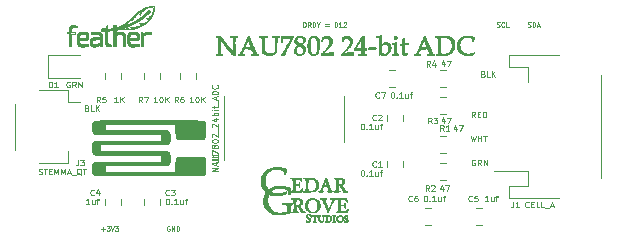
<source format=gbr>
%TF.GenerationSoftware,KiCad,Pcbnew,(5.1.6-0-10_14)*%
%TF.CreationDate,2020-11-28T13:39:01-08:00*%
%TF.ProjectId,NAU7802_Dual_24-bit_ADC,4e415537-3830-4325-9f44-75616c5f3234,v02*%
%TF.SameCoordinates,Original*%
%TF.FileFunction,Legend,Top*%
%TF.FilePolarity,Positive*%
%FSLAX46Y46*%
G04 Gerber Fmt 4.6, Leading zero omitted, Abs format (unit mm)*
G04 Created by KiCad (PCBNEW (5.1.6-0-10_14)) date 2020-11-28 13:39:01*
%MOMM*%
%LPD*%
G01*
G04 APERTURE LIST*
%ADD10C,0.100000*%
%ADD11C,0.080000*%
%ADD12C,0.010000*%
%ADD13C,0.120000*%
G04 APERTURE END LIST*
D10*
X134947252Y-100027585D02*
X135018680Y-100051395D01*
X135042490Y-100075204D01*
X135066300Y-100122823D01*
X135066300Y-100194252D01*
X135042490Y-100241871D01*
X135018680Y-100265680D01*
X134971061Y-100289490D01*
X134780585Y-100289490D01*
X134780585Y-99789490D01*
X134947252Y-99789490D01*
X134994871Y-99813300D01*
X135018680Y-99837109D01*
X135042490Y-99884728D01*
X135042490Y-99932347D01*
X135018680Y-99979966D01*
X134994871Y-100003776D01*
X134947252Y-100027585D01*
X134780585Y-100027585D01*
X135518680Y-100289490D02*
X135280585Y-100289490D01*
X135280585Y-99789490D01*
X135685347Y-100289490D02*
X135685347Y-99789490D01*
X135971061Y-100289490D02*
X135756776Y-100003776D01*
X135971061Y-99789490D02*
X135685347Y-100075204D01*
X167803742Y-104398000D02*
X167756123Y-104374190D01*
X167684695Y-104374190D01*
X167613266Y-104398000D01*
X167565647Y-104445619D01*
X167541838Y-104493238D01*
X167518028Y-104588476D01*
X167518028Y-104659904D01*
X167541838Y-104755142D01*
X167565647Y-104802761D01*
X167613266Y-104850380D01*
X167684695Y-104874190D01*
X167732314Y-104874190D01*
X167803742Y-104850380D01*
X167827552Y-104826571D01*
X167827552Y-104659904D01*
X167732314Y-104659904D01*
X168327552Y-104874190D02*
X168160885Y-104636095D01*
X168041838Y-104874190D02*
X168041838Y-104374190D01*
X168232314Y-104374190D01*
X168279933Y-104398000D01*
X168303742Y-104421809D01*
X168327552Y-104469428D01*
X168327552Y-104540857D01*
X168303742Y-104588476D01*
X168279933Y-104612285D01*
X168232314Y-104636095D01*
X168041838Y-104636095D01*
X168541838Y-104874190D02*
X168541838Y-104374190D01*
X168827552Y-104874190D01*
X168827552Y-104374190D01*
X167440238Y-102342190D02*
X167559285Y-102842190D01*
X167654523Y-102485047D01*
X167749761Y-102842190D01*
X167868809Y-102342190D01*
X168059285Y-102842190D02*
X168059285Y-102342190D01*
X168059285Y-102580285D02*
X168345000Y-102580285D01*
X168345000Y-102842190D02*
X168345000Y-102342190D01*
X168511666Y-102342190D02*
X168797380Y-102342190D01*
X168654523Y-102842190D02*
X168654523Y-102342190D01*
X168487952Y-97119285D02*
X168559380Y-97143095D01*
X168583190Y-97166904D01*
X168607000Y-97214523D01*
X168607000Y-97285952D01*
X168583190Y-97333571D01*
X168559380Y-97357380D01*
X168511761Y-97381190D01*
X168321285Y-97381190D01*
X168321285Y-96881190D01*
X168487952Y-96881190D01*
X168535571Y-96905000D01*
X168559380Y-96928809D01*
X168583190Y-96976428D01*
X168583190Y-97024047D01*
X168559380Y-97071666D01*
X168535571Y-97095476D01*
X168487952Y-97119285D01*
X168321285Y-97119285D01*
X169059380Y-97381190D02*
X168821285Y-97381190D01*
X168821285Y-96881190D01*
X169226047Y-97381190D02*
X169226047Y-96881190D01*
X169511761Y-97381190D02*
X169297476Y-97095476D01*
X169511761Y-96881190D02*
X169226047Y-97166904D01*
X167797380Y-100810190D02*
X167630714Y-100572095D01*
X167511666Y-100810190D02*
X167511666Y-100310190D01*
X167702142Y-100310190D01*
X167749761Y-100334000D01*
X167773571Y-100357809D01*
X167797380Y-100405428D01*
X167797380Y-100476857D01*
X167773571Y-100524476D01*
X167749761Y-100548285D01*
X167702142Y-100572095D01*
X167511666Y-100572095D01*
X168011666Y-100548285D02*
X168178333Y-100548285D01*
X168249761Y-100810190D02*
X168011666Y-100810190D01*
X168011666Y-100310190D01*
X168249761Y-100310190D01*
X168464047Y-100810190D02*
X168464047Y-100310190D01*
X168583095Y-100310190D01*
X168654523Y-100334000D01*
X168702142Y-100381619D01*
X168725952Y-100429238D01*
X168749761Y-100524476D01*
X168749761Y-100595904D01*
X168725952Y-100691142D01*
X168702142Y-100738761D01*
X168654523Y-100786380D01*
X168583095Y-100810190D01*
X168464047Y-100810190D01*
D11*
X136150761Y-110264571D02*
X136455523Y-110264571D01*
X136303142Y-110416952D02*
X136303142Y-110112190D01*
X136607904Y-110016952D02*
X136855523Y-110016952D01*
X136722190Y-110169333D01*
X136779333Y-110169333D01*
X136817428Y-110188380D01*
X136836476Y-110207428D01*
X136855523Y-110245523D01*
X136855523Y-110340761D01*
X136836476Y-110378857D01*
X136817428Y-110397904D01*
X136779333Y-110416952D01*
X136665047Y-110416952D01*
X136626952Y-110397904D01*
X136607904Y-110378857D01*
X136969809Y-110016952D02*
X137103142Y-110416952D01*
X137236476Y-110016952D01*
X137331714Y-110016952D02*
X137579333Y-110016952D01*
X137446000Y-110169333D01*
X137503142Y-110169333D01*
X137541238Y-110188380D01*
X137560285Y-110207428D01*
X137579333Y-110245523D01*
X137579333Y-110340761D01*
X137560285Y-110378857D01*
X137541238Y-110397904D01*
X137503142Y-110416952D01*
X137388857Y-110416952D01*
X137350761Y-110397904D01*
X137331714Y-110378857D01*
X141922190Y-110036000D02*
X141884095Y-110016952D01*
X141826952Y-110016952D01*
X141769809Y-110036000D01*
X141731714Y-110074095D01*
X141712666Y-110112190D01*
X141693619Y-110188380D01*
X141693619Y-110245523D01*
X141712666Y-110321714D01*
X141731714Y-110359809D01*
X141769809Y-110397904D01*
X141826952Y-110416952D01*
X141865047Y-110416952D01*
X141922190Y-110397904D01*
X141941238Y-110378857D01*
X141941238Y-110245523D01*
X141865047Y-110245523D01*
X142112666Y-110416952D02*
X142112666Y-110016952D01*
X142341238Y-110416952D01*
X142341238Y-110016952D01*
X142531714Y-110416952D02*
X142531714Y-110016952D01*
X142626952Y-110016952D01*
X142684095Y-110036000D01*
X142722190Y-110074095D01*
X142741238Y-110112190D01*
X142760285Y-110188380D01*
X142760285Y-110245523D01*
X142741238Y-110321714D01*
X142722190Y-110359809D01*
X142684095Y-110397904D01*
X142626952Y-110416952D01*
X142531714Y-110416952D01*
X153257476Y-93144952D02*
X153257476Y-92744952D01*
X153352714Y-92744952D01*
X153409857Y-92764000D01*
X153447952Y-92802095D01*
X153467000Y-92840190D01*
X153486047Y-92916380D01*
X153486047Y-92973523D01*
X153467000Y-93049714D01*
X153447952Y-93087809D01*
X153409857Y-93125904D01*
X153352714Y-93144952D01*
X153257476Y-93144952D01*
X153886047Y-93144952D02*
X153752714Y-92954476D01*
X153657476Y-93144952D02*
X153657476Y-92744952D01*
X153809857Y-92744952D01*
X153847952Y-92764000D01*
X153867000Y-92783047D01*
X153886047Y-92821142D01*
X153886047Y-92878285D01*
X153867000Y-92916380D01*
X153847952Y-92935428D01*
X153809857Y-92954476D01*
X153657476Y-92954476D01*
X154057476Y-93144952D02*
X154057476Y-92744952D01*
X154152714Y-92744952D01*
X154209857Y-92764000D01*
X154247952Y-92802095D01*
X154267000Y-92840190D01*
X154286047Y-92916380D01*
X154286047Y-92973523D01*
X154267000Y-93049714D01*
X154247952Y-93087809D01*
X154209857Y-93125904D01*
X154152714Y-93144952D01*
X154057476Y-93144952D01*
X154533666Y-92954476D02*
X154533666Y-93144952D01*
X154400333Y-92744952D02*
X154533666Y-92954476D01*
X154667000Y-92744952D01*
X155105095Y-92935428D02*
X155409857Y-92935428D01*
X155409857Y-93049714D02*
X155105095Y-93049714D01*
X155905095Y-93144952D02*
X155905095Y-92744952D01*
X156000333Y-92744952D01*
X156057476Y-92764000D01*
X156095571Y-92802095D01*
X156114619Y-92840190D01*
X156133666Y-92916380D01*
X156133666Y-92973523D01*
X156114619Y-93049714D01*
X156095571Y-93087809D01*
X156057476Y-93125904D01*
X156000333Y-93144952D01*
X155905095Y-93144952D01*
X156514619Y-93144952D02*
X156286047Y-93144952D01*
X156400333Y-93144952D02*
X156400333Y-92744952D01*
X156362238Y-92802095D01*
X156324142Y-92840190D01*
X156286047Y-92859238D01*
X156667000Y-92783047D02*
X156686047Y-92764000D01*
X156724142Y-92744952D01*
X156819380Y-92744952D01*
X156857476Y-92764000D01*
X156876523Y-92783047D01*
X156895571Y-92821142D01*
X156895571Y-92859238D01*
X156876523Y-92916380D01*
X156647952Y-93144952D01*
X156895571Y-93144952D01*
X169650000Y-93125904D02*
X169707142Y-93144952D01*
X169802380Y-93144952D01*
X169840476Y-93125904D01*
X169859523Y-93106857D01*
X169878571Y-93068761D01*
X169878571Y-93030666D01*
X169859523Y-92992571D01*
X169840476Y-92973523D01*
X169802380Y-92954476D01*
X169726190Y-92935428D01*
X169688095Y-92916380D01*
X169669047Y-92897333D01*
X169650000Y-92859238D01*
X169650000Y-92821142D01*
X169669047Y-92783047D01*
X169688095Y-92764000D01*
X169726190Y-92744952D01*
X169821428Y-92744952D01*
X169878571Y-92764000D01*
X170278571Y-93106857D02*
X170259523Y-93125904D01*
X170202380Y-93144952D01*
X170164285Y-93144952D01*
X170107142Y-93125904D01*
X170069047Y-93087809D01*
X170050000Y-93049714D01*
X170030952Y-92973523D01*
X170030952Y-92916380D01*
X170050000Y-92840190D01*
X170069047Y-92802095D01*
X170107142Y-92764000D01*
X170164285Y-92744952D01*
X170202380Y-92744952D01*
X170259523Y-92764000D01*
X170278571Y-92783047D01*
X170640476Y-93144952D02*
X170450000Y-93144952D01*
X170450000Y-92744952D01*
X172278571Y-93125904D02*
X172335714Y-93144952D01*
X172430952Y-93144952D01*
X172469047Y-93125904D01*
X172488095Y-93106857D01*
X172507142Y-93068761D01*
X172507142Y-93030666D01*
X172488095Y-92992571D01*
X172469047Y-92973523D01*
X172430952Y-92954476D01*
X172354761Y-92935428D01*
X172316666Y-92916380D01*
X172297619Y-92897333D01*
X172278571Y-92859238D01*
X172278571Y-92821142D01*
X172297619Y-92783047D01*
X172316666Y-92764000D01*
X172354761Y-92744952D01*
X172450000Y-92744952D01*
X172507142Y-92764000D01*
X172678571Y-93144952D02*
X172678571Y-92744952D01*
X172773809Y-92744952D01*
X172830952Y-92764000D01*
X172869047Y-92802095D01*
X172888095Y-92840190D01*
X172907142Y-92916380D01*
X172907142Y-92973523D01*
X172888095Y-93049714D01*
X172869047Y-93087809D01*
X172830952Y-93125904D01*
X172773809Y-93144952D01*
X172678571Y-93144952D01*
X173059523Y-93030666D02*
X173250000Y-93030666D01*
X173021428Y-93144952D02*
X173154761Y-92744952D01*
X173288095Y-93144952D01*
D12*
%TO.C,G\u002A\u002A\u002A*%
G36*
X141882020Y-105696845D02*
G01*
X141659551Y-105696824D01*
X141427963Y-105696791D01*
X141187175Y-105696747D01*
X140937109Y-105696691D01*
X140677686Y-105696625D01*
X140408824Y-105696547D01*
X140172057Y-105696471D01*
X139921431Y-105696388D01*
X139680209Y-105696306D01*
X139448211Y-105696225D01*
X139225256Y-105696145D01*
X139011165Y-105696066D01*
X138805756Y-105695986D01*
X138608849Y-105695906D01*
X138420264Y-105695825D01*
X138239821Y-105695744D01*
X138067338Y-105695660D01*
X137902635Y-105695575D01*
X137745533Y-105695488D01*
X137595849Y-105695398D01*
X137453405Y-105695305D01*
X137318019Y-105695208D01*
X137189511Y-105695108D01*
X137067701Y-105695003D01*
X136952407Y-105694894D01*
X136843451Y-105694780D01*
X136740651Y-105694661D01*
X136643826Y-105694535D01*
X136552796Y-105694404D01*
X136467382Y-105694266D01*
X136387402Y-105694122D01*
X136312675Y-105693970D01*
X136243023Y-105693810D01*
X136178263Y-105693643D01*
X136118215Y-105693467D01*
X136062700Y-105693282D01*
X136011536Y-105693088D01*
X135964544Y-105692885D01*
X135921542Y-105692671D01*
X135882350Y-105692447D01*
X135846788Y-105692213D01*
X135814676Y-105691967D01*
X135785832Y-105691710D01*
X135760076Y-105691441D01*
X135737229Y-105691160D01*
X135717109Y-105690866D01*
X135699536Y-105690560D01*
X135684330Y-105690239D01*
X135671310Y-105689905D01*
X135660295Y-105689557D01*
X135651105Y-105689195D01*
X135643561Y-105688817D01*
X135637480Y-105688424D01*
X135632683Y-105688015D01*
X135628990Y-105687591D01*
X135626220Y-105687150D01*
X135624638Y-105686807D01*
X135576952Y-105670522D01*
X135532109Y-105646573D01*
X135491600Y-105616129D01*
X135456915Y-105580358D01*
X135429544Y-105540430D01*
X135423639Y-105529165D01*
X135416911Y-105515321D01*
X135411123Y-105502665D01*
X135406203Y-105490383D01*
X135402082Y-105477658D01*
X135398688Y-105463677D01*
X135395950Y-105447624D01*
X135393799Y-105428684D01*
X135392164Y-105406042D01*
X135390973Y-105378884D01*
X135390157Y-105346394D01*
X135389645Y-105307757D01*
X135389365Y-105262158D01*
X135389248Y-105208783D01*
X135389223Y-105146816D01*
X135389223Y-105132038D01*
X135389246Y-105071011D01*
X135389331Y-105018773D01*
X135389496Y-104974529D01*
X135389762Y-104937482D01*
X135390149Y-104906838D01*
X135390677Y-104881799D01*
X135391367Y-104861571D01*
X135392238Y-104845358D01*
X135393311Y-104832364D01*
X135394606Y-104821793D01*
X135396142Y-104812850D01*
X135397450Y-104806798D01*
X135414115Y-104755650D01*
X135438894Y-104709139D01*
X135471209Y-104667863D01*
X135510480Y-104632419D01*
X135556131Y-104603405D01*
X135607581Y-104581417D01*
X135619227Y-104577700D01*
X135621494Y-104577094D01*
X135624325Y-104576516D01*
X135627950Y-104575967D01*
X135632602Y-104575444D01*
X135638509Y-104574947D01*
X135645903Y-104574476D01*
X135655015Y-104574029D01*
X135666074Y-104573606D01*
X135679312Y-104573206D01*
X135694959Y-104572828D01*
X135713246Y-104572472D01*
X135734403Y-104572136D01*
X135758661Y-104571820D01*
X135786251Y-104571522D01*
X135817403Y-104571243D01*
X135852349Y-104570981D01*
X135891317Y-104570735D01*
X135934540Y-104570505D01*
X135982247Y-104570290D01*
X136034670Y-104570089D01*
X136092039Y-104569901D01*
X136154585Y-104569725D01*
X136222537Y-104569562D01*
X136296128Y-104569409D01*
X136375587Y-104569266D01*
X136461145Y-104569132D01*
X136553033Y-104569006D01*
X136651481Y-104568888D01*
X136756720Y-104568777D01*
X136868980Y-104568672D01*
X136988493Y-104568572D01*
X137115489Y-104568476D01*
X137250198Y-104568383D01*
X137392851Y-104568294D01*
X137543679Y-104568206D01*
X137702912Y-104568119D01*
X137870781Y-104568033D01*
X138047516Y-104567946D01*
X138233349Y-104567858D01*
X138428509Y-104567767D01*
X138451566Y-104567757D01*
X141255151Y-104566472D01*
X141255151Y-103977057D01*
X138467671Y-103977057D01*
X138270725Y-103977055D01*
X138083137Y-103977049D01*
X137904676Y-103977039D01*
X137735117Y-103977024D01*
X137574231Y-103977003D01*
X137421790Y-103976975D01*
X137277565Y-103976941D01*
X137141329Y-103976899D01*
X137012854Y-103976849D01*
X136891912Y-103976791D01*
X136778275Y-103976723D01*
X136671714Y-103976645D01*
X136572003Y-103976557D01*
X136478912Y-103976457D01*
X136392214Y-103976346D01*
X136311681Y-103976222D01*
X136237084Y-103976086D01*
X136168196Y-103975935D01*
X136104790Y-103975771D01*
X136046635Y-103975592D01*
X135993506Y-103975398D01*
X135945173Y-103975188D01*
X135901409Y-103974961D01*
X135861986Y-103974717D01*
X135826675Y-103974455D01*
X135795249Y-103974175D01*
X135767480Y-103973877D01*
X135743139Y-103973558D01*
X135721999Y-103973219D01*
X135703832Y-103972860D01*
X135688410Y-103972479D01*
X135675504Y-103972077D01*
X135664887Y-103971652D01*
X135656330Y-103971203D01*
X135649606Y-103970731D01*
X135644486Y-103970235D01*
X135640744Y-103969713D01*
X135640124Y-103969603D01*
X135589357Y-103955425D01*
X135542284Y-103932914D01*
X135499817Y-103902910D01*
X135462871Y-103866253D01*
X135432359Y-103823783D01*
X135409196Y-103776340D01*
X135400060Y-103748930D01*
X135397978Y-103741381D01*
X135396187Y-103734088D01*
X135394663Y-103726307D01*
X135393387Y-103717288D01*
X135392335Y-103706287D01*
X135391486Y-103692554D01*
X135390818Y-103675345D01*
X135390310Y-103653910D01*
X135389940Y-103627505D01*
X135389685Y-103595381D01*
X135389525Y-103556792D01*
X135389437Y-103510990D01*
X135389400Y-103457229D01*
X135389392Y-103394762D01*
X135389392Y-103382793D01*
X135389397Y-103318713D01*
X135389428Y-103263472D01*
X135389505Y-103216322D01*
X135389651Y-103176515D01*
X135389887Y-103143306D01*
X135390235Y-103115947D01*
X135390718Y-103093691D01*
X135391356Y-103075791D01*
X135392171Y-103061500D01*
X135393185Y-103050071D01*
X135394421Y-103040757D01*
X135395899Y-103032812D01*
X135397642Y-103025487D01*
X135399671Y-103018037D01*
X135400060Y-103016655D01*
X135418702Y-102967352D01*
X135445290Y-102922003D01*
X135478830Y-102881814D01*
X135518326Y-102847992D01*
X135559321Y-102823412D01*
X135563925Y-102820980D01*
X135567733Y-102818662D01*
X135570975Y-102816457D01*
X135573880Y-102814361D01*
X135576678Y-102812371D01*
X135579600Y-102810486D01*
X135582875Y-102808701D01*
X135586733Y-102807015D01*
X135591404Y-102805424D01*
X135597118Y-102803926D01*
X135604105Y-102802518D01*
X135612595Y-102801197D01*
X135622818Y-102799961D01*
X135635003Y-102798807D01*
X135649382Y-102797731D01*
X135666182Y-102796732D01*
X135685635Y-102795806D01*
X135707971Y-102794951D01*
X135733418Y-102794164D01*
X135762208Y-102793442D01*
X135794570Y-102792783D01*
X135830734Y-102792183D01*
X135870931Y-102791641D01*
X135915389Y-102791152D01*
X135964338Y-102790715D01*
X136018010Y-102790326D01*
X136076633Y-102789984D01*
X136140438Y-102789684D01*
X136209654Y-102789425D01*
X136284512Y-102789204D01*
X136365241Y-102789017D01*
X136452071Y-102788863D01*
X136545232Y-102788738D01*
X136644955Y-102788639D01*
X136751468Y-102788565D01*
X136865003Y-102788511D01*
X136985788Y-102788476D01*
X137114054Y-102788456D01*
X137250031Y-102788449D01*
X137393948Y-102788453D01*
X137546036Y-102788463D01*
X137706525Y-102788478D01*
X137875644Y-102788495D01*
X138053623Y-102788511D01*
X138240692Y-102788523D01*
X138437081Y-102788529D01*
X141255151Y-102788529D01*
X141255151Y-102203850D01*
X138469960Y-102203850D01*
X138273070Y-102203852D01*
X138085533Y-102203858D01*
X137907118Y-102203865D01*
X137737593Y-102203871D01*
X137576726Y-102203874D01*
X137424285Y-102203873D01*
X137280040Y-102203865D01*
X137143758Y-102203848D01*
X137015208Y-102203820D01*
X136894157Y-102203779D01*
X136780376Y-102203723D01*
X136673630Y-102203650D01*
X136573690Y-102203557D01*
X136480323Y-102203444D01*
X136393298Y-102203307D01*
X136312383Y-102203145D01*
X136237346Y-102202956D01*
X136167956Y-102202738D01*
X136103981Y-102202488D01*
X136045190Y-102202204D01*
X135991351Y-102201885D01*
X135942231Y-102201529D01*
X135897600Y-102201133D01*
X135857226Y-102200695D01*
X135820877Y-102200214D01*
X135788322Y-102199687D01*
X135759328Y-102199113D01*
X135733665Y-102198488D01*
X135711100Y-102197812D01*
X135691402Y-102197082D01*
X135674339Y-102196296D01*
X135659680Y-102195451D01*
X135647193Y-102194547D01*
X135636646Y-102193581D01*
X135627808Y-102192551D01*
X135620446Y-102191455D01*
X135614330Y-102190290D01*
X135609228Y-102189055D01*
X135604907Y-102187748D01*
X135601137Y-102186367D01*
X135597686Y-102184909D01*
X135594322Y-102183373D01*
X135590813Y-102181756D01*
X135586927Y-102180057D01*
X135582692Y-102178370D01*
X135534855Y-102155492D01*
X135493256Y-102125508D01*
X135458206Y-102088845D01*
X135430016Y-102045932D01*
X135408997Y-101997194D01*
X135395460Y-101943059D01*
X135391813Y-101916279D01*
X135390613Y-101899179D01*
X135389581Y-101873755D01*
X135388718Y-101841266D01*
X135388025Y-101802970D01*
X135387499Y-101760128D01*
X135387143Y-101713998D01*
X135386956Y-101665839D01*
X135386937Y-101616910D01*
X135387087Y-101568471D01*
X135387406Y-101521780D01*
X135387893Y-101478098D01*
X135388549Y-101438682D01*
X135389375Y-101404792D01*
X135390368Y-101377687D01*
X135391531Y-101358627D01*
X135391813Y-101355608D01*
X135401910Y-101298396D01*
X135419681Y-101246782D01*
X135444786Y-101201107D01*
X135476884Y-101161709D01*
X135515635Y-101128931D01*
X135560699Y-101103111D01*
X135611734Y-101084592D01*
X135668401Y-101073712D01*
X135674363Y-101073058D01*
X135681555Y-101072810D01*
X135698065Y-101072569D01*
X135723635Y-101072336D01*
X135758009Y-101072109D01*
X135800930Y-101071890D01*
X135852142Y-101071678D01*
X135911389Y-101071472D01*
X135978413Y-101071274D01*
X136052958Y-101071083D01*
X136134768Y-101070899D01*
X136223586Y-101070722D01*
X136319155Y-101070551D01*
X136421219Y-101070388D01*
X136529521Y-101070232D01*
X136643805Y-101070083D01*
X136763814Y-101069940D01*
X136889292Y-101069805D01*
X137019982Y-101069676D01*
X137155627Y-101069555D01*
X137295971Y-101069440D01*
X137440758Y-101069333D01*
X137589730Y-101069232D01*
X137742632Y-101069138D01*
X137899206Y-101069051D01*
X138059196Y-101068971D01*
X138222346Y-101068897D01*
X138388399Y-101068831D01*
X138557098Y-101068771D01*
X138728188Y-101068718D01*
X138901410Y-101068672D01*
X139076509Y-101068633D01*
X139253228Y-101068601D01*
X139431311Y-101068575D01*
X139610501Y-101068556D01*
X139790542Y-101068544D01*
X139971176Y-101068539D01*
X140152148Y-101068541D01*
X140333200Y-101068549D01*
X140514077Y-101068564D01*
X140694521Y-101068585D01*
X140874277Y-101068614D01*
X141053087Y-101068649D01*
X141230695Y-101068690D01*
X141406844Y-101068739D01*
X141581278Y-101068794D01*
X141753741Y-101068855D01*
X141923975Y-101068924D01*
X142091724Y-101068999D01*
X142256732Y-101069080D01*
X142418742Y-101069168D01*
X142577498Y-101069263D01*
X142732742Y-101069365D01*
X142884219Y-101069473D01*
X143031671Y-101069587D01*
X143174843Y-101069708D01*
X143313477Y-101069836D01*
X143447318Y-101069970D01*
X143576108Y-101070111D01*
X143699591Y-101070258D01*
X143817510Y-101070412D01*
X143929609Y-101070573D01*
X144035632Y-101070739D01*
X144135321Y-101070913D01*
X144228421Y-101071092D01*
X144314673Y-101071279D01*
X144393823Y-101071471D01*
X144465614Y-101071671D01*
X144529788Y-101071876D01*
X144586090Y-101072088D01*
X144634262Y-101072307D01*
X144674049Y-101072531D01*
X144705193Y-101072763D01*
X144727439Y-101073000D01*
X144740529Y-101073244D01*
X144744057Y-101073412D01*
X144782073Y-101082190D01*
X144820130Y-101098277D01*
X144854993Y-101120035D01*
X144879948Y-101142035D01*
X144907882Y-101178425D01*
X144928402Y-101220205D01*
X144940870Y-101265990D01*
X144942763Y-101278780D01*
X144943553Y-101290165D01*
X144944276Y-101310358D01*
X144944933Y-101338584D01*
X144945523Y-101374067D01*
X144946046Y-101416031D01*
X144946502Y-101463699D01*
X144946892Y-101516296D01*
X144947216Y-101573045D01*
X144947472Y-101633172D01*
X144947662Y-101695899D01*
X144947786Y-101760450D01*
X144947843Y-101826051D01*
X144947833Y-101891924D01*
X144947756Y-101957293D01*
X144947613Y-102021384D01*
X144947403Y-102083419D01*
X144947127Y-102142622D01*
X144946783Y-102198219D01*
X144946374Y-102249432D01*
X144945897Y-102295486D01*
X144945354Y-102335605D01*
X144944745Y-102369012D01*
X144944068Y-102394932D01*
X144943325Y-102412589D01*
X144942763Y-102419635D01*
X144932510Y-102466728D01*
X144914264Y-102509134D01*
X144888724Y-102546157D01*
X144856585Y-102577099D01*
X144818545Y-102601263D01*
X144775299Y-102617952D01*
X144736994Y-102625505D01*
X144727403Y-102626075D01*
X144708785Y-102626611D01*
X144681694Y-102627112D01*
X144646683Y-102627579D01*
X144604306Y-102628012D01*
X144555114Y-102628411D01*
X144499663Y-102628775D01*
X144438503Y-102629105D01*
X144372190Y-102629401D01*
X144301275Y-102629663D01*
X144226312Y-102629891D01*
X144147855Y-102630084D01*
X144066455Y-102630244D01*
X143982667Y-102630369D01*
X143897044Y-102630461D01*
X143810137Y-102630519D01*
X143722502Y-102630542D01*
X143634691Y-102630532D01*
X143547256Y-102630488D01*
X143460752Y-102630410D01*
X143375731Y-102630298D01*
X143292747Y-102630153D01*
X143212351Y-102629973D01*
X143135099Y-102629760D01*
X143061542Y-102629513D01*
X142992235Y-102629232D01*
X142927729Y-102628918D01*
X142868578Y-102628570D01*
X142815336Y-102628189D01*
X142768555Y-102627774D01*
X142728789Y-102627325D01*
X142696591Y-102626843D01*
X142672513Y-102626327D01*
X142657109Y-102625778D01*
X142652026Y-102625404D01*
X142604933Y-102615151D01*
X142562527Y-102596906D01*
X142525504Y-102571365D01*
X142494562Y-102539226D01*
X142470398Y-102501186D01*
X142453709Y-102457940D01*
X142446156Y-102419635D01*
X142445342Y-102407865D01*
X142444591Y-102386896D01*
X142443909Y-102357115D01*
X142443297Y-102318907D01*
X142442759Y-102272659D01*
X142442300Y-102218757D01*
X142441921Y-102157586D01*
X142441627Y-102089534D01*
X142441421Y-102014986D01*
X142441307Y-101934328D01*
X142441283Y-101874494D01*
X142441283Y-101369962D01*
X136510623Y-101369962D01*
X136510623Y-101897131D01*
X139098739Y-101897132D01*
X139288951Y-101897134D01*
X139469810Y-101897141D01*
X139641550Y-101897154D01*
X139804404Y-101897173D01*
X139958602Y-101897198D01*
X140104379Y-101897231D01*
X140241967Y-101897273D01*
X140371599Y-101897322D01*
X140493507Y-101897382D01*
X140607924Y-101897451D01*
X140715082Y-101897530D01*
X140815215Y-101897621D01*
X140908554Y-101897724D01*
X140995333Y-101897839D01*
X141075784Y-101897968D01*
X141150140Y-101898110D01*
X141218633Y-101898266D01*
X141281497Y-101898438D01*
X141338963Y-101898625D01*
X141391264Y-101898828D01*
X141438633Y-101899049D01*
X141481304Y-101899286D01*
X141519507Y-101899542D01*
X141553476Y-101899817D01*
X141583444Y-101900112D01*
X141609643Y-101900426D01*
X141632306Y-101900761D01*
X141651666Y-101901117D01*
X141667954Y-101901496D01*
X141681405Y-101901897D01*
X141692250Y-101902321D01*
X141700722Y-101902769D01*
X141707053Y-101903241D01*
X141711478Y-101903739D01*
X141714135Y-101904238D01*
X141733595Y-101911420D01*
X141757728Y-101923466D01*
X141784054Y-101938860D01*
X141810091Y-101956088D01*
X141833358Y-101973632D01*
X141846422Y-101985056D01*
X141867203Y-102007994D01*
X141887725Y-102036237D01*
X141905908Y-102066501D01*
X141919675Y-102095503D01*
X141923919Y-102107409D01*
X141928976Y-102127333D01*
X141933759Y-102152288D01*
X141937430Y-102177740D01*
X141938178Y-102184679D01*
X141939159Y-102199970D01*
X141940013Y-102223691D01*
X141940743Y-102254688D01*
X141941346Y-102291806D01*
X141941824Y-102333893D01*
X141942177Y-102379793D01*
X141942403Y-102428353D01*
X141942504Y-102478418D01*
X141942480Y-102528835D01*
X141942330Y-102578450D01*
X141942054Y-102626108D01*
X141941652Y-102670655D01*
X141941125Y-102710938D01*
X141940473Y-102745802D01*
X141939694Y-102774093D01*
X141938790Y-102794657D01*
X141938178Y-102802906D01*
X141929313Y-102857278D01*
X141913663Y-102905562D01*
X141890728Y-102948909D01*
X141860006Y-102988469D01*
X141854942Y-102993889D01*
X141840628Y-103007003D01*
X141820517Y-103023009D01*
X141797169Y-103040102D01*
X141773141Y-103056478D01*
X141750992Y-103070332D01*
X141733280Y-103079858D01*
X141732723Y-103080113D01*
X141731052Y-103080669D01*
X141728391Y-103081199D01*
X141724516Y-103081704D01*
X141719197Y-103082184D01*
X141712208Y-103082641D01*
X141703321Y-103083074D01*
X141692310Y-103083486D01*
X141678946Y-103083875D01*
X141663003Y-103084244D01*
X141644253Y-103084593D01*
X141622468Y-103084923D01*
X141597422Y-103085234D01*
X141568888Y-103085528D01*
X141536637Y-103085804D01*
X141500442Y-103086064D01*
X141460077Y-103086308D01*
X141415314Y-103086537D01*
X141365925Y-103086752D01*
X141311683Y-103086954D01*
X141252361Y-103087143D01*
X141187732Y-103087320D01*
X141117568Y-103087485D01*
X141041642Y-103087641D01*
X140959727Y-103087786D01*
X140871595Y-103087922D01*
X140777019Y-103088051D01*
X140675771Y-103088171D01*
X140567625Y-103088285D01*
X140452353Y-103088392D01*
X140329727Y-103088495D01*
X140199521Y-103088592D01*
X140061507Y-103088686D01*
X139915457Y-103088777D01*
X139761145Y-103088865D01*
X139598343Y-103088951D01*
X139426824Y-103089037D01*
X139246360Y-103089122D01*
X139056724Y-103089208D01*
X138894868Y-103089279D01*
X136074510Y-103090501D01*
X136074510Y-103675084D01*
X138894868Y-103676306D01*
X139092164Y-103676393D01*
X139280103Y-103676479D01*
X139458911Y-103676564D01*
X139628816Y-103676650D01*
X139790046Y-103676736D01*
X139942827Y-103676825D01*
X140087387Y-103676916D01*
X140223954Y-103677010D01*
X140352754Y-103677109D01*
X140474015Y-103677212D01*
X140587965Y-103677321D01*
X140694830Y-103677436D01*
X140794838Y-103677557D01*
X140888217Y-103677687D01*
X140975193Y-103677825D01*
X141055994Y-103677972D01*
X141130848Y-103678129D01*
X141199980Y-103678297D01*
X141263620Y-103678476D01*
X141321994Y-103678667D01*
X141375330Y-103678871D01*
X141423854Y-103679089D01*
X141467795Y-103679321D01*
X141507379Y-103679568D01*
X141542834Y-103679831D01*
X141574387Y-103680110D01*
X141602265Y-103680406D01*
X141626697Y-103680721D01*
X141647908Y-103681054D01*
X141666127Y-103681407D01*
X141681581Y-103681780D01*
X141694497Y-103682173D01*
X141705102Y-103682589D01*
X141713624Y-103683027D01*
X141720290Y-103683487D01*
X141725327Y-103683972D01*
X141728963Y-103684482D01*
X141731425Y-103685016D01*
X141732723Y-103685472D01*
X141750213Y-103694796D01*
X141772239Y-103708517D01*
X141796242Y-103724829D01*
X141819664Y-103741929D01*
X141839947Y-103758010D01*
X141854531Y-103771268D01*
X141854942Y-103771696D01*
X141886820Y-103810809D01*
X141910839Y-103853544D01*
X141927501Y-103901050D01*
X141937306Y-103954480D01*
X141938178Y-103962679D01*
X141939159Y-103977970D01*
X141940013Y-104001691D01*
X141940743Y-104032688D01*
X141941346Y-104069806D01*
X141941824Y-104111893D01*
X141942177Y-104157793D01*
X141942403Y-104206353D01*
X141942504Y-104256418D01*
X141942480Y-104306835D01*
X141942330Y-104356450D01*
X141942054Y-104404108D01*
X141941652Y-104448655D01*
X141941125Y-104488938D01*
X141940473Y-104523802D01*
X141939694Y-104552093D01*
X141938790Y-104572657D01*
X141938178Y-104580906D01*
X141929313Y-104635278D01*
X141913663Y-104683562D01*
X141890728Y-104726909D01*
X141860006Y-104766469D01*
X141854942Y-104771889D01*
X141840628Y-104785003D01*
X141820517Y-104801009D01*
X141797169Y-104818102D01*
X141773141Y-104834478D01*
X141750992Y-104848332D01*
X141733280Y-104857858D01*
X141732723Y-104858113D01*
X141730999Y-104858691D01*
X141728276Y-104859241D01*
X141724320Y-104859764D01*
X141718893Y-104860261D01*
X141711757Y-104860732D01*
X141702678Y-104861178D01*
X141691417Y-104861600D01*
X141677738Y-104861999D01*
X141661404Y-104862376D01*
X141642179Y-104862732D01*
X141619825Y-104863066D01*
X141594106Y-104863382D01*
X141564786Y-104863678D01*
X141531626Y-104863956D01*
X141494392Y-104864217D01*
X141452845Y-104864461D01*
X141406749Y-104864689D01*
X141355867Y-104864903D01*
X141299964Y-104865103D01*
X141238800Y-104865290D01*
X141172141Y-104865464D01*
X141099749Y-104865627D01*
X141021388Y-104865780D01*
X140936820Y-104865922D01*
X140845809Y-104866056D01*
X140748118Y-104866181D01*
X140643511Y-104866299D01*
X140531750Y-104866410D01*
X140412599Y-104866516D01*
X140285821Y-104866617D01*
X140151180Y-104866714D01*
X140008438Y-104866807D01*
X139857359Y-104866898D01*
X139697706Y-104866988D01*
X139529242Y-104867077D01*
X139351731Y-104867166D01*
X139164935Y-104867256D01*
X139112925Y-104867281D01*
X136510623Y-104868505D01*
X136510623Y-105395623D01*
X142441283Y-105395623D01*
X142441283Y-104891091D01*
X142441332Y-104806390D01*
X142441474Y-104727529D01*
X142441706Y-104654893D01*
X142442026Y-104588869D01*
X142442429Y-104529843D01*
X142442913Y-104478201D01*
X142443473Y-104434329D01*
X142444107Y-104398614D01*
X142444810Y-104371441D01*
X142445580Y-104353197D01*
X142446156Y-104345950D01*
X142456290Y-104299004D01*
X142474463Y-104256700D01*
X142499977Y-104219734D01*
X142532136Y-104188803D01*
X142570242Y-104164604D01*
X142613598Y-104147834D01*
X142652026Y-104140181D01*
X142661589Y-104139602D01*
X142680184Y-104139058D01*
X142707257Y-104138549D01*
X142742254Y-104138074D01*
X142784622Y-104137633D01*
X142833808Y-104137226D01*
X142889258Y-104136854D01*
X142950419Y-104136517D01*
X143016737Y-104136214D01*
X143087659Y-104135945D01*
X143162631Y-104135710D01*
X143241101Y-104135510D01*
X143322513Y-104135344D01*
X143406316Y-104135213D01*
X143491956Y-104135116D01*
X143578878Y-104135054D01*
X143666530Y-104135026D01*
X143754359Y-104135032D01*
X143841810Y-104135072D01*
X143928331Y-104135147D01*
X144013368Y-104135257D01*
X144096367Y-104135401D01*
X144176775Y-104135579D01*
X144254039Y-104135791D01*
X144327605Y-104136038D01*
X144396919Y-104136320D01*
X144461429Y-104136635D01*
X144520581Y-104136985D01*
X144573821Y-104137370D01*
X144620596Y-104137789D01*
X144660352Y-104138242D01*
X144692537Y-104138730D01*
X144716596Y-104139252D01*
X144731976Y-104139808D01*
X144736994Y-104140181D01*
X144784087Y-104150434D01*
X144826493Y-104168679D01*
X144863515Y-104194220D01*
X144894457Y-104226359D01*
X144918621Y-104264399D01*
X144935311Y-104307645D01*
X144942864Y-104345950D01*
X144943632Y-104357284D01*
X144944335Y-104377426D01*
X144944974Y-104405603D01*
X144945547Y-104441037D01*
X144946056Y-104482954D01*
X144946500Y-104530578D01*
X144946880Y-104583134D01*
X144947194Y-104639845D01*
X144947444Y-104699937D01*
X144947629Y-104762634D01*
X144947750Y-104827160D01*
X144947805Y-104892740D01*
X144947796Y-104958598D01*
X144947722Y-105023959D01*
X144947584Y-105088047D01*
X144947380Y-105150086D01*
X144947112Y-105209302D01*
X144946779Y-105264919D01*
X144946381Y-105316160D01*
X144945919Y-105362251D01*
X144945392Y-105402416D01*
X144944800Y-105435879D01*
X144944143Y-105461865D01*
X144943422Y-105479599D01*
X144942864Y-105486805D01*
X144932751Y-105534061D01*
X144914696Y-105576381D01*
X144889300Y-105613180D01*
X144857161Y-105643871D01*
X144818879Y-105667869D01*
X144775054Y-105684586D01*
X144732076Y-105692844D01*
X144725775Y-105693157D01*
X144712501Y-105693457D01*
X144692176Y-105693743D01*
X144664719Y-105694017D01*
X144630050Y-105694277D01*
X144588092Y-105694525D01*
X144538763Y-105694759D01*
X144481985Y-105694981D01*
X144417678Y-105695190D01*
X144345762Y-105695387D01*
X144266158Y-105695570D01*
X144178786Y-105695742D01*
X144083567Y-105695900D01*
X143980422Y-105696046D01*
X143869270Y-105696180D01*
X143750033Y-105696302D01*
X143622630Y-105696411D01*
X143486982Y-105696508D01*
X143343011Y-105696593D01*
X143190635Y-105696666D01*
X143029776Y-105696727D01*
X142860354Y-105696776D01*
X142682290Y-105696814D01*
X142495504Y-105696839D01*
X142299917Y-105696853D01*
X142095448Y-105696855D01*
X141882020Y-105696845D01*
G37*
X141882020Y-105696845D02*
X141659551Y-105696824D01*
X141427963Y-105696791D01*
X141187175Y-105696747D01*
X140937109Y-105696691D01*
X140677686Y-105696625D01*
X140408824Y-105696547D01*
X140172057Y-105696471D01*
X139921431Y-105696388D01*
X139680209Y-105696306D01*
X139448211Y-105696225D01*
X139225256Y-105696145D01*
X139011165Y-105696066D01*
X138805756Y-105695986D01*
X138608849Y-105695906D01*
X138420264Y-105695825D01*
X138239821Y-105695744D01*
X138067338Y-105695660D01*
X137902635Y-105695575D01*
X137745533Y-105695488D01*
X137595849Y-105695398D01*
X137453405Y-105695305D01*
X137318019Y-105695208D01*
X137189511Y-105695108D01*
X137067701Y-105695003D01*
X136952407Y-105694894D01*
X136843451Y-105694780D01*
X136740651Y-105694661D01*
X136643826Y-105694535D01*
X136552796Y-105694404D01*
X136467382Y-105694266D01*
X136387402Y-105694122D01*
X136312675Y-105693970D01*
X136243023Y-105693810D01*
X136178263Y-105693643D01*
X136118215Y-105693467D01*
X136062700Y-105693282D01*
X136011536Y-105693088D01*
X135964544Y-105692885D01*
X135921542Y-105692671D01*
X135882350Y-105692447D01*
X135846788Y-105692213D01*
X135814676Y-105691967D01*
X135785832Y-105691710D01*
X135760076Y-105691441D01*
X135737229Y-105691160D01*
X135717109Y-105690866D01*
X135699536Y-105690560D01*
X135684330Y-105690239D01*
X135671310Y-105689905D01*
X135660295Y-105689557D01*
X135651105Y-105689195D01*
X135643561Y-105688817D01*
X135637480Y-105688424D01*
X135632683Y-105688015D01*
X135628990Y-105687591D01*
X135626220Y-105687150D01*
X135624638Y-105686807D01*
X135576952Y-105670522D01*
X135532109Y-105646573D01*
X135491600Y-105616129D01*
X135456915Y-105580358D01*
X135429544Y-105540430D01*
X135423639Y-105529165D01*
X135416911Y-105515321D01*
X135411123Y-105502665D01*
X135406203Y-105490383D01*
X135402082Y-105477658D01*
X135398688Y-105463677D01*
X135395950Y-105447624D01*
X135393799Y-105428684D01*
X135392164Y-105406042D01*
X135390973Y-105378884D01*
X135390157Y-105346394D01*
X135389645Y-105307757D01*
X135389365Y-105262158D01*
X135389248Y-105208783D01*
X135389223Y-105146816D01*
X135389223Y-105132038D01*
X135389246Y-105071011D01*
X135389331Y-105018773D01*
X135389496Y-104974529D01*
X135389762Y-104937482D01*
X135390149Y-104906838D01*
X135390677Y-104881799D01*
X135391367Y-104861571D01*
X135392238Y-104845358D01*
X135393311Y-104832364D01*
X135394606Y-104821793D01*
X135396142Y-104812850D01*
X135397450Y-104806798D01*
X135414115Y-104755650D01*
X135438894Y-104709139D01*
X135471209Y-104667863D01*
X135510480Y-104632419D01*
X135556131Y-104603405D01*
X135607581Y-104581417D01*
X135619227Y-104577700D01*
X135621494Y-104577094D01*
X135624325Y-104576516D01*
X135627950Y-104575967D01*
X135632602Y-104575444D01*
X135638509Y-104574947D01*
X135645903Y-104574476D01*
X135655015Y-104574029D01*
X135666074Y-104573606D01*
X135679312Y-104573206D01*
X135694959Y-104572828D01*
X135713246Y-104572472D01*
X135734403Y-104572136D01*
X135758661Y-104571820D01*
X135786251Y-104571522D01*
X135817403Y-104571243D01*
X135852349Y-104570981D01*
X135891317Y-104570735D01*
X135934540Y-104570505D01*
X135982247Y-104570290D01*
X136034670Y-104570089D01*
X136092039Y-104569901D01*
X136154585Y-104569725D01*
X136222537Y-104569562D01*
X136296128Y-104569409D01*
X136375587Y-104569266D01*
X136461145Y-104569132D01*
X136553033Y-104569006D01*
X136651481Y-104568888D01*
X136756720Y-104568777D01*
X136868980Y-104568672D01*
X136988493Y-104568572D01*
X137115489Y-104568476D01*
X137250198Y-104568383D01*
X137392851Y-104568294D01*
X137543679Y-104568206D01*
X137702912Y-104568119D01*
X137870781Y-104568033D01*
X138047516Y-104567946D01*
X138233349Y-104567858D01*
X138428509Y-104567767D01*
X138451566Y-104567757D01*
X141255151Y-104566472D01*
X141255151Y-103977057D01*
X138467671Y-103977057D01*
X138270725Y-103977055D01*
X138083137Y-103977049D01*
X137904676Y-103977039D01*
X137735117Y-103977024D01*
X137574231Y-103977003D01*
X137421790Y-103976975D01*
X137277565Y-103976941D01*
X137141329Y-103976899D01*
X137012854Y-103976849D01*
X136891912Y-103976791D01*
X136778275Y-103976723D01*
X136671714Y-103976645D01*
X136572003Y-103976557D01*
X136478912Y-103976457D01*
X136392214Y-103976346D01*
X136311681Y-103976222D01*
X136237084Y-103976086D01*
X136168196Y-103975935D01*
X136104790Y-103975771D01*
X136046635Y-103975592D01*
X135993506Y-103975398D01*
X135945173Y-103975188D01*
X135901409Y-103974961D01*
X135861986Y-103974717D01*
X135826675Y-103974455D01*
X135795249Y-103974175D01*
X135767480Y-103973877D01*
X135743139Y-103973558D01*
X135721999Y-103973219D01*
X135703832Y-103972860D01*
X135688410Y-103972479D01*
X135675504Y-103972077D01*
X135664887Y-103971652D01*
X135656330Y-103971203D01*
X135649606Y-103970731D01*
X135644486Y-103970235D01*
X135640744Y-103969713D01*
X135640124Y-103969603D01*
X135589357Y-103955425D01*
X135542284Y-103932914D01*
X135499817Y-103902910D01*
X135462871Y-103866253D01*
X135432359Y-103823783D01*
X135409196Y-103776340D01*
X135400060Y-103748930D01*
X135397978Y-103741381D01*
X135396187Y-103734088D01*
X135394663Y-103726307D01*
X135393387Y-103717288D01*
X135392335Y-103706287D01*
X135391486Y-103692554D01*
X135390818Y-103675345D01*
X135390310Y-103653910D01*
X135389940Y-103627505D01*
X135389685Y-103595381D01*
X135389525Y-103556792D01*
X135389437Y-103510990D01*
X135389400Y-103457229D01*
X135389392Y-103394762D01*
X135389392Y-103382793D01*
X135389397Y-103318713D01*
X135389428Y-103263472D01*
X135389505Y-103216322D01*
X135389651Y-103176515D01*
X135389887Y-103143306D01*
X135390235Y-103115947D01*
X135390718Y-103093691D01*
X135391356Y-103075791D01*
X135392171Y-103061500D01*
X135393185Y-103050071D01*
X135394421Y-103040757D01*
X135395899Y-103032812D01*
X135397642Y-103025487D01*
X135399671Y-103018037D01*
X135400060Y-103016655D01*
X135418702Y-102967352D01*
X135445290Y-102922003D01*
X135478830Y-102881814D01*
X135518326Y-102847992D01*
X135559321Y-102823412D01*
X135563925Y-102820980D01*
X135567733Y-102818662D01*
X135570975Y-102816457D01*
X135573880Y-102814361D01*
X135576678Y-102812371D01*
X135579600Y-102810486D01*
X135582875Y-102808701D01*
X135586733Y-102807015D01*
X135591404Y-102805424D01*
X135597118Y-102803926D01*
X135604105Y-102802518D01*
X135612595Y-102801197D01*
X135622818Y-102799961D01*
X135635003Y-102798807D01*
X135649382Y-102797731D01*
X135666182Y-102796732D01*
X135685635Y-102795806D01*
X135707971Y-102794951D01*
X135733418Y-102794164D01*
X135762208Y-102793442D01*
X135794570Y-102792783D01*
X135830734Y-102792183D01*
X135870931Y-102791641D01*
X135915389Y-102791152D01*
X135964338Y-102790715D01*
X136018010Y-102790326D01*
X136076633Y-102789984D01*
X136140438Y-102789684D01*
X136209654Y-102789425D01*
X136284512Y-102789204D01*
X136365241Y-102789017D01*
X136452071Y-102788863D01*
X136545232Y-102788738D01*
X136644955Y-102788639D01*
X136751468Y-102788565D01*
X136865003Y-102788511D01*
X136985788Y-102788476D01*
X137114054Y-102788456D01*
X137250031Y-102788449D01*
X137393948Y-102788453D01*
X137546036Y-102788463D01*
X137706525Y-102788478D01*
X137875644Y-102788495D01*
X138053623Y-102788511D01*
X138240692Y-102788523D01*
X138437081Y-102788529D01*
X141255151Y-102788529D01*
X141255151Y-102203850D01*
X138469960Y-102203850D01*
X138273070Y-102203852D01*
X138085533Y-102203858D01*
X137907118Y-102203865D01*
X137737593Y-102203871D01*
X137576726Y-102203874D01*
X137424285Y-102203873D01*
X137280040Y-102203865D01*
X137143758Y-102203848D01*
X137015208Y-102203820D01*
X136894157Y-102203779D01*
X136780376Y-102203723D01*
X136673630Y-102203650D01*
X136573690Y-102203557D01*
X136480323Y-102203444D01*
X136393298Y-102203307D01*
X136312383Y-102203145D01*
X136237346Y-102202956D01*
X136167956Y-102202738D01*
X136103981Y-102202488D01*
X136045190Y-102202204D01*
X135991351Y-102201885D01*
X135942231Y-102201529D01*
X135897600Y-102201133D01*
X135857226Y-102200695D01*
X135820877Y-102200214D01*
X135788322Y-102199687D01*
X135759328Y-102199113D01*
X135733665Y-102198488D01*
X135711100Y-102197812D01*
X135691402Y-102197082D01*
X135674339Y-102196296D01*
X135659680Y-102195451D01*
X135647193Y-102194547D01*
X135636646Y-102193581D01*
X135627808Y-102192551D01*
X135620446Y-102191455D01*
X135614330Y-102190290D01*
X135609228Y-102189055D01*
X135604907Y-102187748D01*
X135601137Y-102186367D01*
X135597686Y-102184909D01*
X135594322Y-102183373D01*
X135590813Y-102181756D01*
X135586927Y-102180057D01*
X135582692Y-102178370D01*
X135534855Y-102155492D01*
X135493256Y-102125508D01*
X135458206Y-102088845D01*
X135430016Y-102045932D01*
X135408997Y-101997194D01*
X135395460Y-101943059D01*
X135391813Y-101916279D01*
X135390613Y-101899179D01*
X135389581Y-101873755D01*
X135388718Y-101841266D01*
X135388025Y-101802970D01*
X135387499Y-101760128D01*
X135387143Y-101713998D01*
X135386956Y-101665839D01*
X135386937Y-101616910D01*
X135387087Y-101568471D01*
X135387406Y-101521780D01*
X135387893Y-101478098D01*
X135388549Y-101438682D01*
X135389375Y-101404792D01*
X135390368Y-101377687D01*
X135391531Y-101358627D01*
X135391813Y-101355608D01*
X135401910Y-101298396D01*
X135419681Y-101246782D01*
X135444786Y-101201107D01*
X135476884Y-101161709D01*
X135515635Y-101128931D01*
X135560699Y-101103111D01*
X135611734Y-101084592D01*
X135668401Y-101073712D01*
X135674363Y-101073058D01*
X135681555Y-101072810D01*
X135698065Y-101072569D01*
X135723635Y-101072336D01*
X135758009Y-101072109D01*
X135800930Y-101071890D01*
X135852142Y-101071678D01*
X135911389Y-101071472D01*
X135978413Y-101071274D01*
X136052958Y-101071083D01*
X136134768Y-101070899D01*
X136223586Y-101070722D01*
X136319155Y-101070551D01*
X136421219Y-101070388D01*
X136529521Y-101070232D01*
X136643805Y-101070083D01*
X136763814Y-101069940D01*
X136889292Y-101069805D01*
X137019982Y-101069676D01*
X137155627Y-101069555D01*
X137295971Y-101069440D01*
X137440758Y-101069333D01*
X137589730Y-101069232D01*
X137742632Y-101069138D01*
X137899206Y-101069051D01*
X138059196Y-101068971D01*
X138222346Y-101068897D01*
X138388399Y-101068831D01*
X138557098Y-101068771D01*
X138728188Y-101068718D01*
X138901410Y-101068672D01*
X139076509Y-101068633D01*
X139253228Y-101068601D01*
X139431311Y-101068575D01*
X139610501Y-101068556D01*
X139790542Y-101068544D01*
X139971176Y-101068539D01*
X140152148Y-101068541D01*
X140333200Y-101068549D01*
X140514077Y-101068564D01*
X140694521Y-101068585D01*
X140874277Y-101068614D01*
X141053087Y-101068649D01*
X141230695Y-101068690D01*
X141406844Y-101068739D01*
X141581278Y-101068794D01*
X141753741Y-101068855D01*
X141923975Y-101068924D01*
X142091724Y-101068999D01*
X142256732Y-101069080D01*
X142418742Y-101069168D01*
X142577498Y-101069263D01*
X142732742Y-101069365D01*
X142884219Y-101069473D01*
X143031671Y-101069587D01*
X143174843Y-101069708D01*
X143313477Y-101069836D01*
X143447318Y-101069970D01*
X143576108Y-101070111D01*
X143699591Y-101070258D01*
X143817510Y-101070412D01*
X143929609Y-101070573D01*
X144035632Y-101070739D01*
X144135321Y-101070913D01*
X144228421Y-101071092D01*
X144314673Y-101071279D01*
X144393823Y-101071471D01*
X144465614Y-101071671D01*
X144529788Y-101071876D01*
X144586090Y-101072088D01*
X144634262Y-101072307D01*
X144674049Y-101072531D01*
X144705193Y-101072763D01*
X144727439Y-101073000D01*
X144740529Y-101073244D01*
X144744057Y-101073412D01*
X144782073Y-101082190D01*
X144820130Y-101098277D01*
X144854993Y-101120035D01*
X144879948Y-101142035D01*
X144907882Y-101178425D01*
X144928402Y-101220205D01*
X144940870Y-101265990D01*
X144942763Y-101278780D01*
X144943553Y-101290165D01*
X144944276Y-101310358D01*
X144944933Y-101338584D01*
X144945523Y-101374067D01*
X144946046Y-101416031D01*
X144946502Y-101463699D01*
X144946892Y-101516296D01*
X144947216Y-101573045D01*
X144947472Y-101633172D01*
X144947662Y-101695899D01*
X144947786Y-101760450D01*
X144947843Y-101826051D01*
X144947833Y-101891924D01*
X144947756Y-101957293D01*
X144947613Y-102021384D01*
X144947403Y-102083419D01*
X144947127Y-102142622D01*
X144946783Y-102198219D01*
X144946374Y-102249432D01*
X144945897Y-102295486D01*
X144945354Y-102335605D01*
X144944745Y-102369012D01*
X144944068Y-102394932D01*
X144943325Y-102412589D01*
X144942763Y-102419635D01*
X144932510Y-102466728D01*
X144914264Y-102509134D01*
X144888724Y-102546157D01*
X144856585Y-102577099D01*
X144818545Y-102601263D01*
X144775299Y-102617952D01*
X144736994Y-102625505D01*
X144727403Y-102626075D01*
X144708785Y-102626611D01*
X144681694Y-102627112D01*
X144646683Y-102627579D01*
X144604306Y-102628012D01*
X144555114Y-102628411D01*
X144499663Y-102628775D01*
X144438503Y-102629105D01*
X144372190Y-102629401D01*
X144301275Y-102629663D01*
X144226312Y-102629891D01*
X144147855Y-102630084D01*
X144066455Y-102630244D01*
X143982667Y-102630369D01*
X143897044Y-102630461D01*
X143810137Y-102630519D01*
X143722502Y-102630542D01*
X143634691Y-102630532D01*
X143547256Y-102630488D01*
X143460752Y-102630410D01*
X143375731Y-102630298D01*
X143292747Y-102630153D01*
X143212351Y-102629973D01*
X143135099Y-102629760D01*
X143061542Y-102629513D01*
X142992235Y-102629232D01*
X142927729Y-102628918D01*
X142868578Y-102628570D01*
X142815336Y-102628189D01*
X142768555Y-102627774D01*
X142728789Y-102627325D01*
X142696591Y-102626843D01*
X142672513Y-102626327D01*
X142657109Y-102625778D01*
X142652026Y-102625404D01*
X142604933Y-102615151D01*
X142562527Y-102596906D01*
X142525504Y-102571365D01*
X142494562Y-102539226D01*
X142470398Y-102501186D01*
X142453709Y-102457940D01*
X142446156Y-102419635D01*
X142445342Y-102407865D01*
X142444591Y-102386896D01*
X142443909Y-102357115D01*
X142443297Y-102318907D01*
X142442759Y-102272659D01*
X142442300Y-102218757D01*
X142441921Y-102157586D01*
X142441627Y-102089534D01*
X142441421Y-102014986D01*
X142441307Y-101934328D01*
X142441283Y-101874494D01*
X142441283Y-101369962D01*
X136510623Y-101369962D01*
X136510623Y-101897131D01*
X139098739Y-101897132D01*
X139288951Y-101897134D01*
X139469810Y-101897141D01*
X139641550Y-101897154D01*
X139804404Y-101897173D01*
X139958602Y-101897198D01*
X140104379Y-101897231D01*
X140241967Y-101897273D01*
X140371599Y-101897322D01*
X140493507Y-101897382D01*
X140607924Y-101897451D01*
X140715082Y-101897530D01*
X140815215Y-101897621D01*
X140908554Y-101897724D01*
X140995333Y-101897839D01*
X141075784Y-101897968D01*
X141150140Y-101898110D01*
X141218633Y-101898266D01*
X141281497Y-101898438D01*
X141338963Y-101898625D01*
X141391264Y-101898828D01*
X141438633Y-101899049D01*
X141481304Y-101899286D01*
X141519507Y-101899542D01*
X141553476Y-101899817D01*
X141583444Y-101900112D01*
X141609643Y-101900426D01*
X141632306Y-101900761D01*
X141651666Y-101901117D01*
X141667954Y-101901496D01*
X141681405Y-101901897D01*
X141692250Y-101902321D01*
X141700722Y-101902769D01*
X141707053Y-101903241D01*
X141711478Y-101903739D01*
X141714135Y-101904238D01*
X141733595Y-101911420D01*
X141757728Y-101923466D01*
X141784054Y-101938860D01*
X141810091Y-101956088D01*
X141833358Y-101973632D01*
X141846422Y-101985056D01*
X141867203Y-102007994D01*
X141887725Y-102036237D01*
X141905908Y-102066501D01*
X141919675Y-102095503D01*
X141923919Y-102107409D01*
X141928976Y-102127333D01*
X141933759Y-102152288D01*
X141937430Y-102177740D01*
X141938178Y-102184679D01*
X141939159Y-102199970D01*
X141940013Y-102223691D01*
X141940743Y-102254688D01*
X141941346Y-102291806D01*
X141941824Y-102333893D01*
X141942177Y-102379793D01*
X141942403Y-102428353D01*
X141942504Y-102478418D01*
X141942480Y-102528835D01*
X141942330Y-102578450D01*
X141942054Y-102626108D01*
X141941652Y-102670655D01*
X141941125Y-102710938D01*
X141940473Y-102745802D01*
X141939694Y-102774093D01*
X141938790Y-102794657D01*
X141938178Y-102802906D01*
X141929313Y-102857278D01*
X141913663Y-102905562D01*
X141890728Y-102948909D01*
X141860006Y-102988469D01*
X141854942Y-102993889D01*
X141840628Y-103007003D01*
X141820517Y-103023009D01*
X141797169Y-103040102D01*
X141773141Y-103056478D01*
X141750992Y-103070332D01*
X141733280Y-103079858D01*
X141732723Y-103080113D01*
X141731052Y-103080669D01*
X141728391Y-103081199D01*
X141724516Y-103081704D01*
X141719197Y-103082184D01*
X141712208Y-103082641D01*
X141703321Y-103083074D01*
X141692310Y-103083486D01*
X141678946Y-103083875D01*
X141663003Y-103084244D01*
X141644253Y-103084593D01*
X141622468Y-103084923D01*
X141597422Y-103085234D01*
X141568888Y-103085528D01*
X141536637Y-103085804D01*
X141500442Y-103086064D01*
X141460077Y-103086308D01*
X141415314Y-103086537D01*
X141365925Y-103086752D01*
X141311683Y-103086954D01*
X141252361Y-103087143D01*
X141187732Y-103087320D01*
X141117568Y-103087485D01*
X141041642Y-103087641D01*
X140959727Y-103087786D01*
X140871595Y-103087922D01*
X140777019Y-103088051D01*
X140675771Y-103088171D01*
X140567625Y-103088285D01*
X140452353Y-103088392D01*
X140329727Y-103088495D01*
X140199521Y-103088592D01*
X140061507Y-103088686D01*
X139915457Y-103088777D01*
X139761145Y-103088865D01*
X139598343Y-103088951D01*
X139426824Y-103089037D01*
X139246360Y-103089122D01*
X139056724Y-103089208D01*
X138894868Y-103089279D01*
X136074510Y-103090501D01*
X136074510Y-103675084D01*
X138894868Y-103676306D01*
X139092164Y-103676393D01*
X139280103Y-103676479D01*
X139458911Y-103676564D01*
X139628816Y-103676650D01*
X139790046Y-103676736D01*
X139942827Y-103676825D01*
X140087387Y-103676916D01*
X140223954Y-103677010D01*
X140352754Y-103677109D01*
X140474015Y-103677212D01*
X140587965Y-103677321D01*
X140694830Y-103677436D01*
X140794838Y-103677557D01*
X140888217Y-103677687D01*
X140975193Y-103677825D01*
X141055994Y-103677972D01*
X141130848Y-103678129D01*
X141199980Y-103678297D01*
X141263620Y-103678476D01*
X141321994Y-103678667D01*
X141375330Y-103678871D01*
X141423854Y-103679089D01*
X141467795Y-103679321D01*
X141507379Y-103679568D01*
X141542834Y-103679831D01*
X141574387Y-103680110D01*
X141602265Y-103680406D01*
X141626697Y-103680721D01*
X141647908Y-103681054D01*
X141666127Y-103681407D01*
X141681581Y-103681780D01*
X141694497Y-103682173D01*
X141705102Y-103682589D01*
X141713624Y-103683027D01*
X141720290Y-103683487D01*
X141725327Y-103683972D01*
X141728963Y-103684482D01*
X141731425Y-103685016D01*
X141732723Y-103685472D01*
X141750213Y-103694796D01*
X141772239Y-103708517D01*
X141796242Y-103724829D01*
X141819664Y-103741929D01*
X141839947Y-103758010D01*
X141854531Y-103771268D01*
X141854942Y-103771696D01*
X141886820Y-103810809D01*
X141910839Y-103853544D01*
X141927501Y-103901050D01*
X141937306Y-103954480D01*
X141938178Y-103962679D01*
X141939159Y-103977970D01*
X141940013Y-104001691D01*
X141940743Y-104032688D01*
X141941346Y-104069806D01*
X141941824Y-104111893D01*
X141942177Y-104157793D01*
X141942403Y-104206353D01*
X141942504Y-104256418D01*
X141942480Y-104306835D01*
X141942330Y-104356450D01*
X141942054Y-104404108D01*
X141941652Y-104448655D01*
X141941125Y-104488938D01*
X141940473Y-104523802D01*
X141939694Y-104552093D01*
X141938790Y-104572657D01*
X141938178Y-104580906D01*
X141929313Y-104635278D01*
X141913663Y-104683562D01*
X141890728Y-104726909D01*
X141860006Y-104766469D01*
X141854942Y-104771889D01*
X141840628Y-104785003D01*
X141820517Y-104801009D01*
X141797169Y-104818102D01*
X141773141Y-104834478D01*
X141750992Y-104848332D01*
X141733280Y-104857858D01*
X141732723Y-104858113D01*
X141730999Y-104858691D01*
X141728276Y-104859241D01*
X141724320Y-104859764D01*
X141718893Y-104860261D01*
X141711757Y-104860732D01*
X141702678Y-104861178D01*
X141691417Y-104861600D01*
X141677738Y-104861999D01*
X141661404Y-104862376D01*
X141642179Y-104862732D01*
X141619825Y-104863066D01*
X141594106Y-104863382D01*
X141564786Y-104863678D01*
X141531626Y-104863956D01*
X141494392Y-104864217D01*
X141452845Y-104864461D01*
X141406749Y-104864689D01*
X141355867Y-104864903D01*
X141299964Y-104865103D01*
X141238800Y-104865290D01*
X141172141Y-104865464D01*
X141099749Y-104865627D01*
X141021388Y-104865780D01*
X140936820Y-104865922D01*
X140845809Y-104866056D01*
X140748118Y-104866181D01*
X140643511Y-104866299D01*
X140531750Y-104866410D01*
X140412599Y-104866516D01*
X140285821Y-104866617D01*
X140151180Y-104866714D01*
X140008438Y-104866807D01*
X139857359Y-104866898D01*
X139697706Y-104866988D01*
X139529242Y-104867077D01*
X139351731Y-104867166D01*
X139164935Y-104867256D01*
X139112925Y-104867281D01*
X136510623Y-104868505D01*
X136510623Y-105395623D01*
X142441283Y-105395623D01*
X142441283Y-104891091D01*
X142441332Y-104806390D01*
X142441474Y-104727529D01*
X142441706Y-104654893D01*
X142442026Y-104588869D01*
X142442429Y-104529843D01*
X142442913Y-104478201D01*
X142443473Y-104434329D01*
X142444107Y-104398614D01*
X142444810Y-104371441D01*
X142445580Y-104353197D01*
X142446156Y-104345950D01*
X142456290Y-104299004D01*
X142474463Y-104256700D01*
X142499977Y-104219734D01*
X142532136Y-104188803D01*
X142570242Y-104164604D01*
X142613598Y-104147834D01*
X142652026Y-104140181D01*
X142661589Y-104139602D01*
X142680184Y-104139058D01*
X142707257Y-104138549D01*
X142742254Y-104138074D01*
X142784622Y-104137633D01*
X142833808Y-104137226D01*
X142889258Y-104136854D01*
X142950419Y-104136517D01*
X143016737Y-104136214D01*
X143087659Y-104135945D01*
X143162631Y-104135710D01*
X143241101Y-104135510D01*
X143322513Y-104135344D01*
X143406316Y-104135213D01*
X143491956Y-104135116D01*
X143578878Y-104135054D01*
X143666530Y-104135026D01*
X143754359Y-104135032D01*
X143841810Y-104135072D01*
X143928331Y-104135147D01*
X144013368Y-104135257D01*
X144096367Y-104135401D01*
X144176775Y-104135579D01*
X144254039Y-104135791D01*
X144327605Y-104136038D01*
X144396919Y-104136320D01*
X144461429Y-104136635D01*
X144520581Y-104136985D01*
X144573821Y-104137370D01*
X144620596Y-104137789D01*
X144660352Y-104138242D01*
X144692537Y-104138730D01*
X144716596Y-104139252D01*
X144731976Y-104139808D01*
X144736994Y-104140181D01*
X144784087Y-104150434D01*
X144826493Y-104168679D01*
X144863515Y-104194220D01*
X144894457Y-104226359D01*
X144918621Y-104264399D01*
X144935311Y-104307645D01*
X144942864Y-104345950D01*
X144943632Y-104357284D01*
X144944335Y-104377426D01*
X144944974Y-104405603D01*
X144945547Y-104441037D01*
X144946056Y-104482954D01*
X144946500Y-104530578D01*
X144946880Y-104583134D01*
X144947194Y-104639845D01*
X144947444Y-104699937D01*
X144947629Y-104762634D01*
X144947750Y-104827160D01*
X144947805Y-104892740D01*
X144947796Y-104958598D01*
X144947722Y-105023959D01*
X144947584Y-105088047D01*
X144947380Y-105150086D01*
X144947112Y-105209302D01*
X144946779Y-105264919D01*
X144946381Y-105316160D01*
X144945919Y-105362251D01*
X144945392Y-105402416D01*
X144944800Y-105435879D01*
X144944143Y-105461865D01*
X144943422Y-105479599D01*
X144942864Y-105486805D01*
X144932751Y-105534061D01*
X144914696Y-105576381D01*
X144889300Y-105613180D01*
X144857161Y-105643871D01*
X144818879Y-105667869D01*
X144775054Y-105684586D01*
X144732076Y-105692844D01*
X144725775Y-105693157D01*
X144712501Y-105693457D01*
X144692176Y-105693743D01*
X144664719Y-105694017D01*
X144630050Y-105694277D01*
X144588092Y-105694525D01*
X144538763Y-105694759D01*
X144481985Y-105694981D01*
X144417678Y-105695190D01*
X144345762Y-105695387D01*
X144266158Y-105695570D01*
X144178786Y-105695742D01*
X144083567Y-105695900D01*
X143980422Y-105696046D01*
X143869270Y-105696180D01*
X143750033Y-105696302D01*
X143622630Y-105696411D01*
X143486982Y-105696508D01*
X143343011Y-105696593D01*
X143190635Y-105696666D01*
X143029776Y-105696727D01*
X142860354Y-105696776D01*
X142682290Y-105696814D01*
X142495504Y-105696839D01*
X142299917Y-105696853D01*
X142095448Y-105696855D01*
X141882020Y-105696845D01*
G36*
X161075778Y-93938098D02*
G01*
X161100949Y-93948804D01*
X161127017Y-93971533D01*
X161150218Y-93998356D01*
X161160680Y-94023812D01*
X161163000Y-94056033D01*
X161153682Y-94104597D01*
X161128382Y-94143742D01*
X161091085Y-94170362D01*
X161045773Y-94181346D01*
X161007774Y-94177154D01*
X160966190Y-94155859D01*
X160936056Y-94119696D01*
X160920785Y-94073377D01*
X160919584Y-94055387D01*
X160922348Y-94021683D01*
X160933703Y-93996413D01*
X160955567Y-93971533D01*
X160982194Y-93948429D01*
X161007457Y-93937965D01*
X161041292Y-93935550D01*
X161075778Y-93938098D01*
G37*
X161075778Y-93938098D02*
X161100949Y-93948804D01*
X161127017Y-93971533D01*
X161150218Y-93998356D01*
X161160680Y-94023812D01*
X161163000Y-94056033D01*
X161153682Y-94104597D01*
X161128382Y-94143742D01*
X161091085Y-94170362D01*
X161045773Y-94181346D01*
X161007774Y-94177154D01*
X160966190Y-94155859D01*
X160936056Y-94119696D01*
X160920785Y-94073377D01*
X160919584Y-94055387D01*
X160922348Y-94021683D01*
X160933703Y-93996413D01*
X160955567Y-93971533D01*
X160982194Y-93948429D01*
X161007457Y-93937965D01*
X161041292Y-93935550D01*
X161075778Y-93938098D01*
G36*
X159184809Y-94883123D02*
G01*
X159263988Y-94884203D01*
X159324587Y-94885971D01*
X159365875Y-94888402D01*
X159387122Y-94891470D01*
X159390007Y-94893341D01*
X159386702Y-94907977D01*
X159378253Y-94936721D01*
X159366408Y-94973665D01*
X159364962Y-94978008D01*
X159340202Y-95052091D01*
X159038799Y-95052091D01*
X158961181Y-95051906D01*
X158890735Y-95051383D01*
X158830155Y-95050571D01*
X158782138Y-95049518D01*
X158749377Y-95048272D01*
X158734568Y-95046883D01*
X158734003Y-95046603D01*
X158735625Y-95034722D01*
X158742957Y-95008102D01*
X158754537Y-94971916D01*
X158757940Y-94961936D01*
X158785269Y-94882758D01*
X159087780Y-94882758D01*
X159184809Y-94883123D01*
G37*
X159184809Y-94883123D02*
X159263988Y-94884203D01*
X159324587Y-94885971D01*
X159365875Y-94888402D01*
X159387122Y-94891470D01*
X159390007Y-94893341D01*
X159386702Y-94907977D01*
X159378253Y-94936721D01*
X159366408Y-94973665D01*
X159364962Y-94978008D01*
X159340202Y-95052091D01*
X159038799Y-95052091D01*
X158961181Y-95051906D01*
X158890735Y-95051383D01*
X158830155Y-95050571D01*
X158782138Y-95049518D01*
X158749377Y-95048272D01*
X158734568Y-95046883D01*
X158734003Y-95046603D01*
X158735625Y-95034722D01*
X158742957Y-95008102D01*
X158754537Y-94971916D01*
X158757940Y-94961936D01*
X158785269Y-94882758D01*
X159087780Y-94882758D01*
X159184809Y-94883123D01*
G36*
X164948469Y-93927666D02*
G01*
X165067073Y-93928618D01*
X165166580Y-93929551D01*
X165249060Y-93930558D01*
X165316582Y-93931732D01*
X165371216Y-93933166D01*
X165415032Y-93934954D01*
X165450098Y-93937188D01*
X165478485Y-93939963D01*
X165502263Y-93943371D01*
X165523500Y-93947506D01*
X165544266Y-93952461D01*
X165553892Y-93954953D01*
X165661612Y-93991248D01*
X165756381Y-94041252D01*
X165843515Y-94107981D01*
X165873876Y-94136520D01*
X165922671Y-94188054D01*
X165960220Y-94237163D01*
X165990561Y-94290449D01*
X166017730Y-94354513D01*
X166032509Y-94395925D01*
X166041972Y-94425531D01*
X166048737Y-94453082D01*
X166053239Y-94483002D01*
X166055911Y-94519714D01*
X166057191Y-94567642D01*
X166057512Y-94631211D01*
X166057494Y-94649925D01*
X166057233Y-94716296D01*
X166056310Y-94766211D01*
X166054139Y-94804380D01*
X166050133Y-94835511D01*
X166043704Y-94864316D01*
X166034265Y-94895504D01*
X166022606Y-94929809D01*
X165985573Y-95022823D01*
X165941851Y-95103270D01*
X165886780Y-95178794D01*
X165836116Y-95235867D01*
X165743277Y-95321534D01*
X165641926Y-95390267D01*
X165529231Y-95443635D01*
X165402362Y-95483209D01*
X165380796Y-95488312D01*
X165356639Y-95492966D01*
X165327665Y-95496750D01*
X165291553Y-95499753D01*
X165245982Y-95502064D01*
X165188633Y-95503774D01*
X165117184Y-95504971D01*
X165029315Y-95505746D01*
X164922705Y-95506188D01*
X164917442Y-95506202D01*
X164528509Y-95507175D01*
X164528505Y-95483264D01*
X164535427Y-95463542D01*
X164558071Y-95442240D01*
X164579816Y-95427779D01*
X164631131Y-95396205D01*
X164637969Y-95292940D01*
X164639760Y-95254152D01*
X164641244Y-95198360D01*
X164642427Y-95128221D01*
X164643317Y-95046395D01*
X164643920Y-94955540D01*
X164644243Y-94858314D01*
X164644294Y-94757375D01*
X164644078Y-94655384D01*
X164643603Y-94554996D01*
X164643163Y-94496774D01*
X164856680Y-94496774D01*
X164856775Y-94591228D01*
X164857180Y-94689605D01*
X164857873Y-94789616D01*
X164858832Y-94888970D01*
X164860035Y-94985377D01*
X164861461Y-95076548D01*
X164863086Y-95160193D01*
X164864890Y-95234022D01*
X164866850Y-95295744D01*
X164868944Y-95343071D01*
X164871150Y-95373711D01*
X164873346Y-95385295D01*
X164894414Y-95395258D01*
X164932704Y-95402770D01*
X164984414Y-95407834D01*
X165045742Y-95410453D01*
X165112888Y-95410629D01*
X165182048Y-95408366D01*
X165249422Y-95403666D01*
X165311207Y-95396533D01*
X165363601Y-95386968D01*
X165372008Y-95384921D01*
X165477883Y-95347809D01*
X165570721Y-95294142D01*
X165650235Y-95224261D01*
X165716140Y-95138505D01*
X165768149Y-95037215D01*
X165805975Y-94920732D01*
X165820316Y-94852140D01*
X165829441Y-94768461D01*
X165830232Y-94676975D01*
X165823369Y-94582841D01*
X165809533Y-94491218D01*
X165789403Y-94407264D01*
X165763660Y-94336137D01*
X165748300Y-94305966D01*
X165703212Y-94242523D01*
X165645092Y-94181356D01*
X165580891Y-94129157D01*
X165535840Y-94101424D01*
X165482419Y-94075315D01*
X165432455Y-94055833D01*
X165381299Y-94042075D01*
X165324306Y-94033136D01*
X165256829Y-94028114D01*
X165174220Y-94026106D01*
X165147625Y-94025960D01*
X165083906Y-94026306D01*
X165023833Y-94027553D01*
X164972216Y-94029535D01*
X164933863Y-94032083D01*
X164918451Y-94033942D01*
X164869193Y-94042376D01*
X164861625Y-94163498D01*
X164859840Y-94203988D01*
X164858475Y-94259850D01*
X164857508Y-94328795D01*
X164856917Y-94408533D01*
X164856680Y-94496774D01*
X164643163Y-94496774D01*
X164642876Y-94458873D01*
X164641903Y-94369671D01*
X164640691Y-94290049D01*
X164639248Y-94222666D01*
X164637579Y-94170181D01*
X164635693Y-94135251D01*
X164634966Y-94127524D01*
X164628494Y-94087019D01*
X164619962Y-94053920D01*
X164611104Y-94034837D01*
X164610486Y-94034166D01*
X164592866Y-94024920D01*
X164560848Y-94014966D01*
X164521024Y-94006315D01*
X164516785Y-94005585D01*
X164476932Y-93998534D01*
X164453372Y-93992208D01*
X164441506Y-93983929D01*
X164436733Y-93971022D01*
X164435178Y-93958073D01*
X164431813Y-93923683D01*
X164948469Y-93927666D01*
G37*
X164948469Y-93927666D02*
X165067073Y-93928618D01*
X165166580Y-93929551D01*
X165249060Y-93930558D01*
X165316582Y-93931732D01*
X165371216Y-93933166D01*
X165415032Y-93934954D01*
X165450098Y-93937188D01*
X165478485Y-93939963D01*
X165502263Y-93943371D01*
X165523500Y-93947506D01*
X165544266Y-93952461D01*
X165553892Y-93954953D01*
X165661612Y-93991248D01*
X165756381Y-94041252D01*
X165843515Y-94107981D01*
X165873876Y-94136520D01*
X165922671Y-94188054D01*
X165960220Y-94237163D01*
X165990561Y-94290449D01*
X166017730Y-94354513D01*
X166032509Y-94395925D01*
X166041972Y-94425531D01*
X166048737Y-94453082D01*
X166053239Y-94483002D01*
X166055911Y-94519714D01*
X166057191Y-94567642D01*
X166057512Y-94631211D01*
X166057494Y-94649925D01*
X166057233Y-94716296D01*
X166056310Y-94766211D01*
X166054139Y-94804380D01*
X166050133Y-94835511D01*
X166043704Y-94864316D01*
X166034265Y-94895504D01*
X166022606Y-94929809D01*
X165985573Y-95022823D01*
X165941851Y-95103270D01*
X165886780Y-95178794D01*
X165836116Y-95235867D01*
X165743277Y-95321534D01*
X165641926Y-95390267D01*
X165529231Y-95443635D01*
X165402362Y-95483209D01*
X165380796Y-95488312D01*
X165356639Y-95492966D01*
X165327665Y-95496750D01*
X165291553Y-95499753D01*
X165245982Y-95502064D01*
X165188633Y-95503774D01*
X165117184Y-95504971D01*
X165029315Y-95505746D01*
X164922705Y-95506188D01*
X164917442Y-95506202D01*
X164528509Y-95507175D01*
X164528505Y-95483264D01*
X164535427Y-95463542D01*
X164558071Y-95442240D01*
X164579816Y-95427779D01*
X164631131Y-95396205D01*
X164637969Y-95292940D01*
X164639760Y-95254152D01*
X164641244Y-95198360D01*
X164642427Y-95128221D01*
X164643317Y-95046395D01*
X164643920Y-94955540D01*
X164644243Y-94858314D01*
X164644294Y-94757375D01*
X164644078Y-94655384D01*
X164643603Y-94554996D01*
X164643163Y-94496774D01*
X164856680Y-94496774D01*
X164856775Y-94591228D01*
X164857180Y-94689605D01*
X164857873Y-94789616D01*
X164858832Y-94888970D01*
X164860035Y-94985377D01*
X164861461Y-95076548D01*
X164863086Y-95160193D01*
X164864890Y-95234022D01*
X164866850Y-95295744D01*
X164868944Y-95343071D01*
X164871150Y-95373711D01*
X164873346Y-95385295D01*
X164894414Y-95395258D01*
X164932704Y-95402770D01*
X164984414Y-95407834D01*
X165045742Y-95410453D01*
X165112888Y-95410629D01*
X165182048Y-95408366D01*
X165249422Y-95403666D01*
X165311207Y-95396533D01*
X165363601Y-95386968D01*
X165372008Y-95384921D01*
X165477883Y-95347809D01*
X165570721Y-95294142D01*
X165650235Y-95224261D01*
X165716140Y-95138505D01*
X165768149Y-95037215D01*
X165805975Y-94920732D01*
X165820316Y-94852140D01*
X165829441Y-94768461D01*
X165830232Y-94676975D01*
X165823369Y-94582841D01*
X165809533Y-94491218D01*
X165789403Y-94407264D01*
X165763660Y-94336137D01*
X165748300Y-94305966D01*
X165703212Y-94242523D01*
X165645092Y-94181356D01*
X165580891Y-94129157D01*
X165535840Y-94101424D01*
X165482419Y-94075315D01*
X165432455Y-94055833D01*
X165381299Y-94042075D01*
X165324306Y-94033136D01*
X165256829Y-94028114D01*
X165174220Y-94026106D01*
X165147625Y-94025960D01*
X165083906Y-94026306D01*
X165023833Y-94027553D01*
X164972216Y-94029535D01*
X164933863Y-94032083D01*
X164918451Y-94033942D01*
X164869193Y-94042376D01*
X164861625Y-94163498D01*
X164859840Y-94203988D01*
X164858475Y-94259850D01*
X164857508Y-94328795D01*
X164856917Y-94408533D01*
X164856680Y-94496774D01*
X164643163Y-94496774D01*
X164642876Y-94458873D01*
X164641903Y-94369671D01*
X164640691Y-94290049D01*
X164639248Y-94222666D01*
X164637579Y-94170181D01*
X164635693Y-94135251D01*
X164634966Y-94127524D01*
X164628494Y-94087019D01*
X164619962Y-94053920D01*
X164611104Y-94034837D01*
X164610486Y-94034166D01*
X164592866Y-94024920D01*
X164560848Y-94014966D01*
X164521024Y-94006315D01*
X164516785Y-94005585D01*
X164476932Y-93998534D01*
X164453372Y-93992208D01*
X164441506Y-93983929D01*
X164436733Y-93971022D01*
X164435178Y-93958073D01*
X164431813Y-93923683D01*
X164948469Y-93927666D01*
G36*
X163514923Y-93913463D02*
G01*
X163515508Y-93913582D01*
X163521957Y-93915232D01*
X163528245Y-93918314D01*
X163535001Y-93924160D01*
X163542856Y-93934104D01*
X163552440Y-93949477D01*
X163564382Y-93971612D01*
X163579314Y-94001842D01*
X163597864Y-94041499D01*
X163620664Y-94091917D01*
X163648344Y-94154427D01*
X163681532Y-94230362D01*
X163720861Y-94321055D01*
X163766959Y-94427838D01*
X163820458Y-94552044D01*
X163851343Y-94623804D01*
X163901363Y-94739925D01*
X163949299Y-94851004D01*
X163994440Y-94955408D01*
X164036078Y-95051505D01*
X164073502Y-95137663D01*
X164106002Y-95212251D01*
X164132870Y-95273636D01*
X164153395Y-95320186D01*
X164166867Y-95350270D01*
X164172180Y-95361554D01*
X164197747Y-95396960D01*
X164232676Y-95419566D01*
X164282192Y-95432623D01*
X164287729Y-95433468D01*
X164318021Y-95438877D01*
X164332801Y-95446462D01*
X164337604Y-95460681D01*
X164337997Y-95473980D01*
X164337995Y-95507175D01*
X163734748Y-95507175D01*
X163734749Y-95472779D01*
X163736083Y-95451192D01*
X163744028Y-95441197D01*
X163764501Y-95438207D01*
X163779729Y-95437922D01*
X163825778Y-95435153D01*
X163868831Y-95428593D01*
X163903235Y-95419456D01*
X163923338Y-95408957D01*
X163925242Y-95406647D01*
X163928750Y-95398847D01*
X163929657Y-95388432D01*
X163927163Y-95372826D01*
X163920471Y-95349450D01*
X163908783Y-95315729D01*
X163891301Y-95269084D01*
X163867227Y-95206938D01*
X163849005Y-95160419D01*
X163775203Y-94972413D01*
X163451162Y-94975210D01*
X163127122Y-94978008D01*
X163059055Y-95146155D01*
X163035929Y-95205170D01*
X163015541Y-95260754D01*
X162999389Y-95308543D01*
X162988970Y-95344173D01*
X162985923Y-95359238D01*
X162983841Y-95387766D01*
X162988794Y-95402695D01*
X163004799Y-95411380D01*
X163016492Y-95415153D01*
X163047710Y-95422643D01*
X163088533Y-95429779D01*
X163112979Y-95433019D01*
X163147139Y-95437447D01*
X163165298Y-95443051D01*
X163172511Y-95453197D01*
X163173830Y-95471248D01*
X163173832Y-95473540D01*
X163173830Y-95507175D01*
X162913656Y-95507175D01*
X162841666Y-95507003D01*
X162776959Y-95506519D01*
X162722460Y-95505773D01*
X162681089Y-95504813D01*
X162655771Y-95503688D01*
X162649074Y-95502765D01*
X162645814Y-95490061D01*
X162644667Y-95469641D01*
X162645995Y-95453555D01*
X162653313Y-95444439D01*
X162671619Y-95439637D01*
X162705911Y-95436497D01*
X162707276Y-95436398D01*
X162744346Y-95431526D01*
X162774552Y-95423686D01*
X162787600Y-95417168D01*
X162799553Y-95401892D01*
X162817851Y-95372242D01*
X162839706Y-95332936D01*
X162856160Y-95301146D01*
X162872109Y-95268111D01*
X162895451Y-95218021D01*
X162925141Y-95153231D01*
X162960135Y-95076098D01*
X162999387Y-94988979D01*
X163041851Y-94894228D01*
X163049330Y-94877466D01*
X163173549Y-94877466D01*
X163732565Y-94877466D01*
X163601686Y-94564890D01*
X163569407Y-94487978D01*
X163539404Y-94416836D01*
X163512740Y-94353951D01*
X163490474Y-94301814D01*
X163473669Y-94262913D01*
X163463384Y-94239737D01*
X163460936Y-94234676D01*
X163453459Y-94226735D01*
X163445339Y-94233705D01*
X163433636Y-94258163D01*
X163433342Y-94258856D01*
X163424396Y-94280076D01*
X163408617Y-94317617D01*
X163387350Y-94368277D01*
X163361939Y-94428853D01*
X163333727Y-94496144D01*
X163311417Y-94549383D01*
X163282045Y-94619468D01*
X163254518Y-94685115D01*
X163230166Y-94743156D01*
X163210320Y-94790420D01*
X163196308Y-94823737D01*
X163190382Y-94837779D01*
X163173549Y-94877466D01*
X163049330Y-94877466D01*
X163086484Y-94794204D01*
X163132239Y-94691261D01*
X163178072Y-94587756D01*
X163222938Y-94486046D01*
X163265792Y-94388486D01*
X163305587Y-94297433D01*
X163341281Y-94215244D01*
X163371826Y-94144273D01*
X163396179Y-94086879D01*
X163413294Y-94045416D01*
X163414908Y-94041383D01*
X163434213Y-93994222D01*
X163451490Y-93954483D01*
X163464914Y-93926202D01*
X163472656Y-93913417D01*
X163472880Y-93913244D01*
X163489087Y-93910689D01*
X163514923Y-93913463D01*
G37*
X163514923Y-93913463D02*
X163515508Y-93913582D01*
X163521957Y-93915232D01*
X163528245Y-93918314D01*
X163535001Y-93924160D01*
X163542856Y-93934104D01*
X163552440Y-93949477D01*
X163564382Y-93971612D01*
X163579314Y-94001842D01*
X163597864Y-94041499D01*
X163620664Y-94091917D01*
X163648344Y-94154427D01*
X163681532Y-94230362D01*
X163720861Y-94321055D01*
X163766959Y-94427838D01*
X163820458Y-94552044D01*
X163851343Y-94623804D01*
X163901363Y-94739925D01*
X163949299Y-94851004D01*
X163994440Y-94955408D01*
X164036078Y-95051505D01*
X164073502Y-95137663D01*
X164106002Y-95212251D01*
X164132870Y-95273636D01*
X164153395Y-95320186D01*
X164166867Y-95350270D01*
X164172180Y-95361554D01*
X164197747Y-95396960D01*
X164232676Y-95419566D01*
X164282192Y-95432623D01*
X164287729Y-95433468D01*
X164318021Y-95438877D01*
X164332801Y-95446462D01*
X164337604Y-95460681D01*
X164337997Y-95473980D01*
X164337995Y-95507175D01*
X163734748Y-95507175D01*
X163734749Y-95472779D01*
X163736083Y-95451192D01*
X163744028Y-95441197D01*
X163764501Y-95438207D01*
X163779729Y-95437922D01*
X163825778Y-95435153D01*
X163868831Y-95428593D01*
X163903235Y-95419456D01*
X163923338Y-95408957D01*
X163925242Y-95406647D01*
X163928750Y-95398847D01*
X163929657Y-95388432D01*
X163927163Y-95372826D01*
X163920471Y-95349450D01*
X163908783Y-95315729D01*
X163891301Y-95269084D01*
X163867227Y-95206938D01*
X163849005Y-95160419D01*
X163775203Y-94972413D01*
X163451162Y-94975210D01*
X163127122Y-94978008D01*
X163059055Y-95146155D01*
X163035929Y-95205170D01*
X163015541Y-95260754D01*
X162999389Y-95308543D01*
X162988970Y-95344173D01*
X162985923Y-95359238D01*
X162983841Y-95387766D01*
X162988794Y-95402695D01*
X163004799Y-95411380D01*
X163016492Y-95415153D01*
X163047710Y-95422643D01*
X163088533Y-95429779D01*
X163112979Y-95433019D01*
X163147139Y-95437447D01*
X163165298Y-95443051D01*
X163172511Y-95453197D01*
X163173830Y-95471248D01*
X163173832Y-95473540D01*
X163173830Y-95507175D01*
X162913656Y-95507175D01*
X162841666Y-95507003D01*
X162776959Y-95506519D01*
X162722460Y-95505773D01*
X162681089Y-95504813D01*
X162655771Y-95503688D01*
X162649074Y-95502765D01*
X162645814Y-95490061D01*
X162644667Y-95469641D01*
X162645995Y-95453555D01*
X162653313Y-95444439D01*
X162671619Y-95439637D01*
X162705911Y-95436497D01*
X162707276Y-95436398D01*
X162744346Y-95431526D01*
X162774552Y-95423686D01*
X162787600Y-95417168D01*
X162799553Y-95401892D01*
X162817851Y-95372242D01*
X162839706Y-95332936D01*
X162856160Y-95301146D01*
X162872109Y-95268111D01*
X162895451Y-95218021D01*
X162925141Y-95153231D01*
X162960135Y-95076098D01*
X162999387Y-94988979D01*
X163041851Y-94894228D01*
X163049330Y-94877466D01*
X163173549Y-94877466D01*
X163732565Y-94877466D01*
X163601686Y-94564890D01*
X163569407Y-94487978D01*
X163539404Y-94416836D01*
X163512740Y-94353951D01*
X163490474Y-94301814D01*
X163473669Y-94262913D01*
X163463384Y-94239737D01*
X163460936Y-94234676D01*
X163453459Y-94226735D01*
X163445339Y-94233705D01*
X163433636Y-94258163D01*
X163433342Y-94258856D01*
X163424396Y-94280076D01*
X163408617Y-94317617D01*
X163387350Y-94368277D01*
X163361939Y-94428853D01*
X163333727Y-94496144D01*
X163311417Y-94549383D01*
X163282045Y-94619468D01*
X163254518Y-94685115D01*
X163230166Y-94743156D01*
X163210320Y-94790420D01*
X163196308Y-94823737D01*
X163190382Y-94837779D01*
X163173549Y-94877466D01*
X163049330Y-94877466D01*
X163086484Y-94794204D01*
X163132239Y-94691261D01*
X163178072Y-94587756D01*
X163222938Y-94486046D01*
X163265792Y-94388486D01*
X163305587Y-94297433D01*
X163341281Y-94215244D01*
X163371826Y-94144273D01*
X163396179Y-94086879D01*
X163413294Y-94045416D01*
X163414908Y-94041383D01*
X163434213Y-93994222D01*
X163451490Y-93954483D01*
X163464914Y-93926202D01*
X163472656Y-93913417D01*
X163472880Y-93913244D01*
X163489087Y-93910689D01*
X163514923Y-93913463D01*
G36*
X161136516Y-94435388D02*
G01*
X161139570Y-94443813D01*
X161142038Y-94459979D01*
X161143978Y-94485622D01*
X161145442Y-94522480D01*
X161146487Y-94572291D01*
X161147167Y-94636792D01*
X161147536Y-94717720D01*
X161147650Y-94816814D01*
X161147604Y-94901279D01*
X161147626Y-95020508D01*
X161147983Y-95120097D01*
X161148716Y-95201574D01*
X161149864Y-95266461D01*
X161151468Y-95316287D01*
X161153566Y-95352574D01*
X161156200Y-95376850D01*
X161159409Y-95390639D01*
X161160479Y-95392941D01*
X161182324Y-95412993D01*
X161219044Y-95428477D01*
X161264484Y-95437192D01*
X161287354Y-95438324D01*
X161311020Y-95440438D01*
X161320262Y-95451112D01*
X161321751Y-95472779D01*
X161321752Y-95507175D01*
X161045706Y-95507175D01*
X160971475Y-95507012D01*
X160904459Y-95506555D01*
X160847491Y-95505848D01*
X160803405Y-95504935D01*
X160775035Y-95503861D01*
X160765247Y-95502765D01*
X160761782Y-95489936D01*
X160760834Y-95473862D01*
X160762470Y-95460355D01*
X160769973Y-95451081D01*
X160787238Y-95444485D01*
X160818157Y-95439013D01*
X160861375Y-95433707D01*
X160895105Y-95426969D01*
X160919978Y-95416734D01*
X160926518Y-95411207D01*
X160933804Y-95390235D01*
X160939857Y-95349390D01*
X160944621Y-95289929D01*
X160948039Y-95213114D01*
X160950056Y-95120203D01*
X160950615Y-95012456D01*
X160949660Y-94891132D01*
X160949659Y-94891056D01*
X160948348Y-94806960D01*
X160946852Y-94741562D01*
X160944994Y-94692393D01*
X160942596Y-94656986D01*
X160939483Y-94632871D01*
X160935477Y-94617581D01*
X160930400Y-94608647D01*
X160929324Y-94607488D01*
X160907175Y-94596356D01*
X160867389Y-94587870D01*
X160836720Y-94584425D01*
X160797482Y-94580741D01*
X160774813Y-94576510D01*
X160764173Y-94569631D01*
X160761021Y-94558002D01*
X160760834Y-94549300D01*
X160761972Y-94534724D01*
X160768261Y-94525159D01*
X160784013Y-94518408D01*
X160813538Y-94512269D01*
X160842854Y-94507454D01*
X160892624Y-94497714D01*
X160951446Y-94483552D01*
X161008431Y-94467640D01*
X161021220Y-94463669D01*
X161064656Y-94450314D01*
X161101451Y-94439895D01*
X161126293Y-94433875D01*
X161132824Y-94432966D01*
X161136516Y-94435388D01*
G37*
X161136516Y-94435388D02*
X161139570Y-94443813D01*
X161142038Y-94459979D01*
X161143978Y-94485622D01*
X161145442Y-94522480D01*
X161146487Y-94572291D01*
X161147167Y-94636792D01*
X161147536Y-94717720D01*
X161147650Y-94816814D01*
X161147604Y-94901279D01*
X161147626Y-95020508D01*
X161147983Y-95120097D01*
X161148716Y-95201574D01*
X161149864Y-95266461D01*
X161151468Y-95316287D01*
X161153566Y-95352574D01*
X161156200Y-95376850D01*
X161159409Y-95390639D01*
X161160479Y-95392941D01*
X161182324Y-95412993D01*
X161219044Y-95428477D01*
X161264484Y-95437192D01*
X161287354Y-95438324D01*
X161311020Y-95440438D01*
X161320262Y-95451112D01*
X161321751Y-95472779D01*
X161321752Y-95507175D01*
X161045706Y-95507175D01*
X160971475Y-95507012D01*
X160904459Y-95506555D01*
X160847491Y-95505848D01*
X160803405Y-95504935D01*
X160775035Y-95503861D01*
X160765247Y-95502765D01*
X160761782Y-95489936D01*
X160760834Y-95473862D01*
X160762470Y-95460355D01*
X160769973Y-95451081D01*
X160787238Y-95444485D01*
X160818157Y-95439013D01*
X160861375Y-95433707D01*
X160895105Y-95426969D01*
X160919978Y-95416734D01*
X160926518Y-95411207D01*
X160933804Y-95390235D01*
X160939857Y-95349390D01*
X160944621Y-95289929D01*
X160948039Y-95213114D01*
X160950056Y-95120203D01*
X160950615Y-95012456D01*
X160949660Y-94891132D01*
X160949659Y-94891056D01*
X160948348Y-94806960D01*
X160946852Y-94741562D01*
X160944994Y-94692393D01*
X160942596Y-94656986D01*
X160939483Y-94632871D01*
X160935477Y-94617581D01*
X160930400Y-94608647D01*
X160929324Y-94607488D01*
X160907175Y-94596356D01*
X160867389Y-94587870D01*
X160836720Y-94584425D01*
X160797482Y-94580741D01*
X160774813Y-94576510D01*
X160764173Y-94569631D01*
X160761021Y-94558002D01*
X160760834Y-94549300D01*
X160761972Y-94534724D01*
X160768261Y-94525159D01*
X160784013Y-94518408D01*
X160813538Y-94512269D01*
X160842854Y-94507454D01*
X160892624Y-94497714D01*
X160951446Y-94483552D01*
X161008431Y-94467640D01*
X161021220Y-94463669D01*
X161064656Y-94450314D01*
X161101451Y-94439895D01*
X161126293Y-94433875D01*
X161132824Y-94432966D01*
X161136516Y-94435388D01*
G36*
X158356587Y-93916928D02*
G01*
X158359873Y-93920916D01*
X158362608Y-93932530D01*
X158364831Y-93953340D01*
X158366581Y-93984918D01*
X158367896Y-94028833D01*
X158368815Y-94086657D01*
X158369378Y-94159960D01*
X158369622Y-94250313D01*
X158369588Y-94359287D01*
X158369443Y-94436904D01*
X158368253Y-94954134D01*
X158612417Y-94938878D01*
X158612417Y-95102254D01*
X158490709Y-95094649D01*
X158369000Y-95087045D01*
X158369117Y-95201860D01*
X158369887Y-95276323D01*
X158373232Y-95332397D01*
X158380963Y-95372842D01*
X158394889Y-95400421D01*
X158416820Y-95417896D01*
X158448567Y-95428030D01*
X158491940Y-95433584D01*
X158522381Y-95435749D01*
X158612417Y-95441366D01*
X158612416Y-95474270D01*
X158612415Y-95507175D01*
X157892749Y-95507175D01*
X157892750Y-95474318D01*
X157892750Y-95441461D01*
X157998947Y-95435609D01*
X158054735Y-95431752D01*
X158096639Y-95425326D01*
X158126647Y-95413573D01*
X158146747Y-95393734D01*
X158158925Y-95363049D01*
X158165171Y-95318758D01*
X158167470Y-95258103D01*
X158167800Y-95201202D01*
X158167917Y-95085730D01*
X157865948Y-95092506D01*
X157563978Y-95099283D01*
X157553739Y-95072352D01*
X157546101Y-95049511D01*
X157543500Y-95037233D01*
X157548712Y-95025870D01*
X157563385Y-94998822D01*
X157586078Y-94958545D01*
X157590088Y-94951550D01*
X157689746Y-94951550D01*
X158167917Y-94951550D01*
X158167917Y-94559966D01*
X158167800Y-94471287D01*
X158167469Y-94389640D01*
X158166949Y-94317356D01*
X158166267Y-94256764D01*
X158165450Y-94210192D01*
X158164524Y-94179972D01*
X158163516Y-94168431D01*
X158163445Y-94168383D01*
X158154990Y-94177133D01*
X158137262Y-94201845D01*
X158111677Y-94240213D01*
X158079650Y-94289929D01*
X158042597Y-94348686D01*
X158001933Y-94414177D01*
X157959076Y-94484095D01*
X157915440Y-94556132D01*
X157872442Y-94627983D01*
X157831497Y-94697339D01*
X157794021Y-94761894D01*
X157761430Y-94819340D01*
X157739656Y-94858945D01*
X157689746Y-94951550D01*
X157590088Y-94951550D01*
X157615349Y-94907497D01*
X157649754Y-94848134D01*
X157687851Y-94782914D01*
X157728199Y-94714292D01*
X157769355Y-94644726D01*
X157809876Y-94576672D01*
X157848321Y-94512587D01*
X157883246Y-94454929D01*
X157913210Y-94406153D01*
X157926210Y-94385341D01*
X157962842Y-94327398D01*
X158005983Y-94259540D01*
X158050632Y-94189616D01*
X158091786Y-94125474D01*
X158097719Y-94116261D01*
X158189279Y-93974181D01*
X158265910Y-93944181D01*
X158304207Y-93930196D01*
X158335828Y-93920480D01*
X158354892Y-93916803D01*
X158356587Y-93916928D01*
G37*
X158356587Y-93916928D02*
X158359873Y-93920916D01*
X158362608Y-93932530D01*
X158364831Y-93953340D01*
X158366581Y-93984918D01*
X158367896Y-94028833D01*
X158368815Y-94086657D01*
X158369378Y-94159960D01*
X158369622Y-94250313D01*
X158369588Y-94359287D01*
X158369443Y-94436904D01*
X158368253Y-94954134D01*
X158612417Y-94938878D01*
X158612417Y-95102254D01*
X158490709Y-95094649D01*
X158369000Y-95087045D01*
X158369117Y-95201860D01*
X158369887Y-95276323D01*
X158373232Y-95332397D01*
X158380963Y-95372842D01*
X158394889Y-95400421D01*
X158416820Y-95417896D01*
X158448567Y-95428030D01*
X158491940Y-95433584D01*
X158522381Y-95435749D01*
X158612417Y-95441366D01*
X158612416Y-95474270D01*
X158612415Y-95507175D01*
X157892749Y-95507175D01*
X157892750Y-95474318D01*
X157892750Y-95441461D01*
X157998947Y-95435609D01*
X158054735Y-95431752D01*
X158096639Y-95425326D01*
X158126647Y-95413573D01*
X158146747Y-95393734D01*
X158158925Y-95363049D01*
X158165171Y-95318758D01*
X158167470Y-95258103D01*
X158167800Y-95201202D01*
X158167917Y-95085730D01*
X157865948Y-95092506D01*
X157563978Y-95099283D01*
X157553739Y-95072352D01*
X157546101Y-95049511D01*
X157543500Y-95037233D01*
X157548712Y-95025870D01*
X157563385Y-94998822D01*
X157586078Y-94958545D01*
X157590088Y-94951550D01*
X157689746Y-94951550D01*
X158167917Y-94951550D01*
X158167917Y-94559966D01*
X158167800Y-94471287D01*
X158167469Y-94389640D01*
X158166949Y-94317356D01*
X158166267Y-94256764D01*
X158165450Y-94210192D01*
X158164524Y-94179972D01*
X158163516Y-94168431D01*
X158163445Y-94168383D01*
X158154990Y-94177133D01*
X158137262Y-94201845D01*
X158111677Y-94240213D01*
X158079650Y-94289929D01*
X158042597Y-94348686D01*
X158001933Y-94414177D01*
X157959076Y-94484095D01*
X157915440Y-94556132D01*
X157872442Y-94627983D01*
X157831497Y-94697339D01*
X157794021Y-94761894D01*
X157761430Y-94819340D01*
X157739656Y-94858945D01*
X157689746Y-94951550D01*
X157590088Y-94951550D01*
X157615349Y-94907497D01*
X157649754Y-94848134D01*
X157687851Y-94782914D01*
X157728199Y-94714292D01*
X157769355Y-94644726D01*
X157809876Y-94576672D01*
X157848321Y-94512587D01*
X157883246Y-94454929D01*
X157913210Y-94406153D01*
X157926210Y-94385341D01*
X157962842Y-94327398D01*
X158005983Y-94259540D01*
X158050632Y-94189616D01*
X158091786Y-94125474D01*
X158097719Y-94116261D01*
X158189279Y-93974181D01*
X158265910Y-93944181D01*
X158304207Y-93930196D01*
X158335828Y-93920480D01*
X158354892Y-93916803D01*
X158356587Y-93916928D01*
G36*
X156959577Y-93905704D02*
G01*
X157015068Y-93908186D01*
X157055719Y-93911786D01*
X157087855Y-93917768D01*
X157117802Y-93927396D01*
X157151886Y-93941934D01*
X157160396Y-93945838D01*
X157240364Y-93993717D01*
X157305706Y-94055623D01*
X157355452Y-94129413D01*
X157388634Y-94212944D01*
X157404284Y-94304073D01*
X157401433Y-94400656D01*
X157391288Y-94456779D01*
X157378491Y-94503947D01*
X157362142Y-94549246D01*
X157340909Y-94594455D01*
X157313462Y-94641354D01*
X157278470Y-94691724D01*
X157234603Y-94747344D01*
X157180531Y-94809995D01*
X157114922Y-94881457D01*
X157036448Y-94963509D01*
X156943777Y-95057933D01*
X156936457Y-95065320D01*
X156878491Y-95124288D01*
X156826366Y-95178266D01*
X156781702Y-95225502D01*
X156746116Y-95264247D01*
X156721225Y-95292747D01*
X156708649Y-95309251D01*
X156707915Y-95312726D01*
X156729445Y-95313544D01*
X156768807Y-95314010D01*
X156822671Y-95314158D01*
X156887705Y-95314020D01*
X156960578Y-95313628D01*
X157037960Y-95313015D01*
X157116519Y-95312214D01*
X157192925Y-95311257D01*
X157263846Y-95310178D01*
X157325951Y-95309008D01*
X157375910Y-95307780D01*
X157410392Y-95306527D01*
X157422869Y-95305721D01*
X157487447Y-95299451D01*
X157488177Y-95507175D01*
X156442833Y-95507175D01*
X156443191Y-95475425D01*
X156445162Y-95464811D01*
X156451780Y-95451048D01*
X156464424Y-95432536D01*
X156484474Y-95407672D01*
X156513310Y-95374856D01*
X156552312Y-95332487D01*
X156602860Y-95278963D01*
X156666333Y-95212685D01*
X156697701Y-95180116D01*
X156790070Y-95083457D01*
X156868432Y-94999410D01*
X156934284Y-94926172D01*
X156989120Y-94861941D01*
X157034436Y-94804916D01*
X157071726Y-94753294D01*
X157102486Y-94705273D01*
X157125203Y-94664824D01*
X157165240Y-94572304D01*
X157188221Y-94481040D01*
X157194186Y-94393401D01*
X157183174Y-94311755D01*
X157155226Y-94238471D01*
X157117099Y-94183284D01*
X157071729Y-94139346D01*
X157023628Y-94110207D01*
X156966878Y-94093186D01*
X156902242Y-94085941D01*
X156815845Y-94087892D01*
X156741458Y-94103446D01*
X156681256Y-94132048D01*
X156661304Y-94147308D01*
X156638078Y-94173161D01*
X156618262Y-94208819D01*
X156598870Y-94259725D01*
X156597757Y-94263073D01*
X156584849Y-94303979D01*
X156575103Y-94338393D01*
X156570144Y-94360446D01*
X156569834Y-94363805D01*
X156562390Y-94375640D01*
X156538090Y-94379968D01*
X156532312Y-94380050D01*
X156507545Y-94378787D01*
X156498522Y-94371067D01*
X156499827Y-94350992D01*
X156500733Y-94345654D01*
X156510499Y-94283755D01*
X156518672Y-94221748D01*
X156524491Y-94166179D01*
X156527192Y-94123599D01*
X156527291Y-94117515D01*
X156531890Y-94085456D01*
X156547106Y-94056012D01*
X156575542Y-94026033D01*
X156619800Y-93992365D01*
X156643917Y-93976246D01*
X156708920Y-93941272D01*
X156779634Y-93918490D01*
X156860454Y-93906918D01*
X156955777Y-93905573D01*
X156959577Y-93905704D01*
G37*
X156959577Y-93905704D02*
X157015068Y-93908186D01*
X157055719Y-93911786D01*
X157087855Y-93917768D01*
X157117802Y-93927396D01*
X157151886Y-93941934D01*
X157160396Y-93945838D01*
X157240364Y-93993717D01*
X157305706Y-94055623D01*
X157355452Y-94129413D01*
X157388634Y-94212944D01*
X157404284Y-94304073D01*
X157401433Y-94400656D01*
X157391288Y-94456779D01*
X157378491Y-94503947D01*
X157362142Y-94549246D01*
X157340909Y-94594455D01*
X157313462Y-94641354D01*
X157278470Y-94691724D01*
X157234603Y-94747344D01*
X157180531Y-94809995D01*
X157114922Y-94881457D01*
X157036448Y-94963509D01*
X156943777Y-95057933D01*
X156936457Y-95065320D01*
X156878491Y-95124288D01*
X156826366Y-95178266D01*
X156781702Y-95225502D01*
X156746116Y-95264247D01*
X156721225Y-95292747D01*
X156708649Y-95309251D01*
X156707915Y-95312726D01*
X156729445Y-95313544D01*
X156768807Y-95314010D01*
X156822671Y-95314158D01*
X156887705Y-95314020D01*
X156960578Y-95313628D01*
X157037960Y-95313015D01*
X157116519Y-95312214D01*
X157192925Y-95311257D01*
X157263846Y-95310178D01*
X157325951Y-95309008D01*
X157375910Y-95307780D01*
X157410392Y-95306527D01*
X157422869Y-95305721D01*
X157487447Y-95299451D01*
X157488177Y-95507175D01*
X156442833Y-95507175D01*
X156443191Y-95475425D01*
X156445162Y-95464811D01*
X156451780Y-95451048D01*
X156464424Y-95432536D01*
X156484474Y-95407672D01*
X156513310Y-95374856D01*
X156552312Y-95332487D01*
X156602860Y-95278963D01*
X156666333Y-95212685D01*
X156697701Y-95180116D01*
X156790070Y-95083457D01*
X156868432Y-94999410D01*
X156934284Y-94926172D01*
X156989120Y-94861941D01*
X157034436Y-94804916D01*
X157071726Y-94753294D01*
X157102486Y-94705273D01*
X157125203Y-94664824D01*
X157165240Y-94572304D01*
X157188221Y-94481040D01*
X157194186Y-94393401D01*
X157183174Y-94311755D01*
X157155226Y-94238471D01*
X157117099Y-94183284D01*
X157071729Y-94139346D01*
X157023628Y-94110207D01*
X156966878Y-94093186D01*
X156902242Y-94085941D01*
X156815845Y-94087892D01*
X156741458Y-94103446D01*
X156681256Y-94132048D01*
X156661304Y-94147308D01*
X156638078Y-94173161D01*
X156618262Y-94208819D01*
X156598870Y-94259725D01*
X156597757Y-94263073D01*
X156584849Y-94303979D01*
X156575103Y-94338393D01*
X156570144Y-94360446D01*
X156569834Y-94363805D01*
X156562390Y-94375640D01*
X156538090Y-94379968D01*
X156532312Y-94380050D01*
X156507545Y-94378787D01*
X156498522Y-94371067D01*
X156499827Y-94350992D01*
X156500733Y-94345654D01*
X156510499Y-94283755D01*
X156518672Y-94221748D01*
X156524491Y-94166179D01*
X156527192Y-94123599D01*
X156527291Y-94117515D01*
X156531890Y-94085456D01*
X156547106Y-94056012D01*
X156575542Y-94026033D01*
X156619800Y-93992365D01*
X156643917Y-93976246D01*
X156708920Y-93941272D01*
X156779634Y-93918490D01*
X156860454Y-93906918D01*
X156955777Y-93905573D01*
X156959577Y-93905704D01*
G36*
X155245077Y-93905704D02*
G01*
X155300568Y-93908186D01*
X155341219Y-93911786D01*
X155373355Y-93917768D01*
X155403302Y-93927396D01*
X155437386Y-93941934D01*
X155445896Y-93945838D01*
X155525864Y-93993717D01*
X155591206Y-94055623D01*
X155640952Y-94129413D01*
X155674134Y-94212944D01*
X155689784Y-94304073D01*
X155686933Y-94400656D01*
X155676788Y-94456779D01*
X155663931Y-94504123D01*
X155647481Y-94549604D01*
X155626101Y-94595009D01*
X155598458Y-94642128D01*
X155563217Y-94692747D01*
X155519042Y-94748654D01*
X155464600Y-94811637D01*
X155398555Y-94883485D01*
X155319574Y-94965985D01*
X155226320Y-95060925D01*
X155224105Y-95063160D01*
X155165717Y-95122210D01*
X155112404Y-95176410D01*
X155065925Y-95223951D01*
X155028035Y-95263024D01*
X155000494Y-95291821D01*
X154985056Y-95308534D01*
X154982334Y-95312023D01*
X154992421Y-95313362D01*
X155020709Y-95314334D01*
X155064234Y-95314958D01*
X155120032Y-95315257D01*
X155185142Y-95315251D01*
X155256600Y-95314961D01*
X155331442Y-95314410D01*
X155406706Y-95313617D01*
X155479429Y-95312604D01*
X155546648Y-95311392D01*
X155605399Y-95310003D01*
X155652720Y-95308457D01*
X155681914Y-95307025D01*
X155772953Y-95301252D01*
X155773315Y-95404213D01*
X155773677Y-95507175D01*
X154728333Y-95507175D01*
X154728691Y-95475425D01*
X154730662Y-95464811D01*
X154737280Y-95451048D01*
X154749924Y-95432536D01*
X154769974Y-95407672D01*
X154798810Y-95374856D01*
X154837812Y-95332487D01*
X154888360Y-95278963D01*
X154951833Y-95212685D01*
X154983201Y-95180116D01*
X155075570Y-95083457D01*
X155153932Y-94999410D01*
X155219784Y-94926172D01*
X155274620Y-94861941D01*
X155319936Y-94804916D01*
X155357226Y-94753294D01*
X155387986Y-94705273D01*
X155410703Y-94664824D01*
X155450740Y-94572304D01*
X155473721Y-94481040D01*
X155479686Y-94393401D01*
X155468674Y-94311755D01*
X155440726Y-94238471D01*
X155402599Y-94183284D01*
X155357229Y-94139346D01*
X155309128Y-94110207D01*
X155252378Y-94093186D01*
X155187742Y-94085941D01*
X155101345Y-94087892D01*
X155026958Y-94103446D01*
X154966756Y-94132048D01*
X154946804Y-94147308D01*
X154923578Y-94173161D01*
X154903762Y-94208819D01*
X154884370Y-94259725D01*
X154883257Y-94263073D01*
X154870349Y-94303979D01*
X154860603Y-94338393D01*
X154855644Y-94360446D01*
X154855334Y-94363805D01*
X154847890Y-94375640D01*
X154823590Y-94379968D01*
X154817812Y-94380050D01*
X154793045Y-94378787D01*
X154784022Y-94371067D01*
X154785327Y-94350992D01*
X154786233Y-94345654D01*
X154795999Y-94283755D01*
X154804172Y-94221748D01*
X154809991Y-94166179D01*
X154812692Y-94123599D01*
X154812791Y-94117515D01*
X154817390Y-94085456D01*
X154832606Y-94056012D01*
X154861042Y-94026033D01*
X154905300Y-93992365D01*
X154929417Y-93976246D01*
X154994420Y-93941272D01*
X155065134Y-93918490D01*
X155145954Y-93906918D01*
X155241277Y-93905573D01*
X155245077Y-93905704D01*
G37*
X155245077Y-93905704D02*
X155300568Y-93908186D01*
X155341219Y-93911786D01*
X155373355Y-93917768D01*
X155403302Y-93927396D01*
X155437386Y-93941934D01*
X155445896Y-93945838D01*
X155525864Y-93993717D01*
X155591206Y-94055623D01*
X155640952Y-94129413D01*
X155674134Y-94212944D01*
X155689784Y-94304073D01*
X155686933Y-94400656D01*
X155676788Y-94456779D01*
X155663931Y-94504123D01*
X155647481Y-94549604D01*
X155626101Y-94595009D01*
X155598458Y-94642128D01*
X155563217Y-94692747D01*
X155519042Y-94748654D01*
X155464600Y-94811637D01*
X155398555Y-94883485D01*
X155319574Y-94965985D01*
X155226320Y-95060925D01*
X155224105Y-95063160D01*
X155165717Y-95122210D01*
X155112404Y-95176410D01*
X155065925Y-95223951D01*
X155028035Y-95263024D01*
X155000494Y-95291821D01*
X154985056Y-95308534D01*
X154982334Y-95312023D01*
X154992421Y-95313362D01*
X155020709Y-95314334D01*
X155064234Y-95314958D01*
X155120032Y-95315257D01*
X155185142Y-95315251D01*
X155256600Y-95314961D01*
X155331442Y-95314410D01*
X155406706Y-95313617D01*
X155479429Y-95312604D01*
X155546648Y-95311392D01*
X155605399Y-95310003D01*
X155652720Y-95308457D01*
X155681914Y-95307025D01*
X155772953Y-95301252D01*
X155773315Y-95404213D01*
X155773677Y-95507175D01*
X154728333Y-95507175D01*
X154728691Y-95475425D01*
X154730662Y-95464811D01*
X154737280Y-95451048D01*
X154749924Y-95432536D01*
X154769974Y-95407672D01*
X154798810Y-95374856D01*
X154837812Y-95332487D01*
X154888360Y-95278963D01*
X154951833Y-95212685D01*
X154983201Y-95180116D01*
X155075570Y-95083457D01*
X155153932Y-94999410D01*
X155219784Y-94926172D01*
X155274620Y-94861941D01*
X155319936Y-94804916D01*
X155357226Y-94753294D01*
X155387986Y-94705273D01*
X155410703Y-94664824D01*
X155450740Y-94572304D01*
X155473721Y-94481040D01*
X155479686Y-94393401D01*
X155468674Y-94311755D01*
X155440726Y-94238471D01*
X155402599Y-94183284D01*
X155357229Y-94139346D01*
X155309128Y-94110207D01*
X155252378Y-94093186D01*
X155187742Y-94085941D01*
X155101345Y-94087892D01*
X155026958Y-94103446D01*
X154966756Y-94132048D01*
X154946804Y-94147308D01*
X154923578Y-94173161D01*
X154903762Y-94208819D01*
X154884370Y-94259725D01*
X154883257Y-94263073D01*
X154870349Y-94303979D01*
X154860603Y-94338393D01*
X154855644Y-94360446D01*
X154855334Y-94363805D01*
X154847890Y-94375640D01*
X154823590Y-94379968D01*
X154817812Y-94380050D01*
X154793045Y-94378787D01*
X154784022Y-94371067D01*
X154785327Y-94350992D01*
X154786233Y-94345654D01*
X154795999Y-94283755D01*
X154804172Y-94221748D01*
X154809991Y-94166179D01*
X154812692Y-94123599D01*
X154812791Y-94117515D01*
X154817390Y-94085456D01*
X154832606Y-94056012D01*
X154861042Y-94026033D01*
X154905300Y-93992365D01*
X154929417Y-93976246D01*
X154994420Y-93941272D01*
X155065134Y-93918490D01*
X155145954Y-93906918D01*
X155241277Y-93905573D01*
X155245077Y-93905704D01*
G36*
X152389418Y-93948719D02*
G01*
X152384266Y-93967152D01*
X152369547Y-94001599D01*
X152346364Y-94049793D01*
X152315822Y-94109467D01*
X152279025Y-94178354D01*
X152265700Y-94202719D01*
X152216407Y-94293583D01*
X152162968Y-94394290D01*
X152106718Y-94502156D01*
X152048994Y-94614500D01*
X151991131Y-94728642D01*
X151934466Y-94841899D01*
X151880335Y-94951589D01*
X151830074Y-95055033D01*
X151785018Y-95149547D01*
X151746505Y-95232450D01*
X151715870Y-95301061D01*
X151701439Y-95335195D01*
X151633180Y-95501883D01*
X151548278Y-95502027D01*
X151505264Y-95502795D01*
X151468403Y-95504696D01*
X151444527Y-95507351D01*
X151441939Y-95507932D01*
X151421229Y-95509388D01*
X151412835Y-95506023D01*
X151405690Y-95489385D01*
X151405167Y-95483477D01*
X151410494Y-95471112D01*
X151425601Y-95442982D01*
X151449180Y-95401348D01*
X151479920Y-95348475D01*
X151516511Y-95286624D01*
X151557643Y-95218059D01*
X151583326Y-95175678D01*
X151672793Y-95028035D01*
X151757027Y-94887948D01*
X151835481Y-94756369D01*
X151907610Y-94634250D01*
X151972870Y-94522545D01*
X152030714Y-94422205D01*
X152080599Y-94334184D01*
X152121979Y-94259434D01*
X152154308Y-94198906D01*
X152177042Y-94153555D01*
X152189636Y-94124332D01*
X152191773Y-94112469D01*
X152180042Y-94110148D01*
X152150258Y-94108561D01*
X152105518Y-94107659D01*
X152048920Y-94107397D01*
X151983563Y-94107726D01*
X151912545Y-94108601D01*
X151838964Y-94109972D01*
X151765918Y-94111794D01*
X151696507Y-94114020D01*
X151633827Y-94116601D01*
X151580978Y-94119491D01*
X151544291Y-94122326D01*
X151507237Y-94126630D01*
X151485402Y-94132550D01*
X151472877Y-94142966D01*
X151463754Y-94160760D01*
X151463322Y-94161797D01*
X151456887Y-94184543D01*
X151449256Y-94222037D01*
X151441414Y-94267974D01*
X151434345Y-94316047D01*
X151429033Y-94359950D01*
X151426463Y-94393377D01*
X151426363Y-94398570D01*
X151416846Y-94408120D01*
X151392056Y-94411796D01*
X151391938Y-94411796D01*
X151357542Y-94411793D01*
X151358192Y-94167604D01*
X151358843Y-93923415D01*
X152389419Y-93919675D01*
X152389418Y-93948719D01*
G37*
X152389418Y-93948719D02*
X152384266Y-93967152D01*
X152369547Y-94001599D01*
X152346364Y-94049793D01*
X152315822Y-94109467D01*
X152279025Y-94178354D01*
X152265700Y-94202719D01*
X152216407Y-94293583D01*
X152162968Y-94394290D01*
X152106718Y-94502156D01*
X152048994Y-94614500D01*
X151991131Y-94728642D01*
X151934466Y-94841899D01*
X151880335Y-94951589D01*
X151830074Y-95055033D01*
X151785018Y-95149547D01*
X151746505Y-95232450D01*
X151715870Y-95301061D01*
X151701439Y-95335195D01*
X151633180Y-95501883D01*
X151548278Y-95502027D01*
X151505264Y-95502795D01*
X151468403Y-95504696D01*
X151444527Y-95507351D01*
X151441939Y-95507932D01*
X151421229Y-95509388D01*
X151412835Y-95506023D01*
X151405690Y-95489385D01*
X151405167Y-95483477D01*
X151410494Y-95471112D01*
X151425601Y-95442982D01*
X151449180Y-95401348D01*
X151479920Y-95348475D01*
X151516511Y-95286624D01*
X151557643Y-95218059D01*
X151583326Y-95175678D01*
X151672793Y-95028035D01*
X151757027Y-94887948D01*
X151835481Y-94756369D01*
X151907610Y-94634250D01*
X151972870Y-94522545D01*
X152030714Y-94422205D01*
X152080599Y-94334184D01*
X152121979Y-94259434D01*
X152154308Y-94198906D01*
X152177042Y-94153555D01*
X152189636Y-94124332D01*
X152191773Y-94112469D01*
X152180042Y-94110148D01*
X152150258Y-94108561D01*
X152105518Y-94107659D01*
X152048920Y-94107397D01*
X151983563Y-94107726D01*
X151912545Y-94108601D01*
X151838964Y-94109972D01*
X151765918Y-94111794D01*
X151696507Y-94114020D01*
X151633827Y-94116601D01*
X151580978Y-94119491D01*
X151544291Y-94122326D01*
X151507237Y-94126630D01*
X151485402Y-94132550D01*
X151472877Y-94142966D01*
X151463754Y-94160760D01*
X151463322Y-94161797D01*
X151456887Y-94184543D01*
X151449256Y-94222037D01*
X151441414Y-94267974D01*
X151434345Y-94316047D01*
X151429033Y-94359950D01*
X151426463Y-94393377D01*
X151426363Y-94398570D01*
X151416846Y-94408120D01*
X151392056Y-94411796D01*
X151391938Y-94411796D01*
X151357542Y-94411793D01*
X151358192Y-94167604D01*
X151358843Y-93923415D01*
X152389419Y-93919675D01*
X152389418Y-93948719D01*
G36*
X148614058Y-93913173D02*
G01*
X148620102Y-93916740D01*
X148626959Y-93923699D01*
X148635238Y-93935357D01*
X148645550Y-93953018D01*
X148658506Y-93977989D01*
X148674715Y-94011575D01*
X148694790Y-94055082D01*
X148719339Y-94109816D01*
X148748974Y-94177082D01*
X148784306Y-94258186D01*
X148825944Y-94354434D01*
X148874499Y-94467132D01*
X148930583Y-94597585D01*
X148949342Y-94641252D01*
X149009956Y-94781889D01*
X149065764Y-94910430D01*
X149116357Y-95025960D01*
X149161324Y-95127566D01*
X149200255Y-95214335D01*
X149232739Y-95285354D01*
X149258367Y-95339708D01*
X149276727Y-95376484D01*
X149287410Y-95394770D01*
X149288294Y-95395828D01*
X149316457Y-95417665D01*
X149354490Y-95430087D01*
X149370903Y-95432780D01*
X149403017Y-95437968D01*
X149419391Y-95444669D01*
X149425314Y-95456812D01*
X149426081Y-95473772D01*
X149426078Y-95507175D01*
X148822831Y-95507175D01*
X148822832Y-95474300D01*
X148822834Y-95441426D01*
X148909568Y-95434193D01*
X148962224Y-95428288D01*
X148996747Y-95420202D01*
X149016147Y-95408685D01*
X149023436Y-95392487D01*
X149023716Y-95386816D01*
X149019875Y-95372028D01*
X149009289Y-95340918D01*
X148993163Y-95296780D01*
X148972705Y-95242907D01*
X148949122Y-95182592D01*
X148945631Y-95173800D01*
X148867748Y-94978008D01*
X148221862Y-94972414D01*
X148171686Y-95091627D01*
X148138125Y-95173272D01*
X148110583Y-95244211D01*
X148089798Y-95302376D01*
X148076506Y-95345696D01*
X148071444Y-95372100D01*
X148071417Y-95373388D01*
X148075496Y-95392229D01*
X148089912Y-95406187D01*
X148117933Y-95416921D01*
X148162828Y-95426090D01*
X148180734Y-95428881D01*
X148261917Y-95440956D01*
X148261915Y-95474065D01*
X148261913Y-95507175D01*
X147743331Y-95507175D01*
X147743332Y-95474089D01*
X147744402Y-95455111D01*
X147751064Y-95444709D01*
X147768503Y-95439512D01*
X147801623Y-95436170D01*
X147847954Y-95428245D01*
X147879565Y-95412410D01*
X147885282Y-95407503D01*
X147898155Y-95390068D01*
X147917540Y-95357084D01*
X147941383Y-95312358D01*
X147967628Y-95259697D01*
X147985968Y-95220933D01*
X148009531Y-95169501D01*
X148039362Y-95103562D01*
X148074393Y-95025542D01*
X148113554Y-94937863D01*
X148140423Y-94877466D01*
X148264535Y-94877466D01*
X148822310Y-94877466D01*
X148813004Y-94853654D01*
X148806542Y-94837809D01*
X148793062Y-94805263D01*
X148773739Y-94758834D01*
X148749747Y-94701337D01*
X148722259Y-94635590D01*
X148692652Y-94564892D01*
X148662353Y-94492596D01*
X148633910Y-94424719D01*
X148608601Y-94364313D01*
X148587705Y-94314430D01*
X148572500Y-94278122D01*
X148564498Y-94258997D01*
X148552947Y-94235087D01*
X148544127Y-94223367D01*
X148542139Y-94223300D01*
X148536930Y-94233976D01*
X148524559Y-94261865D01*
X148506019Y-94304652D01*
X148482305Y-94360018D01*
X148454411Y-94425646D01*
X148423330Y-94499218D01*
X148400712Y-94553008D01*
X148264535Y-94877466D01*
X148140423Y-94877466D01*
X148155777Y-94842953D01*
X148199992Y-94743235D01*
X148245130Y-94641134D01*
X148290122Y-94539076D01*
X148333899Y-94439485D01*
X148375392Y-94344787D01*
X148413532Y-94257406D01*
X148447250Y-94179766D01*
X148475476Y-94114294D01*
X148497141Y-94063413D01*
X148510674Y-94030800D01*
X148529056Y-93987356D01*
X148546053Y-93950910D01*
X148559336Y-93926265D01*
X148564932Y-93918802D01*
X148584926Y-93911737D01*
X148608215Y-93911692D01*
X148614058Y-93913173D01*
G37*
X148614058Y-93913173D02*
X148620102Y-93916740D01*
X148626959Y-93923699D01*
X148635238Y-93935357D01*
X148645550Y-93953018D01*
X148658506Y-93977989D01*
X148674715Y-94011575D01*
X148694790Y-94055082D01*
X148719339Y-94109816D01*
X148748974Y-94177082D01*
X148784306Y-94258186D01*
X148825944Y-94354434D01*
X148874499Y-94467132D01*
X148930583Y-94597585D01*
X148949342Y-94641252D01*
X149009956Y-94781889D01*
X149065764Y-94910430D01*
X149116357Y-95025960D01*
X149161324Y-95127566D01*
X149200255Y-95214335D01*
X149232739Y-95285354D01*
X149258367Y-95339708D01*
X149276727Y-95376484D01*
X149287410Y-95394770D01*
X149288294Y-95395828D01*
X149316457Y-95417665D01*
X149354490Y-95430087D01*
X149370903Y-95432780D01*
X149403017Y-95437968D01*
X149419391Y-95444669D01*
X149425314Y-95456812D01*
X149426081Y-95473772D01*
X149426078Y-95507175D01*
X148822831Y-95507175D01*
X148822832Y-95474300D01*
X148822834Y-95441426D01*
X148909568Y-95434193D01*
X148962224Y-95428288D01*
X148996747Y-95420202D01*
X149016147Y-95408685D01*
X149023436Y-95392487D01*
X149023716Y-95386816D01*
X149019875Y-95372028D01*
X149009289Y-95340918D01*
X148993163Y-95296780D01*
X148972705Y-95242907D01*
X148949122Y-95182592D01*
X148945631Y-95173800D01*
X148867748Y-94978008D01*
X148221862Y-94972414D01*
X148171686Y-95091627D01*
X148138125Y-95173272D01*
X148110583Y-95244211D01*
X148089798Y-95302376D01*
X148076506Y-95345696D01*
X148071444Y-95372100D01*
X148071417Y-95373388D01*
X148075496Y-95392229D01*
X148089912Y-95406187D01*
X148117933Y-95416921D01*
X148162828Y-95426090D01*
X148180734Y-95428881D01*
X148261917Y-95440956D01*
X148261915Y-95474065D01*
X148261913Y-95507175D01*
X147743331Y-95507175D01*
X147743332Y-95474089D01*
X147744402Y-95455111D01*
X147751064Y-95444709D01*
X147768503Y-95439512D01*
X147801623Y-95436170D01*
X147847954Y-95428245D01*
X147879565Y-95412410D01*
X147885282Y-95407503D01*
X147898155Y-95390068D01*
X147917540Y-95357084D01*
X147941383Y-95312358D01*
X147967628Y-95259697D01*
X147985968Y-95220933D01*
X148009531Y-95169501D01*
X148039362Y-95103562D01*
X148074393Y-95025542D01*
X148113554Y-94937863D01*
X148140423Y-94877466D01*
X148264535Y-94877466D01*
X148822310Y-94877466D01*
X148813004Y-94853654D01*
X148806542Y-94837809D01*
X148793062Y-94805263D01*
X148773739Y-94758834D01*
X148749747Y-94701337D01*
X148722259Y-94635590D01*
X148692652Y-94564892D01*
X148662353Y-94492596D01*
X148633910Y-94424719D01*
X148608601Y-94364313D01*
X148587705Y-94314430D01*
X148572500Y-94278122D01*
X148564498Y-94258997D01*
X148552947Y-94235087D01*
X148544127Y-94223367D01*
X148542139Y-94223300D01*
X148536930Y-94233976D01*
X148524559Y-94261865D01*
X148506019Y-94304652D01*
X148482305Y-94360018D01*
X148454411Y-94425646D01*
X148423330Y-94499218D01*
X148400712Y-94553008D01*
X148264535Y-94877466D01*
X148140423Y-94877466D01*
X148155777Y-94842953D01*
X148199992Y-94743235D01*
X148245130Y-94641134D01*
X148290122Y-94539076D01*
X148333899Y-94439485D01*
X148375392Y-94344787D01*
X148413532Y-94257406D01*
X148447250Y-94179766D01*
X148475476Y-94114294D01*
X148497141Y-94063413D01*
X148510674Y-94030800D01*
X148529056Y-93987356D01*
X148546053Y-93950910D01*
X148559336Y-93926265D01*
X148564932Y-93918802D01*
X148584926Y-93911737D01*
X148608215Y-93911692D01*
X148614058Y-93913173D01*
G36*
X167238974Y-93905090D02*
G01*
X167312448Y-93908813D01*
X167364834Y-93914600D01*
X167408169Y-93921945D01*
X167459625Y-93931654D01*
X167515061Y-93942826D01*
X167570335Y-93954560D01*
X167621307Y-93965956D01*
X167663836Y-93976111D01*
X167693782Y-93984126D01*
X167706947Y-93989048D01*
X167709040Y-94002469D01*
X167705096Y-94029108D01*
X167699418Y-94051195D01*
X167691136Y-94085902D01*
X167682311Y-94133930D01*
X167674289Y-94187517D01*
X167670708Y-94216553D01*
X167658265Y-94327133D01*
X167622674Y-94327133D01*
X167601218Y-94326138D01*
X167590768Y-94319416D01*
X167587344Y-94301360D01*
X167586992Y-94276862D01*
X167585529Y-94234219D01*
X167581967Y-94187130D01*
X167580304Y-94171693D01*
X167573709Y-94116795D01*
X167495235Y-94078530D01*
X167393287Y-94036457D01*
X167290952Y-94010725D01*
X167181080Y-93999723D01*
X167142584Y-93999050D01*
X167015663Y-94007911D01*
X166900434Y-94034111D01*
X166797568Y-94077074D01*
X166707739Y-94136223D01*
X166631619Y-94210982D01*
X166569880Y-94300774D01*
X166523193Y-94405024D01*
X166492233Y-94523155D01*
X166486029Y-94561810D01*
X166478689Y-94684198D01*
X166489895Y-94804461D01*
X166518543Y-94920159D01*
X166563534Y-95028853D01*
X166623763Y-95128102D01*
X166698131Y-95215467D01*
X166785535Y-95288507D01*
X166825823Y-95314299D01*
X166930733Y-95365232D01*
X167041982Y-95398028D01*
X167161528Y-95413054D01*
X167291331Y-95410679D01*
X167323826Y-95407603D01*
X167423651Y-95393688D01*
X167507035Y-95374802D01*
X167578372Y-95349700D01*
X167641031Y-95317749D01*
X167682152Y-95295551D01*
X167708278Y-95287601D01*
X167720467Y-95294349D01*
X167719778Y-95316248D01*
X167709860Y-95347100D01*
X167698502Y-95374856D01*
X167686743Y-95394160D01*
X167669954Y-95408829D01*
X167643507Y-95422678D01*
X167602776Y-95439524D01*
X167593155Y-95443333D01*
X167455625Y-95487788D01*
X167310419Y-95516534D01*
X167163535Y-95528757D01*
X167020972Y-95523641D01*
X167010424Y-95522513D01*
X166870946Y-95497565D01*
X166742620Y-95455745D01*
X166626418Y-95397839D01*
X166523311Y-95324638D01*
X166434271Y-95236929D01*
X166360269Y-95135502D01*
X166302278Y-95021145D01*
X166267770Y-94919800D01*
X166255420Y-94855785D01*
X166248604Y-94778948D01*
X166247240Y-94696118D01*
X166251243Y-94614125D01*
X166260530Y-94539795D01*
X166273089Y-94485883D01*
X166322328Y-94360458D01*
X166386998Y-94249431D01*
X166466730Y-94153117D01*
X166561152Y-94071832D01*
X166669894Y-94005890D01*
X166792586Y-93955606D01*
X166928855Y-93921297D01*
X166938805Y-93919518D01*
X167000662Y-93911676D01*
X167076017Y-93906603D01*
X167157809Y-93904380D01*
X167238974Y-93905090D01*
G37*
X167238974Y-93905090D02*
X167312448Y-93908813D01*
X167364834Y-93914600D01*
X167408169Y-93921945D01*
X167459625Y-93931654D01*
X167515061Y-93942826D01*
X167570335Y-93954560D01*
X167621307Y-93965956D01*
X167663836Y-93976111D01*
X167693782Y-93984126D01*
X167706947Y-93989048D01*
X167709040Y-94002469D01*
X167705096Y-94029108D01*
X167699418Y-94051195D01*
X167691136Y-94085902D01*
X167682311Y-94133930D01*
X167674289Y-94187517D01*
X167670708Y-94216553D01*
X167658265Y-94327133D01*
X167622674Y-94327133D01*
X167601218Y-94326138D01*
X167590768Y-94319416D01*
X167587344Y-94301360D01*
X167586992Y-94276862D01*
X167585529Y-94234219D01*
X167581967Y-94187130D01*
X167580304Y-94171693D01*
X167573709Y-94116795D01*
X167495235Y-94078530D01*
X167393287Y-94036457D01*
X167290952Y-94010725D01*
X167181080Y-93999723D01*
X167142584Y-93999050D01*
X167015663Y-94007911D01*
X166900434Y-94034111D01*
X166797568Y-94077074D01*
X166707739Y-94136223D01*
X166631619Y-94210982D01*
X166569880Y-94300774D01*
X166523193Y-94405024D01*
X166492233Y-94523155D01*
X166486029Y-94561810D01*
X166478689Y-94684198D01*
X166489895Y-94804461D01*
X166518543Y-94920159D01*
X166563534Y-95028853D01*
X166623763Y-95128102D01*
X166698131Y-95215467D01*
X166785535Y-95288507D01*
X166825823Y-95314299D01*
X166930733Y-95365232D01*
X167041982Y-95398028D01*
X167161528Y-95413054D01*
X167291331Y-95410679D01*
X167323826Y-95407603D01*
X167423651Y-95393688D01*
X167507035Y-95374802D01*
X167578372Y-95349700D01*
X167641031Y-95317749D01*
X167682152Y-95295551D01*
X167708278Y-95287601D01*
X167720467Y-95294349D01*
X167719778Y-95316248D01*
X167709860Y-95347100D01*
X167698502Y-95374856D01*
X167686743Y-95394160D01*
X167669954Y-95408829D01*
X167643507Y-95422678D01*
X167602776Y-95439524D01*
X167593155Y-95443333D01*
X167455625Y-95487788D01*
X167310419Y-95516534D01*
X167163535Y-95528757D01*
X167020972Y-95523641D01*
X167010424Y-95522513D01*
X166870946Y-95497565D01*
X166742620Y-95455745D01*
X166626418Y-95397839D01*
X166523311Y-95324638D01*
X166434271Y-95236929D01*
X166360269Y-95135502D01*
X166302278Y-95021145D01*
X166267770Y-94919800D01*
X166255420Y-94855785D01*
X166248604Y-94778948D01*
X166247240Y-94696118D01*
X166251243Y-94614125D01*
X166260530Y-94539795D01*
X166273089Y-94485883D01*
X166322328Y-94360458D01*
X166386998Y-94249431D01*
X166466730Y-94153117D01*
X166561152Y-94071832D01*
X166669894Y-94005890D01*
X166792586Y-93955606D01*
X166928855Y-93921297D01*
X166938805Y-93919518D01*
X167000662Y-93911676D01*
X167076017Y-93906603D01*
X167157809Y-93904380D01*
X167238974Y-93905090D01*
G36*
X161791800Y-94105941D02*
G01*
X161793138Y-94107241D01*
X161798401Y-94120620D01*
X161800809Y-94147677D01*
X161800433Y-94190849D01*
X161797341Y-94252570D01*
X161797312Y-94253050D01*
X161793956Y-94312355D01*
X161791104Y-94371988D01*
X161789089Y-94424435D01*
X161788279Y-94457879D01*
X161787417Y-94530417D01*
X161940875Y-94522745D01*
X162094334Y-94515074D01*
X162094189Y-94550749D01*
X162093832Y-94582674D01*
X162090962Y-94605188D01*
X162082429Y-94619932D01*
X162065084Y-94628549D01*
X162035776Y-94632680D01*
X161991355Y-94633967D01*
X161934349Y-94634050D01*
X161787417Y-94634050D01*
X161788048Y-94927737D01*
X161788461Y-95029048D01*
X161789403Y-95111469D01*
X161791146Y-95177275D01*
X161793960Y-95228741D01*
X161798118Y-95268142D01*
X161803891Y-95297753D01*
X161811550Y-95319850D01*
X161821367Y-95336706D01*
X161833613Y-95350597D01*
X161839127Y-95355721D01*
X161864514Y-95374545D01*
X161891435Y-95383343D01*
X161927813Y-95385427D01*
X161986539Y-95377811D01*
X162018614Y-95363802D01*
X162044851Y-95350526D01*
X162061802Y-95350188D01*
X162068884Y-95354554D01*
X162081558Y-95368473D01*
X162083750Y-95373991D01*
X162077387Y-95384901D01*
X162060528Y-95407411D01*
X162036516Y-95437104D01*
X162030631Y-95444133D01*
X161999564Y-95478775D01*
X161974206Y-95500322D01*
X161948443Y-95513234D01*
X161927443Y-95519388D01*
X161870710Y-95529580D01*
X161817771Y-95529697D01*
X161767156Y-95522145D01*
X161713158Y-95504055D01*
X161664651Y-95474176D01*
X161628436Y-95437018D01*
X161621024Y-95425199D01*
X161615971Y-95414209D01*
X161611854Y-95400111D01*
X161608553Y-95380671D01*
X161605947Y-95353654D01*
X161603916Y-95316826D01*
X161602340Y-95267953D01*
X161601098Y-95204800D01*
X161600070Y-95125134D01*
X161599135Y-95026719D01*
X161599058Y-95017695D01*
X161595908Y-94644633D01*
X161506454Y-94644633D01*
X161462699Y-94644175D01*
X161436003Y-94642201D01*
X161422268Y-94637812D01*
X161417395Y-94630108D01*
X161417000Y-94624994D01*
X161422864Y-94612335D01*
X161442231Y-94597932D01*
X161477771Y-94580059D01*
X161504313Y-94568490D01*
X161591625Y-94531625D01*
X161591625Y-94179866D01*
X161686210Y-94136795D01*
X161731840Y-94116776D01*
X161762281Y-94105615D01*
X161781084Y-94102330D01*
X161791800Y-94105941D01*
G37*
X161791800Y-94105941D02*
X161793138Y-94107241D01*
X161798401Y-94120620D01*
X161800809Y-94147677D01*
X161800433Y-94190849D01*
X161797341Y-94252570D01*
X161797312Y-94253050D01*
X161793956Y-94312355D01*
X161791104Y-94371988D01*
X161789089Y-94424435D01*
X161788279Y-94457879D01*
X161787417Y-94530417D01*
X161940875Y-94522745D01*
X162094334Y-94515074D01*
X162094189Y-94550749D01*
X162093832Y-94582674D01*
X162090962Y-94605188D01*
X162082429Y-94619932D01*
X162065084Y-94628549D01*
X162035776Y-94632680D01*
X161991355Y-94633967D01*
X161934349Y-94634050D01*
X161787417Y-94634050D01*
X161788048Y-94927737D01*
X161788461Y-95029048D01*
X161789403Y-95111469D01*
X161791146Y-95177275D01*
X161793960Y-95228741D01*
X161798118Y-95268142D01*
X161803891Y-95297753D01*
X161811550Y-95319850D01*
X161821367Y-95336706D01*
X161833613Y-95350597D01*
X161839127Y-95355721D01*
X161864514Y-95374545D01*
X161891435Y-95383343D01*
X161927813Y-95385427D01*
X161986539Y-95377811D01*
X162018614Y-95363802D01*
X162044851Y-95350526D01*
X162061802Y-95350188D01*
X162068884Y-95354554D01*
X162081558Y-95368473D01*
X162083750Y-95373991D01*
X162077387Y-95384901D01*
X162060528Y-95407411D01*
X162036516Y-95437104D01*
X162030631Y-95444133D01*
X161999564Y-95478775D01*
X161974206Y-95500322D01*
X161948443Y-95513234D01*
X161927443Y-95519388D01*
X161870710Y-95529580D01*
X161817771Y-95529697D01*
X161767156Y-95522145D01*
X161713158Y-95504055D01*
X161664651Y-95474176D01*
X161628436Y-95437018D01*
X161621024Y-95425199D01*
X161615971Y-95414209D01*
X161611854Y-95400111D01*
X161608553Y-95380671D01*
X161605947Y-95353654D01*
X161603916Y-95316826D01*
X161602340Y-95267953D01*
X161601098Y-95204800D01*
X161600070Y-95125134D01*
X161599135Y-95026719D01*
X161599058Y-95017695D01*
X161595908Y-94644633D01*
X161506454Y-94644633D01*
X161462699Y-94644175D01*
X161436003Y-94642201D01*
X161422268Y-94637812D01*
X161417395Y-94630108D01*
X161417000Y-94624994D01*
X161422864Y-94612335D01*
X161442231Y-94597932D01*
X161477771Y-94580059D01*
X161504313Y-94568490D01*
X161591625Y-94531625D01*
X161591625Y-94179866D01*
X161686210Y-94136795D01*
X161731840Y-94116776D01*
X161762281Y-94105615D01*
X161781084Y-94102330D01*
X161791800Y-94105941D01*
G36*
X159838673Y-93845949D02*
G01*
X159840081Y-93857685D01*
X159841206Y-93888242D01*
X159842029Y-93935275D01*
X159842534Y-93996441D01*
X159842701Y-94069394D01*
X159842513Y-94151791D01*
X159841953Y-94241287D01*
X159841823Y-94256581D01*
X159838271Y-94660508D01*
X159921198Y-94578964D01*
X159983902Y-94522249D01*
X160041746Y-94481844D01*
X160099714Y-94455324D01*
X160162790Y-94440261D01*
X160216759Y-94435005D01*
X160292724Y-94435416D01*
X160355147Y-94445869D01*
X160359909Y-94447208D01*
X160436712Y-94480116D01*
X160506113Y-94530433D01*
X160564840Y-94594810D01*
X160609626Y-94669895D01*
X160630052Y-94724008D01*
X160646516Y-94810655D01*
X160648437Y-94903871D01*
X160636878Y-94998982D01*
X160612899Y-95091317D01*
X160577561Y-95176202D01*
X160531925Y-95248964D01*
X160503461Y-95281482D01*
X160471392Y-95310459D01*
X160427144Y-95346204D01*
X160375750Y-95385074D01*
X160322243Y-95423425D01*
X160271656Y-95457614D01*
X160229020Y-95483997D01*
X160208703Y-95494877D01*
X160148194Y-95515634D01*
X160076425Y-95527148D01*
X160001585Y-95528528D01*
X159951209Y-95522891D01*
X159914593Y-95513068D01*
X159869407Y-95496294D01*
X159825416Y-95476194D01*
X159825299Y-95476134D01*
X159752306Y-95438730D01*
X159711498Y-95475598D01*
X159684498Y-95498950D01*
X159667145Y-95509708D01*
X159653979Y-95510103D01*
X159642062Y-95503999D01*
X159636125Y-95494212D01*
X159634104Y-95472660D01*
X159635907Y-95435947D01*
X159639228Y-95400974D01*
X159641283Y-95370064D01*
X159643081Y-95320553D01*
X159644621Y-95255006D01*
X159645902Y-95175986D01*
X159646922Y-95086057D01*
X159647360Y-95029157D01*
X159840084Y-95029157D01*
X159840167Y-95112827D01*
X159840946Y-95178171D01*
X159843214Y-95228027D01*
X159847761Y-95265237D01*
X159855382Y-95292639D01*
X159866868Y-95313074D01*
X159883011Y-95329381D01*
X159904604Y-95344401D01*
X159932439Y-95360972D01*
X159932714Y-95361133D01*
X160010206Y-95396067D01*
X160089891Y-95412549D01*
X160168337Y-95410402D01*
X160242112Y-95389447D01*
X160264874Y-95378360D01*
X160316025Y-95344396D01*
X160356391Y-95302057D01*
X160391601Y-95245292D01*
X160395361Y-95237985D01*
X160423202Y-95175833D01*
X160441196Y-95115915D01*
X160450617Y-95051549D01*
X160452741Y-94976054D01*
X160451858Y-94941916D01*
X160449113Y-94884922D01*
X160445060Y-94842922D01*
X160438573Y-94809742D01*
X160428524Y-94779211D01*
X160417363Y-94752987D01*
X160378182Y-94687077D01*
X160327085Y-94633122D01*
X160268248Y-94595477D01*
X160264894Y-94593977D01*
X160226082Y-94583325D01*
X160171835Y-94577519D01*
X160141709Y-94576673D01*
X160068641Y-94581898D01*
X160007520Y-94600158D01*
X159951897Y-94634018D01*
X159913872Y-94667312D01*
X159891943Y-94689421D01*
X159874849Y-94710067D01*
X159861989Y-94732197D01*
X159852762Y-94758758D01*
X159846566Y-94792695D01*
X159842803Y-94836955D01*
X159840869Y-94894484D01*
X159840166Y-94968229D01*
X159840084Y-95029157D01*
X159647360Y-95029157D01*
X159647680Y-94987783D01*
X159648175Y-94883730D01*
X159648405Y-94776459D01*
X159648369Y-94668537D01*
X159648067Y-94562527D01*
X159647495Y-94460992D01*
X159646654Y-94366498D01*
X159645542Y-94281608D01*
X159644158Y-94208886D01*
X159642499Y-94150897D01*
X159640566Y-94110205D01*
X159639887Y-94101229D01*
X159633393Y-94046752D01*
X159625235Y-94011944D01*
X159616827Y-93998203D01*
X159599106Y-93993366D01*
X159567297Y-93989913D01*
X159530521Y-93988628D01*
X159459084Y-93988466D01*
X159459084Y-93957196D01*
X159461536Y-93936172D01*
X159472984Y-93925514D01*
X159498771Y-93919525D01*
X159587799Y-93903887D01*
X159668011Y-93887284D01*
X159734812Y-93870723D01*
X159769881Y-93860118D01*
X159803391Y-93850187D01*
X159828467Y-93845231D01*
X159838673Y-93845949D01*
G37*
X159838673Y-93845949D02*
X159840081Y-93857685D01*
X159841206Y-93888242D01*
X159842029Y-93935275D01*
X159842534Y-93996441D01*
X159842701Y-94069394D01*
X159842513Y-94151791D01*
X159841953Y-94241287D01*
X159841823Y-94256581D01*
X159838271Y-94660508D01*
X159921198Y-94578964D01*
X159983902Y-94522249D01*
X160041746Y-94481844D01*
X160099714Y-94455324D01*
X160162790Y-94440261D01*
X160216759Y-94435005D01*
X160292724Y-94435416D01*
X160355147Y-94445869D01*
X160359909Y-94447208D01*
X160436712Y-94480116D01*
X160506113Y-94530433D01*
X160564840Y-94594810D01*
X160609626Y-94669895D01*
X160630052Y-94724008D01*
X160646516Y-94810655D01*
X160648437Y-94903871D01*
X160636878Y-94998982D01*
X160612899Y-95091317D01*
X160577561Y-95176202D01*
X160531925Y-95248964D01*
X160503461Y-95281482D01*
X160471392Y-95310459D01*
X160427144Y-95346204D01*
X160375750Y-95385074D01*
X160322243Y-95423425D01*
X160271656Y-95457614D01*
X160229020Y-95483997D01*
X160208703Y-95494877D01*
X160148194Y-95515634D01*
X160076425Y-95527148D01*
X160001585Y-95528528D01*
X159951209Y-95522891D01*
X159914593Y-95513068D01*
X159869407Y-95496294D01*
X159825416Y-95476194D01*
X159825299Y-95476134D01*
X159752306Y-95438730D01*
X159711498Y-95475598D01*
X159684498Y-95498950D01*
X159667145Y-95509708D01*
X159653979Y-95510103D01*
X159642062Y-95503999D01*
X159636125Y-95494212D01*
X159634104Y-95472660D01*
X159635907Y-95435947D01*
X159639228Y-95400974D01*
X159641283Y-95370064D01*
X159643081Y-95320553D01*
X159644621Y-95255006D01*
X159645902Y-95175986D01*
X159646922Y-95086057D01*
X159647360Y-95029157D01*
X159840084Y-95029157D01*
X159840167Y-95112827D01*
X159840946Y-95178171D01*
X159843214Y-95228027D01*
X159847761Y-95265237D01*
X159855382Y-95292639D01*
X159866868Y-95313074D01*
X159883011Y-95329381D01*
X159904604Y-95344401D01*
X159932439Y-95360972D01*
X159932714Y-95361133D01*
X160010206Y-95396067D01*
X160089891Y-95412549D01*
X160168337Y-95410402D01*
X160242112Y-95389447D01*
X160264874Y-95378360D01*
X160316025Y-95344396D01*
X160356391Y-95302057D01*
X160391601Y-95245292D01*
X160395361Y-95237985D01*
X160423202Y-95175833D01*
X160441196Y-95115915D01*
X160450617Y-95051549D01*
X160452741Y-94976054D01*
X160451858Y-94941916D01*
X160449113Y-94884922D01*
X160445060Y-94842922D01*
X160438573Y-94809742D01*
X160428524Y-94779211D01*
X160417363Y-94752987D01*
X160378182Y-94687077D01*
X160327085Y-94633122D01*
X160268248Y-94595477D01*
X160264894Y-94593977D01*
X160226082Y-94583325D01*
X160171835Y-94577519D01*
X160141709Y-94576673D01*
X160068641Y-94581898D01*
X160007520Y-94600158D01*
X159951897Y-94634018D01*
X159913872Y-94667312D01*
X159891943Y-94689421D01*
X159874849Y-94710067D01*
X159861989Y-94732197D01*
X159852762Y-94758758D01*
X159846566Y-94792695D01*
X159842803Y-94836955D01*
X159840869Y-94894484D01*
X159840166Y-94968229D01*
X159840084Y-95029157D01*
X159647360Y-95029157D01*
X159647680Y-94987783D01*
X159648175Y-94883730D01*
X159648405Y-94776459D01*
X159648369Y-94668537D01*
X159648067Y-94562527D01*
X159647495Y-94460992D01*
X159646654Y-94366498D01*
X159645542Y-94281608D01*
X159644158Y-94208886D01*
X159642499Y-94150897D01*
X159640566Y-94110205D01*
X159639887Y-94101229D01*
X159633393Y-94046752D01*
X159625235Y-94011944D01*
X159616827Y-93998203D01*
X159599106Y-93993366D01*
X159567297Y-93989913D01*
X159530521Y-93988628D01*
X159459084Y-93988466D01*
X159459084Y-93957196D01*
X159461536Y-93936172D01*
X159472984Y-93925514D01*
X159498771Y-93919525D01*
X159587799Y-93903887D01*
X159668011Y-93887284D01*
X159734812Y-93870723D01*
X159769881Y-93860118D01*
X159803391Y-93850187D01*
X159828467Y-93845231D01*
X159838673Y-93845949D01*
G36*
X154196705Y-93909625D02*
G01*
X154236842Y-93911314D01*
X154266919Y-93915235D01*
X154292487Y-93922225D01*
X154319093Y-93933122D01*
X154329023Y-93937706D01*
X154399779Y-93982162D01*
X154462439Y-94044321D01*
X154515141Y-94121660D01*
X154556026Y-94211655D01*
X154573895Y-94269836D01*
X154591313Y-94359282D01*
X154602521Y-94464007D01*
X154607696Y-94579109D01*
X154607016Y-94699686D01*
X154600656Y-94820836D01*
X154588796Y-94937657D01*
X154571611Y-95045249D01*
X154549278Y-95138709D01*
X154541616Y-95163216D01*
X154507988Y-95249076D01*
X154468473Y-95319664D01*
X154419537Y-95380743D01*
X154390734Y-95409238D01*
X154327349Y-95460641D01*
X154264013Y-95495506D01*
X154193848Y-95517296D01*
X154165694Y-95522590D01*
X154116259Y-95529590D01*
X154077275Y-95531764D01*
X154038586Y-95529133D01*
X153997028Y-95522909D01*
X153914274Y-95498486D01*
X153839421Y-95455239D01*
X153773605Y-95394404D01*
X153717962Y-95317212D01*
X153673628Y-95224898D01*
X153647726Y-95143568D01*
X153636924Y-95088816D01*
X153627855Y-95017752D01*
X153620769Y-94935178D01*
X153615913Y-94845899D01*
X153613537Y-94754716D01*
X153613826Y-94681675D01*
X153813829Y-94681675D01*
X153814141Y-94793279D01*
X153815749Y-94886826D01*
X153818996Y-94965400D01*
X153824221Y-95032090D01*
X153831765Y-95089982D01*
X153841970Y-95142162D01*
X153855176Y-95191718D01*
X153871724Y-95241736D01*
X153877393Y-95257299D01*
X153909214Y-95322911D01*
X153950922Y-95378413D01*
X153998833Y-95419385D01*
X154023948Y-95433035D01*
X154067122Y-95444344D01*
X154119871Y-95447481D01*
X154172255Y-95442474D01*
X154207444Y-95432530D01*
X154256035Y-95404674D01*
X154297438Y-95364118D01*
X154331908Y-95309870D01*
X154359701Y-95240942D01*
X154381073Y-95156345D01*
X154396279Y-95055088D01*
X154405575Y-94936183D01*
X154409216Y-94798639D01*
X154407837Y-94656703D01*
X154405074Y-94559294D01*
X154401540Y-94479379D01*
X154396776Y-94413285D01*
X154390321Y-94357343D01*
X154381715Y-94307879D01*
X154370498Y-94261224D01*
X154356210Y-94213706D01*
X154349941Y-94194841D01*
X154331036Y-94144954D01*
X154310914Y-94107445D01*
X154284562Y-94073867D01*
X154267487Y-94055917D01*
X154233125Y-94023999D01*
X154203509Y-94004496D01*
X154170904Y-93992727D01*
X154158196Y-93989747D01*
X154084689Y-93983258D01*
X154018528Y-93996491D01*
X153960567Y-94029022D01*
X153911660Y-94080427D01*
X153883958Y-94126050D01*
X153865522Y-94165469D01*
X153850538Y-94205644D01*
X153838667Y-94249261D01*
X153829568Y-94299008D01*
X153822904Y-94357570D01*
X153818335Y-94427636D01*
X153815522Y-94511891D01*
X153814126Y-94613024D01*
X153813829Y-94681675D01*
X153613826Y-94681675D01*
X153613887Y-94666433D01*
X153617213Y-94585853D01*
X153618185Y-94572029D01*
X153632226Y-94441852D01*
X153653728Y-94329560D01*
X153683517Y-94232939D01*
X153722422Y-94149774D01*
X153771269Y-94077849D01*
X153823817Y-94021457D01*
X153874306Y-93978135D01*
X153922119Y-93947174D01*
X153972509Y-93926715D01*
X154030730Y-93914901D01*
X154102035Y-93909875D01*
X154140959Y-93909330D01*
X154196705Y-93909625D01*
G37*
X154196705Y-93909625D02*
X154236842Y-93911314D01*
X154266919Y-93915235D01*
X154292487Y-93922225D01*
X154319093Y-93933122D01*
X154329023Y-93937706D01*
X154399779Y-93982162D01*
X154462439Y-94044321D01*
X154515141Y-94121660D01*
X154556026Y-94211655D01*
X154573895Y-94269836D01*
X154591313Y-94359282D01*
X154602521Y-94464007D01*
X154607696Y-94579109D01*
X154607016Y-94699686D01*
X154600656Y-94820836D01*
X154588796Y-94937657D01*
X154571611Y-95045249D01*
X154549278Y-95138709D01*
X154541616Y-95163216D01*
X154507988Y-95249076D01*
X154468473Y-95319664D01*
X154419537Y-95380743D01*
X154390734Y-95409238D01*
X154327349Y-95460641D01*
X154264013Y-95495506D01*
X154193848Y-95517296D01*
X154165694Y-95522590D01*
X154116259Y-95529590D01*
X154077275Y-95531764D01*
X154038586Y-95529133D01*
X153997028Y-95522909D01*
X153914274Y-95498486D01*
X153839421Y-95455239D01*
X153773605Y-95394404D01*
X153717962Y-95317212D01*
X153673628Y-95224898D01*
X153647726Y-95143568D01*
X153636924Y-95088816D01*
X153627855Y-95017752D01*
X153620769Y-94935178D01*
X153615913Y-94845899D01*
X153613537Y-94754716D01*
X153613826Y-94681675D01*
X153813829Y-94681675D01*
X153814141Y-94793279D01*
X153815749Y-94886826D01*
X153818996Y-94965400D01*
X153824221Y-95032090D01*
X153831765Y-95089982D01*
X153841970Y-95142162D01*
X153855176Y-95191718D01*
X153871724Y-95241736D01*
X153877393Y-95257299D01*
X153909214Y-95322911D01*
X153950922Y-95378413D01*
X153998833Y-95419385D01*
X154023948Y-95433035D01*
X154067122Y-95444344D01*
X154119871Y-95447481D01*
X154172255Y-95442474D01*
X154207444Y-95432530D01*
X154256035Y-95404674D01*
X154297438Y-95364118D01*
X154331908Y-95309870D01*
X154359701Y-95240942D01*
X154381073Y-95156345D01*
X154396279Y-95055088D01*
X154405575Y-94936183D01*
X154409216Y-94798639D01*
X154407837Y-94656703D01*
X154405074Y-94559294D01*
X154401540Y-94479379D01*
X154396776Y-94413285D01*
X154390321Y-94357343D01*
X154381715Y-94307879D01*
X154370498Y-94261224D01*
X154356210Y-94213706D01*
X154349941Y-94194841D01*
X154331036Y-94144954D01*
X154310914Y-94107445D01*
X154284562Y-94073867D01*
X154267487Y-94055917D01*
X154233125Y-94023999D01*
X154203509Y-94004496D01*
X154170904Y-93992727D01*
X154158196Y-93989747D01*
X154084689Y-93983258D01*
X154018528Y-93996491D01*
X153960567Y-94029022D01*
X153911660Y-94080427D01*
X153883958Y-94126050D01*
X153865522Y-94165469D01*
X153850538Y-94205644D01*
X153838667Y-94249261D01*
X153829568Y-94299008D01*
X153822904Y-94357570D01*
X153818335Y-94427636D01*
X153815522Y-94511891D01*
X153814126Y-94613024D01*
X153813829Y-94681675D01*
X153613826Y-94681675D01*
X153613887Y-94666433D01*
X153617213Y-94585853D01*
X153618185Y-94572029D01*
X153632226Y-94441852D01*
X153653728Y-94329560D01*
X153683517Y-94232939D01*
X153722422Y-94149774D01*
X153771269Y-94077849D01*
X153823817Y-94021457D01*
X153874306Y-93978135D01*
X153922119Y-93947174D01*
X153972509Y-93926715D01*
X154030730Y-93914901D01*
X154102035Y-93909875D01*
X154140959Y-93909330D01*
X154196705Y-93909625D01*
G36*
X153036494Y-93909492D02*
G01*
X153079900Y-93910568D01*
X153111879Y-93913289D01*
X153137299Y-93918341D01*
X153161031Y-93926411D01*
X153187941Y-93938185D01*
X153190938Y-93939566D01*
X153255027Y-93978014D01*
X153310524Y-94028389D01*
X153352500Y-94085714D01*
X153368002Y-94118307D01*
X153381808Y-94178609D01*
X153382771Y-94247096D01*
X153371489Y-94315602D01*
X153349197Y-94374758D01*
X153321381Y-94421934D01*
X153289491Y-94462630D01*
X153248750Y-94502050D01*
X153194377Y-94545399D01*
X153188459Y-94549815D01*
X153154785Y-94574887D01*
X153128192Y-94594801D01*
X153112797Y-94606468D01*
X153110677Y-94608151D01*
X153117262Y-94614207D01*
X153138106Y-94626626D01*
X153163594Y-94640095D01*
X153257067Y-94693324D01*
X153330541Y-94748961D01*
X153385166Y-94808513D01*
X153422090Y-94873488D01*
X153442463Y-94945393D01*
X153447625Y-95012801D01*
X153437288Y-95114667D01*
X153407560Y-95210241D01*
X153359808Y-95297357D01*
X153295401Y-95373853D01*
X153215706Y-95437565D01*
X153158497Y-95470051D01*
X153060410Y-95509005D01*
X152962628Y-95528387D01*
X152860566Y-95528862D01*
X152802618Y-95521584D01*
X152748743Y-95508228D01*
X152691090Y-95486871D01*
X152638498Y-95461183D01*
X152605750Y-95439782D01*
X152550816Y-95385460D01*
X152504775Y-95318453D01*
X152473238Y-95246988D01*
X152472389Y-95244256D01*
X152454991Y-95153218D01*
X152456531Y-95105008D01*
X152617036Y-95105008D01*
X152617940Y-95158744D01*
X152621255Y-95198028D01*
X152628023Y-95229531D01*
X152639284Y-95259922D01*
X152642285Y-95266715D01*
X152673464Y-95317911D01*
X152717311Y-95366555D01*
X152767511Y-95406647D01*
X152815656Y-95431460D01*
X152872195Y-95444167D01*
X152938649Y-95448028D01*
X153005763Y-95443167D01*
X153064283Y-95429713D01*
X153068999Y-95428014D01*
X153137624Y-95393473D01*
X153191326Y-95345623D01*
X153233519Y-95281380D01*
X153235334Y-95277790D01*
X153252445Y-95240582D01*
X153262295Y-95208607D01*
X153266789Y-95172997D01*
X153267834Y-95126562D01*
X153264885Y-95068029D01*
X153254734Y-95017830D01*
X153235424Y-94973676D01*
X153204998Y-94933280D01*
X153161498Y-94894356D01*
X153102968Y-94854615D01*
X153027450Y-94811770D01*
X152975361Y-94784731D01*
X152925959Y-94759923D01*
X152891471Y-94743707D01*
X152868026Y-94734916D01*
X152851753Y-94732386D01*
X152838782Y-94734952D01*
X152827540Y-94740228D01*
X152780104Y-94772498D01*
X152731119Y-94817876D01*
X152686752Y-94869764D01*
X152653173Y-94921562D01*
X152647660Y-94932690D01*
X152633107Y-94966491D01*
X152624019Y-94995903D01*
X152619150Y-95027924D01*
X152617258Y-95069553D01*
X152617036Y-95105008D01*
X152456531Y-95105008D01*
X152457855Y-95063561D01*
X152480084Y-94977286D01*
X152520782Y-94896393D01*
X152579053Y-94822879D01*
X152654000Y-94758746D01*
X152704271Y-94726909D01*
X152733654Y-94709252D01*
X152753762Y-94695134D01*
X152759752Y-94688602D01*
X152751364Y-94679624D01*
X152730351Y-94665191D01*
X152719623Y-94658814D01*
X152659435Y-94616851D01*
X152603729Y-94564125D01*
X152558890Y-94507120D01*
X152542497Y-94478952D01*
X152526959Y-94445717D01*
X152517580Y-94416656D01*
X152512854Y-94384204D01*
X152511272Y-94340798D01*
X152511183Y-94321841D01*
X152515322Y-94244598D01*
X152518631Y-94229352D01*
X152685983Y-94229352D01*
X152694445Y-94302919D01*
X152721143Y-94366602D01*
X152767209Y-94422913D01*
X152777532Y-94432361D01*
X152805069Y-94453444D01*
X152843076Y-94478445D01*
X152886834Y-94504733D01*
X152931624Y-94529674D01*
X152972729Y-94550636D01*
X153005429Y-94564986D01*
X153024417Y-94570097D01*
X153041045Y-94564001D01*
X153066990Y-94548050D01*
X153086865Y-94533322D01*
X153150927Y-94470747D01*
X153195263Y-94400520D01*
X153219911Y-94322566D01*
X153225500Y-94258580D01*
X153217095Y-94177201D01*
X153192487Y-94108811D01*
X153152587Y-94054356D01*
X153098304Y-94014780D01*
X153030550Y-93991028D01*
X152960917Y-93983969D01*
X152890278Y-93987827D01*
X152833858Y-94001413D01*
X152786311Y-94026371D01*
X152762556Y-94045058D01*
X152720071Y-94094535D01*
X152694852Y-94154108D01*
X152686009Y-94225917D01*
X152685983Y-94229352D01*
X152518631Y-94229352D01*
X152529311Y-94180163D01*
X152555349Y-94121607D01*
X152592326Y-94066329D01*
X152640340Y-94013346D01*
X152697736Y-93970724D01*
X152770273Y-93934213D01*
X152773079Y-93933026D01*
X152798590Y-93923389D01*
X152824435Y-93916767D01*
X152855380Y-93912610D01*
X152896189Y-93910362D01*
X152951628Y-93909471D01*
X152976792Y-93909375D01*
X153036494Y-93909492D01*
G37*
X153036494Y-93909492D02*
X153079900Y-93910568D01*
X153111879Y-93913289D01*
X153137299Y-93918341D01*
X153161031Y-93926411D01*
X153187941Y-93938185D01*
X153190938Y-93939566D01*
X153255027Y-93978014D01*
X153310524Y-94028389D01*
X153352500Y-94085714D01*
X153368002Y-94118307D01*
X153381808Y-94178609D01*
X153382771Y-94247096D01*
X153371489Y-94315602D01*
X153349197Y-94374758D01*
X153321381Y-94421934D01*
X153289491Y-94462630D01*
X153248750Y-94502050D01*
X153194377Y-94545399D01*
X153188459Y-94549815D01*
X153154785Y-94574887D01*
X153128192Y-94594801D01*
X153112797Y-94606468D01*
X153110677Y-94608151D01*
X153117262Y-94614207D01*
X153138106Y-94626626D01*
X153163594Y-94640095D01*
X153257067Y-94693324D01*
X153330541Y-94748961D01*
X153385166Y-94808513D01*
X153422090Y-94873488D01*
X153442463Y-94945393D01*
X153447625Y-95012801D01*
X153437288Y-95114667D01*
X153407560Y-95210241D01*
X153359808Y-95297357D01*
X153295401Y-95373853D01*
X153215706Y-95437565D01*
X153158497Y-95470051D01*
X153060410Y-95509005D01*
X152962628Y-95528387D01*
X152860566Y-95528862D01*
X152802618Y-95521584D01*
X152748743Y-95508228D01*
X152691090Y-95486871D01*
X152638498Y-95461183D01*
X152605750Y-95439782D01*
X152550816Y-95385460D01*
X152504775Y-95318453D01*
X152473238Y-95246988D01*
X152472389Y-95244256D01*
X152454991Y-95153218D01*
X152456531Y-95105008D01*
X152617036Y-95105008D01*
X152617940Y-95158744D01*
X152621255Y-95198028D01*
X152628023Y-95229531D01*
X152639284Y-95259922D01*
X152642285Y-95266715D01*
X152673464Y-95317911D01*
X152717311Y-95366555D01*
X152767511Y-95406647D01*
X152815656Y-95431460D01*
X152872195Y-95444167D01*
X152938649Y-95448028D01*
X153005763Y-95443167D01*
X153064283Y-95429713D01*
X153068999Y-95428014D01*
X153137624Y-95393473D01*
X153191326Y-95345623D01*
X153233519Y-95281380D01*
X153235334Y-95277790D01*
X153252445Y-95240582D01*
X153262295Y-95208607D01*
X153266789Y-95172997D01*
X153267834Y-95126562D01*
X153264885Y-95068029D01*
X153254734Y-95017830D01*
X153235424Y-94973676D01*
X153204998Y-94933280D01*
X153161498Y-94894356D01*
X153102968Y-94854615D01*
X153027450Y-94811770D01*
X152975361Y-94784731D01*
X152925959Y-94759923D01*
X152891471Y-94743707D01*
X152868026Y-94734916D01*
X152851753Y-94732386D01*
X152838782Y-94734952D01*
X152827540Y-94740228D01*
X152780104Y-94772498D01*
X152731119Y-94817876D01*
X152686752Y-94869764D01*
X152653173Y-94921562D01*
X152647660Y-94932690D01*
X152633107Y-94966491D01*
X152624019Y-94995903D01*
X152619150Y-95027924D01*
X152617258Y-95069553D01*
X152617036Y-95105008D01*
X152456531Y-95105008D01*
X152457855Y-95063561D01*
X152480084Y-94977286D01*
X152520782Y-94896393D01*
X152579053Y-94822879D01*
X152654000Y-94758746D01*
X152704271Y-94726909D01*
X152733654Y-94709252D01*
X152753762Y-94695134D01*
X152759752Y-94688602D01*
X152751364Y-94679624D01*
X152730351Y-94665191D01*
X152719623Y-94658814D01*
X152659435Y-94616851D01*
X152603729Y-94564125D01*
X152558890Y-94507120D01*
X152542497Y-94478952D01*
X152526959Y-94445717D01*
X152517580Y-94416656D01*
X152512854Y-94384204D01*
X152511272Y-94340798D01*
X152511183Y-94321841D01*
X152515322Y-94244598D01*
X152518631Y-94229352D01*
X152685983Y-94229352D01*
X152694445Y-94302919D01*
X152721143Y-94366602D01*
X152767209Y-94422913D01*
X152777532Y-94432361D01*
X152805069Y-94453444D01*
X152843076Y-94478445D01*
X152886834Y-94504733D01*
X152931624Y-94529674D01*
X152972729Y-94550636D01*
X153005429Y-94564986D01*
X153024417Y-94570097D01*
X153041045Y-94564001D01*
X153066990Y-94548050D01*
X153086865Y-94533322D01*
X153150927Y-94470747D01*
X153195263Y-94400520D01*
X153219911Y-94322566D01*
X153225500Y-94258580D01*
X153217095Y-94177201D01*
X153192487Y-94108811D01*
X153152587Y-94054356D01*
X153098304Y-94014780D01*
X153030550Y-93991028D01*
X152960917Y-93983969D01*
X152890278Y-93987827D01*
X152833858Y-94001413D01*
X152786311Y-94026371D01*
X152762556Y-94045058D01*
X152720071Y-94094535D01*
X152694852Y-94154108D01*
X152686009Y-94225917D01*
X152685983Y-94229352D01*
X152518631Y-94229352D01*
X152529311Y-94180163D01*
X152555349Y-94121607D01*
X152592326Y-94066329D01*
X152640340Y-94013346D01*
X152697736Y-93970724D01*
X152770273Y-93934213D01*
X152773079Y-93933026D01*
X152798590Y-93923389D01*
X152824435Y-93916767D01*
X152855380Y-93912610D01*
X152896189Y-93910362D01*
X152951628Y-93909471D01*
X152976792Y-93909375D01*
X153036494Y-93909492D01*
G36*
X150166917Y-93955163D02*
G01*
X150166089Y-93970530D01*
X150160657Y-93979985D01*
X150146195Y-93985575D01*
X150118278Y-93989347D01*
X150087015Y-93992114D01*
X150033650Y-93998162D01*
X149997579Y-94006748D01*
X149974945Y-94019594D01*
X149961890Y-94038419D01*
X149958021Y-94049626D01*
X149956409Y-94065754D01*
X149954905Y-94100858D01*
X149953541Y-94152751D01*
X149952349Y-94219241D01*
X149951363Y-94298140D01*
X149950614Y-94387257D01*
X149950135Y-94484405D01*
X149949959Y-94587392D01*
X149949959Y-94591716D01*
X149949998Y-94719167D01*
X149950276Y-94827301D01*
X149951033Y-94917971D01*
X149952509Y-94993026D01*
X149954943Y-95054318D01*
X149958575Y-95103696D01*
X149963646Y-95143013D01*
X149970394Y-95174118D01*
X149979061Y-95198862D01*
X149989885Y-95219096D01*
X150003108Y-95236672D01*
X150018968Y-95253439D01*
X150037705Y-95271248D01*
X150038081Y-95271600D01*
X150070446Y-95299759D01*
X150102216Y-95323988D01*
X150122395Y-95336709D01*
X150180316Y-95358784D01*
X150253116Y-95374448D01*
X150335405Y-95383392D01*
X150421793Y-95385303D01*
X150506890Y-95379870D01*
X150585306Y-95366784D01*
X150596459Y-95364065D01*
X150681089Y-95335460D01*
X150748458Y-95296377D01*
X150800701Y-95244810D01*
X150839952Y-95178752D01*
X150863775Y-95112948D01*
X150868266Y-95086660D01*
X150872182Y-95042744D01*
X150875517Y-94983822D01*
X150878268Y-94912516D01*
X150880431Y-94831448D01*
X150882003Y-94743239D01*
X150882980Y-94650510D01*
X150883357Y-94555885D01*
X150883131Y-94461984D01*
X150882298Y-94371429D01*
X150880855Y-94286842D01*
X150878797Y-94210844D01*
X150876120Y-94146057D01*
X150872822Y-94095104D01*
X150868897Y-94060605D01*
X150865334Y-94046675D01*
X150839983Y-94019420D01*
X150796221Y-94000637D01*
X150735212Y-93990738D01*
X150704021Y-93989318D01*
X150673697Y-93987979D01*
X150658943Y-93982896D01*
X150654161Y-93970441D01*
X150653750Y-93956716D01*
X150653750Y-93924966D01*
X151204084Y-93924966D01*
X151204084Y-93956716D01*
X151202790Y-93975882D01*
X151195179Y-93985291D01*
X151175653Y-93988543D01*
X151153813Y-93989064D01*
X151114011Y-93992257D01*
X151075973Y-93999501D01*
X151066624Y-94002293D01*
X151051628Y-94007649D01*
X151038994Y-94013766D01*
X151028490Y-94022401D01*
X151019887Y-94035309D01*
X151012954Y-94054248D01*
X151007462Y-94080973D01*
X151003180Y-94117241D01*
X150999879Y-94164809D01*
X150997327Y-94225432D01*
X150995294Y-94300867D01*
X150993551Y-94392871D01*
X150991867Y-94503199D01*
X150990758Y-94581133D01*
X150988762Y-94713654D01*
X150986595Y-94826944D01*
X150983919Y-94922935D01*
X150980395Y-95003562D01*
X150975687Y-95070759D01*
X150969458Y-95126460D01*
X150961369Y-95172599D01*
X150951083Y-95211110D01*
X150938263Y-95243926D01*
X150922571Y-95272983D01*
X150903670Y-95300213D01*
X150881223Y-95327551D01*
X150855497Y-95356267D01*
X150796287Y-95408408D01*
X150721711Y-95454064D01*
X150637290Y-95490184D01*
X150584959Y-95505822D01*
X150529127Y-95516107D01*
X150459191Y-95523431D01*
X150382046Y-95527481D01*
X150304588Y-95527943D01*
X150233712Y-95524504D01*
X150214542Y-95522640D01*
X150110705Y-95504553D01*
X150015288Y-95475095D01*
X149931441Y-95435681D01*
X149862312Y-95387724D01*
X149821159Y-95345946D01*
X149804364Y-95325039D01*
X149790063Y-95305788D01*
X149778034Y-95286358D01*
X149768055Y-95264916D01*
X149759904Y-95239629D01*
X149753362Y-95208662D01*
X149748205Y-95170182D01*
X149744212Y-95122354D01*
X149741163Y-95063345D01*
X149738835Y-94991321D01*
X149737006Y-94904448D01*
X149735457Y-94800892D01*
X149733964Y-94678820D01*
X149733261Y-94618175D01*
X149731861Y-94510702D01*
X149730238Y-94409287D01*
X149728445Y-94315964D01*
X149726536Y-94232767D01*
X149724564Y-94161730D01*
X149722582Y-94104888D01*
X149720643Y-94064274D01*
X149718802Y-94041923D01*
X149718058Y-94038443D01*
X149705034Y-94020276D01*
X149683078Y-94007571D01*
X149648109Y-93998784D01*
X149596426Y-93992406D01*
X149557466Y-93988410D01*
X149535034Y-93983977D01*
X149524569Y-93976846D01*
X149521511Y-93964758D01*
X149521334Y-93955196D01*
X149521334Y-93924966D01*
X150166917Y-93924966D01*
X150166917Y-93955163D01*
G37*
X150166917Y-93955163D02*
X150166089Y-93970530D01*
X150160657Y-93979985D01*
X150146195Y-93985575D01*
X150118278Y-93989347D01*
X150087015Y-93992114D01*
X150033650Y-93998162D01*
X149997579Y-94006748D01*
X149974945Y-94019594D01*
X149961890Y-94038419D01*
X149958021Y-94049626D01*
X149956409Y-94065754D01*
X149954905Y-94100858D01*
X149953541Y-94152751D01*
X149952349Y-94219241D01*
X149951363Y-94298140D01*
X149950614Y-94387257D01*
X149950135Y-94484405D01*
X149949959Y-94587392D01*
X149949959Y-94591716D01*
X149949998Y-94719167D01*
X149950276Y-94827301D01*
X149951033Y-94917971D01*
X149952509Y-94993026D01*
X149954943Y-95054318D01*
X149958575Y-95103696D01*
X149963646Y-95143013D01*
X149970394Y-95174118D01*
X149979061Y-95198862D01*
X149989885Y-95219096D01*
X150003108Y-95236672D01*
X150018968Y-95253439D01*
X150037705Y-95271248D01*
X150038081Y-95271600D01*
X150070446Y-95299759D01*
X150102216Y-95323988D01*
X150122395Y-95336709D01*
X150180316Y-95358784D01*
X150253116Y-95374448D01*
X150335405Y-95383392D01*
X150421793Y-95385303D01*
X150506890Y-95379870D01*
X150585306Y-95366784D01*
X150596459Y-95364065D01*
X150681089Y-95335460D01*
X150748458Y-95296377D01*
X150800701Y-95244810D01*
X150839952Y-95178752D01*
X150863775Y-95112948D01*
X150868266Y-95086660D01*
X150872182Y-95042744D01*
X150875517Y-94983822D01*
X150878268Y-94912516D01*
X150880431Y-94831448D01*
X150882003Y-94743239D01*
X150882980Y-94650510D01*
X150883357Y-94555885D01*
X150883131Y-94461984D01*
X150882298Y-94371429D01*
X150880855Y-94286842D01*
X150878797Y-94210844D01*
X150876120Y-94146057D01*
X150872822Y-94095104D01*
X150868897Y-94060605D01*
X150865334Y-94046675D01*
X150839983Y-94019420D01*
X150796221Y-94000637D01*
X150735212Y-93990738D01*
X150704021Y-93989318D01*
X150673697Y-93987979D01*
X150658943Y-93982896D01*
X150654161Y-93970441D01*
X150653750Y-93956716D01*
X150653750Y-93924966D01*
X151204084Y-93924966D01*
X151204084Y-93956716D01*
X151202790Y-93975882D01*
X151195179Y-93985291D01*
X151175653Y-93988543D01*
X151153813Y-93989064D01*
X151114011Y-93992257D01*
X151075973Y-93999501D01*
X151066624Y-94002293D01*
X151051628Y-94007649D01*
X151038994Y-94013766D01*
X151028490Y-94022401D01*
X151019887Y-94035309D01*
X151012954Y-94054248D01*
X151007462Y-94080973D01*
X151003180Y-94117241D01*
X150999879Y-94164809D01*
X150997327Y-94225432D01*
X150995294Y-94300867D01*
X150993551Y-94392871D01*
X150991867Y-94503199D01*
X150990758Y-94581133D01*
X150988762Y-94713654D01*
X150986595Y-94826944D01*
X150983919Y-94922935D01*
X150980395Y-95003562D01*
X150975687Y-95070759D01*
X150969458Y-95126460D01*
X150961369Y-95172599D01*
X150951083Y-95211110D01*
X150938263Y-95243926D01*
X150922571Y-95272983D01*
X150903670Y-95300213D01*
X150881223Y-95327551D01*
X150855497Y-95356267D01*
X150796287Y-95408408D01*
X150721711Y-95454064D01*
X150637290Y-95490184D01*
X150584959Y-95505822D01*
X150529127Y-95516107D01*
X150459191Y-95523431D01*
X150382046Y-95527481D01*
X150304588Y-95527943D01*
X150233712Y-95524504D01*
X150214542Y-95522640D01*
X150110705Y-95504553D01*
X150015288Y-95475095D01*
X149931441Y-95435681D01*
X149862312Y-95387724D01*
X149821159Y-95345946D01*
X149804364Y-95325039D01*
X149790063Y-95305788D01*
X149778034Y-95286358D01*
X149768055Y-95264916D01*
X149759904Y-95239629D01*
X149753362Y-95208662D01*
X149748205Y-95170182D01*
X149744212Y-95122354D01*
X149741163Y-95063345D01*
X149738835Y-94991321D01*
X149737006Y-94904448D01*
X149735457Y-94800892D01*
X149733964Y-94678820D01*
X149733261Y-94618175D01*
X149731861Y-94510702D01*
X149730238Y-94409287D01*
X149728445Y-94315964D01*
X149726536Y-94232767D01*
X149724564Y-94161730D01*
X149722582Y-94104888D01*
X149720643Y-94064274D01*
X149718802Y-94041923D01*
X149718058Y-94038443D01*
X149705034Y-94020276D01*
X149683078Y-94007571D01*
X149648109Y-93998784D01*
X149596426Y-93992406D01*
X149557466Y-93988410D01*
X149535034Y-93983977D01*
X149524569Y-93976846D01*
X149521511Y-93964758D01*
X149521334Y-93955196D01*
X149521334Y-93924966D01*
X150166917Y-93924966D01*
X150166917Y-93955163D01*
G36*
X147648084Y-93955181D02*
G01*
X147647175Y-93970934D01*
X147641405Y-93980443D01*
X147626211Y-93985927D01*
X147597028Y-93989605D01*
X147572948Y-93991695D01*
X147516396Y-93999588D01*
X147477641Y-94013247D01*
X147453710Y-94034357D01*
X147441630Y-94064603D01*
X147441304Y-94066277D01*
X147440219Y-94082741D01*
X147439293Y-94118532D01*
X147438533Y-94171812D01*
X147437946Y-94240741D01*
X147437540Y-94323481D01*
X147437323Y-94418191D01*
X147437302Y-94523035D01*
X147437486Y-94636172D01*
X147437882Y-94755763D01*
X147438163Y-94817776D01*
X147441709Y-95533638D01*
X147415250Y-95532754D01*
X147390651Y-95529802D01*
X147354635Y-95523096D01*
X147325564Y-95516582D01*
X147276124Y-95499927D01*
X147237893Y-95477810D01*
X147231681Y-95472485D01*
X147211411Y-95451334D01*
X147178482Y-95414166D01*
X147133371Y-95361560D01*
X147076560Y-95294094D01*
X147008527Y-95212347D01*
X146929751Y-95116896D01*
X146840712Y-95008321D01*
X146741889Y-94887199D01*
X146633762Y-94754109D01*
X146526250Y-94621310D01*
X146171709Y-94182706D01*
X146168792Y-94702065D01*
X146168223Y-94844071D01*
X146168270Y-94966315D01*
X146168997Y-95070195D01*
X146170471Y-95157109D01*
X146172755Y-95228453D01*
X146175914Y-95285627D01*
X146180014Y-95330027D01*
X146185118Y-95363051D01*
X146191292Y-95386097D01*
X146198601Y-95400562D01*
X146201325Y-95403743D01*
X146218976Y-95412756D01*
X146251178Y-95422147D01*
X146291434Y-95430077D01*
X146297526Y-95430992D01*
X146338097Y-95437147D01*
X146362075Y-95442695D01*
X146373824Y-95450015D01*
X146377706Y-95461485D01*
X146378080Y-95474886D01*
X146378076Y-95507175D01*
X145848914Y-95507175D01*
X145848915Y-95472779D01*
X145848917Y-95438383D01*
X145909771Y-95438238D01*
X145960092Y-95436502D01*
X145994281Y-95430399D01*
X146017212Y-95418165D01*
X146033758Y-95398032D01*
X146037195Y-95392058D01*
X146041033Y-95383549D01*
X146044318Y-95372009D01*
X146047102Y-95355772D01*
X146049443Y-95333173D01*
X146051393Y-95302544D01*
X146053008Y-95262219D01*
X146054343Y-95210533D01*
X146055452Y-95145819D01*
X146056390Y-95066410D01*
X146057213Y-94970640D01*
X146057974Y-94856843D01*
X146058641Y-94739883D01*
X146059343Y-94603038D01*
X146059782Y-94485743D01*
X146059842Y-94386384D01*
X146059411Y-94303344D01*
X146058374Y-94235009D01*
X146056617Y-94179763D01*
X146054025Y-94135990D01*
X146050484Y-94102075D01*
X146045881Y-94076403D01*
X146040100Y-94057358D01*
X146033029Y-94043324D01*
X146024552Y-94032687D01*
X146014556Y-94023830D01*
X146007667Y-94018615D01*
X145980932Y-94006114D01*
X145941516Y-93996110D01*
X145915063Y-93992284D01*
X145879035Y-93988034D01*
X145859240Y-93982928D01*
X145850825Y-93974244D01*
X145848938Y-93959264D01*
X145848917Y-93955209D01*
X145848917Y-93924966D01*
X146047354Y-93925255D01*
X146245792Y-93925545D01*
X146378084Y-94096280D01*
X146422621Y-94153285D01*
X146477168Y-94222330D01*
X146539859Y-94301111D01*
X146608829Y-94387325D01*
X146682214Y-94478668D01*
X146758148Y-94572838D01*
X146834767Y-94667531D01*
X146910206Y-94760443D01*
X146982598Y-94849272D01*
X147050081Y-94931714D01*
X147110788Y-95005467D01*
X147162855Y-95068226D01*
X147204417Y-95117690D01*
X147218425Y-95134101D01*
X147325292Y-95258444D01*
X147328532Y-94768976D01*
X147329053Y-94664544D01*
X147329240Y-94562809D01*
X147329109Y-94466525D01*
X147328678Y-94378449D01*
X147327964Y-94301337D01*
X147326985Y-94237944D01*
X147325758Y-94191027D01*
X147324758Y-94169419D01*
X147319460Y-94108812D01*
X147310945Y-94065942D01*
X147296786Y-94037394D01*
X147274553Y-94019755D01*
X147241820Y-94009609D01*
X147207649Y-94004724D01*
X147158591Y-93999048D01*
X147126841Y-93993774D01*
X147108641Y-93987254D01*
X147100231Y-93977838D01*
X147097854Y-93963879D01*
X147097750Y-93956515D01*
X147097750Y-93924966D01*
X147648084Y-93924966D01*
X147648084Y-93955181D01*
G37*
X147648084Y-93955181D02*
X147647175Y-93970934D01*
X147641405Y-93980443D01*
X147626211Y-93985927D01*
X147597028Y-93989605D01*
X147572948Y-93991695D01*
X147516396Y-93999588D01*
X147477641Y-94013247D01*
X147453710Y-94034357D01*
X147441630Y-94064603D01*
X147441304Y-94066277D01*
X147440219Y-94082741D01*
X147439293Y-94118532D01*
X147438533Y-94171812D01*
X147437946Y-94240741D01*
X147437540Y-94323481D01*
X147437323Y-94418191D01*
X147437302Y-94523035D01*
X147437486Y-94636172D01*
X147437882Y-94755763D01*
X147438163Y-94817776D01*
X147441709Y-95533638D01*
X147415250Y-95532754D01*
X147390651Y-95529802D01*
X147354635Y-95523096D01*
X147325564Y-95516582D01*
X147276124Y-95499927D01*
X147237893Y-95477810D01*
X147231681Y-95472485D01*
X147211411Y-95451334D01*
X147178482Y-95414166D01*
X147133371Y-95361560D01*
X147076560Y-95294094D01*
X147008527Y-95212347D01*
X146929751Y-95116896D01*
X146840712Y-95008321D01*
X146741889Y-94887199D01*
X146633762Y-94754109D01*
X146526250Y-94621310D01*
X146171709Y-94182706D01*
X146168792Y-94702065D01*
X146168223Y-94844071D01*
X146168270Y-94966315D01*
X146168997Y-95070195D01*
X146170471Y-95157109D01*
X146172755Y-95228453D01*
X146175914Y-95285627D01*
X146180014Y-95330027D01*
X146185118Y-95363051D01*
X146191292Y-95386097D01*
X146198601Y-95400562D01*
X146201325Y-95403743D01*
X146218976Y-95412756D01*
X146251178Y-95422147D01*
X146291434Y-95430077D01*
X146297526Y-95430992D01*
X146338097Y-95437147D01*
X146362075Y-95442695D01*
X146373824Y-95450015D01*
X146377706Y-95461485D01*
X146378080Y-95474886D01*
X146378076Y-95507175D01*
X145848914Y-95507175D01*
X145848915Y-95472779D01*
X145848917Y-95438383D01*
X145909771Y-95438238D01*
X145960092Y-95436502D01*
X145994281Y-95430399D01*
X146017212Y-95418165D01*
X146033758Y-95398032D01*
X146037195Y-95392058D01*
X146041033Y-95383549D01*
X146044318Y-95372009D01*
X146047102Y-95355772D01*
X146049443Y-95333173D01*
X146051393Y-95302544D01*
X146053008Y-95262219D01*
X146054343Y-95210533D01*
X146055452Y-95145819D01*
X146056390Y-95066410D01*
X146057213Y-94970640D01*
X146057974Y-94856843D01*
X146058641Y-94739883D01*
X146059343Y-94603038D01*
X146059782Y-94485743D01*
X146059842Y-94386384D01*
X146059411Y-94303344D01*
X146058374Y-94235009D01*
X146056617Y-94179763D01*
X146054025Y-94135990D01*
X146050484Y-94102075D01*
X146045881Y-94076403D01*
X146040100Y-94057358D01*
X146033029Y-94043324D01*
X146024552Y-94032687D01*
X146014556Y-94023830D01*
X146007667Y-94018615D01*
X145980932Y-94006114D01*
X145941516Y-93996110D01*
X145915063Y-93992284D01*
X145879035Y-93988034D01*
X145859240Y-93982928D01*
X145850825Y-93974244D01*
X145848938Y-93959264D01*
X145848917Y-93955209D01*
X145848917Y-93924966D01*
X146047354Y-93925255D01*
X146245792Y-93925545D01*
X146378084Y-94096280D01*
X146422621Y-94153285D01*
X146477168Y-94222330D01*
X146539859Y-94301111D01*
X146608829Y-94387325D01*
X146682214Y-94478668D01*
X146758148Y-94572838D01*
X146834767Y-94667531D01*
X146910206Y-94760443D01*
X146982598Y-94849272D01*
X147050081Y-94931714D01*
X147110788Y-95005467D01*
X147162855Y-95068226D01*
X147204417Y-95117690D01*
X147218425Y-95134101D01*
X147325292Y-95258444D01*
X147328532Y-94768976D01*
X147329053Y-94664544D01*
X147329240Y-94562809D01*
X147329109Y-94466525D01*
X147328678Y-94378449D01*
X147327964Y-94301337D01*
X147326985Y-94237944D01*
X147325758Y-94191027D01*
X147324758Y-94169419D01*
X147319460Y-94108812D01*
X147310945Y-94065942D01*
X147296786Y-94037394D01*
X147274553Y-94019755D01*
X147241820Y-94009609D01*
X147207649Y-94004724D01*
X147158591Y-93999048D01*
X147126841Y-93993774D01*
X147108641Y-93987254D01*
X147100231Y-93977838D01*
X147097854Y-93963879D01*
X147097750Y-93956515D01*
X147097750Y-93924966D01*
X147648084Y-93924966D01*
X147648084Y-93955181D01*
D13*
%TO.C,U1*%
X156698000Y-100965000D02*
X156698000Y-99015000D01*
X156698000Y-100965000D02*
X156698000Y-102915000D01*
X146578000Y-100965000D02*
X146578000Y-99015000D01*
X146578000Y-100965000D02*
X146578000Y-104415000D01*
D12*
%TO.C,G\u002A\u002A\u002A*%
G36*
X153748692Y-108996634D02*
G01*
X153818127Y-109007436D01*
X153823355Y-109048028D01*
X153827724Y-109081200D01*
X153832115Y-109113433D01*
X153833117Y-109120567D01*
X153833731Y-109146198D01*
X153827250Y-109158720D01*
X153814639Y-109156349D01*
X153814024Y-109155922D01*
X153806148Y-109144897D01*
X153795160Y-109123206D01*
X153788166Y-109107039D01*
X153765196Y-109065956D01*
X153734729Y-109039770D01*
X153694481Y-109026654D01*
X153686328Y-109025574D01*
X153644710Y-109029023D01*
X153609237Y-109047418D01*
X153583420Y-109078521D01*
X153575920Y-109095971D01*
X153570420Y-109128252D01*
X153576873Y-109158749D01*
X153596391Y-109189000D01*
X153630091Y-109220545D01*
X153679085Y-109254923D01*
X153700655Y-109268273D01*
X153764073Y-109309403D01*
X153810678Y-109346200D01*
X153840602Y-109378776D01*
X153850604Y-109396340D01*
X153862277Y-109445997D01*
X153858934Y-109499670D01*
X153840910Y-109552941D01*
X153838303Y-109558096D01*
X153807398Y-109601046D01*
X153766069Y-109631056D01*
X153713874Y-109648244D01*
X153650374Y-109652729D01*
X153575127Y-109644631D01*
X153543000Y-109638200D01*
X153512880Y-109631426D01*
X153490629Y-109626286D01*
X153480637Y-109623794D01*
X153480478Y-109623728D01*
X153479324Y-109615253D01*
X153477223Y-109593181D01*
X153474528Y-109561383D01*
X153472914Y-109541046D01*
X153470212Y-109502861D01*
X153469538Y-109479015D01*
X153471236Y-109466409D01*
X153475652Y-109461945D01*
X153481692Y-109462218D01*
X153494015Y-109471718D01*
X153506644Y-109491864D01*
X153510275Y-109500276D01*
X153535823Y-109552079D01*
X153567437Y-109588183D01*
X153606768Y-109609839D01*
X153655463Y-109618299D01*
X153666062Y-109618518D01*
X153696213Y-109617353D01*
X153716355Y-109611991D01*
X153733940Y-109599634D01*
X153745324Y-109588738D01*
X153764479Y-109566633D01*
X153773138Y-109545659D01*
X153775104Y-109518234D01*
X153773654Y-109491092D01*
X153767993Y-109468108D01*
X153756148Y-109446931D01*
X153736150Y-109425211D01*
X153706027Y-109400595D01*
X153663810Y-109370731D01*
X153635682Y-109351855D01*
X153583065Y-109315909D01*
X153543886Y-109286208D01*
X153516269Y-109260492D01*
X153498337Y-109236504D01*
X153488214Y-109211983D01*
X153484024Y-109184670D01*
X153483567Y-109168684D01*
X153491470Y-109113887D01*
X153514674Y-109066985D01*
X153552417Y-109029390D01*
X153562064Y-109022845D01*
X153602785Y-109002330D01*
X153646652Y-108991872D01*
X153698016Y-108990859D01*
X153748692Y-108996634D01*
G37*
X153748692Y-108996634D02*
X153818127Y-109007436D01*
X153823355Y-109048028D01*
X153827724Y-109081200D01*
X153832115Y-109113433D01*
X153833117Y-109120567D01*
X153833731Y-109146198D01*
X153827250Y-109158720D01*
X153814639Y-109156349D01*
X153814024Y-109155922D01*
X153806148Y-109144897D01*
X153795160Y-109123206D01*
X153788166Y-109107039D01*
X153765196Y-109065956D01*
X153734729Y-109039770D01*
X153694481Y-109026654D01*
X153686328Y-109025574D01*
X153644710Y-109029023D01*
X153609237Y-109047418D01*
X153583420Y-109078521D01*
X153575920Y-109095971D01*
X153570420Y-109128252D01*
X153576873Y-109158749D01*
X153596391Y-109189000D01*
X153630091Y-109220545D01*
X153679085Y-109254923D01*
X153700655Y-109268273D01*
X153764073Y-109309403D01*
X153810678Y-109346200D01*
X153840602Y-109378776D01*
X153850604Y-109396340D01*
X153862277Y-109445997D01*
X153858934Y-109499670D01*
X153840910Y-109552941D01*
X153838303Y-109558096D01*
X153807398Y-109601046D01*
X153766069Y-109631056D01*
X153713874Y-109648244D01*
X153650374Y-109652729D01*
X153575127Y-109644631D01*
X153543000Y-109638200D01*
X153512880Y-109631426D01*
X153490629Y-109626286D01*
X153480637Y-109623794D01*
X153480478Y-109623728D01*
X153479324Y-109615253D01*
X153477223Y-109593181D01*
X153474528Y-109561383D01*
X153472914Y-109541046D01*
X153470212Y-109502861D01*
X153469538Y-109479015D01*
X153471236Y-109466409D01*
X153475652Y-109461945D01*
X153481692Y-109462218D01*
X153494015Y-109471718D01*
X153506644Y-109491864D01*
X153510275Y-109500276D01*
X153535823Y-109552079D01*
X153567437Y-109588183D01*
X153606768Y-109609839D01*
X153655463Y-109618299D01*
X153666062Y-109618518D01*
X153696213Y-109617353D01*
X153716355Y-109611991D01*
X153733940Y-109599634D01*
X153745324Y-109588738D01*
X153764479Y-109566633D01*
X153773138Y-109545659D01*
X153775104Y-109518234D01*
X153773654Y-109491092D01*
X153767993Y-109468108D01*
X153756148Y-109446931D01*
X153736150Y-109425211D01*
X153706027Y-109400595D01*
X153663810Y-109370731D01*
X153635682Y-109351855D01*
X153583065Y-109315909D01*
X153543886Y-109286208D01*
X153516269Y-109260492D01*
X153498337Y-109236504D01*
X153488214Y-109211983D01*
X153484024Y-109184670D01*
X153483567Y-109168684D01*
X153491470Y-109113887D01*
X153514674Y-109066985D01*
X153552417Y-109029390D01*
X153562064Y-109022845D01*
X153602785Y-109002330D01*
X153646652Y-108991872D01*
X153698016Y-108990859D01*
X153748692Y-108996634D01*
G36*
X154981087Y-109102227D02*
G01*
X155011399Y-109103811D01*
X155028898Y-109106779D01*
X155035925Y-109111403D01*
X155036345Y-109113352D01*
X155028701Y-109122689D01*
X155009735Y-109131364D01*
X155003718Y-109133059D01*
X154985459Y-109138923D01*
X154971753Y-109147757D01*
X154961954Y-109161907D01*
X154955417Y-109183720D01*
X154951494Y-109215539D01*
X154949541Y-109259713D01*
X154948912Y-109318585D01*
X154948888Y-109332174D01*
X154948246Y-109400621D01*
X154946064Y-109454327D01*
X154941759Y-109496045D01*
X154934747Y-109528524D01*
X154924443Y-109554516D01*
X154910263Y-109576772D01*
X154892660Y-109596969D01*
X154850268Y-109628953D01*
X154799002Y-109648423D01*
X154743207Y-109654362D01*
X154687226Y-109645754D01*
X154685944Y-109645368D01*
X154634974Y-109622692D01*
X154592008Y-109589531D01*
X154560475Y-109549068D01*
X154546389Y-109515843D01*
X154543390Y-109496361D01*
X154540795Y-109462946D01*
X154538777Y-109419181D01*
X154537510Y-109368649D01*
X154537153Y-109324588D01*
X154536921Y-109263786D01*
X154535843Y-109218112D01*
X154533280Y-109185180D01*
X154528592Y-109162601D01*
X154521140Y-109147989D01*
X154510284Y-109138956D01*
X154495385Y-109133114D01*
X154485148Y-109130375D01*
X154464109Y-109122606D01*
X154452122Y-109113477D01*
X154451573Y-109112305D01*
X154454771Y-109107953D01*
X154468905Y-109104876D01*
X154495750Y-109102924D01*
X154537077Y-109101945D01*
X154575788Y-109101759D01*
X154627166Y-109102064D01*
X154663328Y-109103123D01*
X154686568Y-109105152D01*
X154699179Y-109108367D01*
X154703454Y-109112985D01*
X154703518Y-109113802D01*
X154695897Y-109123610D01*
X154677401Y-109131050D01*
X154675887Y-109131371D01*
X154658998Y-109135094D01*
X154646304Y-109140126D01*
X154637205Y-109148775D01*
X154631103Y-109163349D01*
X154627399Y-109186155D01*
X154625495Y-109219501D01*
X154624791Y-109265694D01*
X154624690Y-109327042D01*
X154624690Y-109328700D01*
X154624809Y-109388417D01*
X154625344Y-109433465D01*
X154626559Y-109466690D01*
X154628721Y-109490941D01*
X154632094Y-109509064D01*
X154636945Y-109523906D01*
X154643539Y-109538314D01*
X154644397Y-109540024D01*
X154671104Y-109576773D01*
X154707686Y-109599676D01*
X154755198Y-109609322D01*
X154769207Y-109609732D01*
X154819935Y-109603150D01*
X154860071Y-109582959D01*
X154890832Y-109548484D01*
X154896036Y-109539690D01*
X154903743Y-109524873D01*
X154909466Y-109510319D01*
X154913569Y-109493076D01*
X154916417Y-109470192D01*
X154918374Y-109438718D01*
X154919804Y-109395702D01*
X154921072Y-109338193D01*
X154921104Y-109336588D01*
X154924352Y-109172900D01*
X154901919Y-109150467D01*
X154880614Y-109135179D01*
X154858882Y-109128095D01*
X154857192Y-109128035D01*
X154839283Y-109123535D01*
X154834897Y-109114897D01*
X154837588Y-109109128D01*
X154847478Y-109105286D01*
X154867296Y-109103017D01*
X154899768Y-109101964D01*
X154935621Y-109101759D01*
X154981087Y-109102227D01*
G37*
X154981087Y-109102227D02*
X155011399Y-109103811D01*
X155028898Y-109106779D01*
X155035925Y-109111403D01*
X155036345Y-109113352D01*
X155028701Y-109122689D01*
X155009735Y-109131364D01*
X155003718Y-109133059D01*
X154985459Y-109138923D01*
X154971753Y-109147757D01*
X154961954Y-109161907D01*
X154955417Y-109183720D01*
X154951494Y-109215539D01*
X154949541Y-109259713D01*
X154948912Y-109318585D01*
X154948888Y-109332174D01*
X154948246Y-109400621D01*
X154946064Y-109454327D01*
X154941759Y-109496045D01*
X154934747Y-109528524D01*
X154924443Y-109554516D01*
X154910263Y-109576772D01*
X154892660Y-109596969D01*
X154850268Y-109628953D01*
X154799002Y-109648423D01*
X154743207Y-109654362D01*
X154687226Y-109645754D01*
X154685944Y-109645368D01*
X154634974Y-109622692D01*
X154592008Y-109589531D01*
X154560475Y-109549068D01*
X154546389Y-109515843D01*
X154543390Y-109496361D01*
X154540795Y-109462946D01*
X154538777Y-109419181D01*
X154537510Y-109368649D01*
X154537153Y-109324588D01*
X154536921Y-109263786D01*
X154535843Y-109218112D01*
X154533280Y-109185180D01*
X154528592Y-109162601D01*
X154521140Y-109147989D01*
X154510284Y-109138956D01*
X154495385Y-109133114D01*
X154485148Y-109130375D01*
X154464109Y-109122606D01*
X154452122Y-109113477D01*
X154451573Y-109112305D01*
X154454771Y-109107953D01*
X154468905Y-109104876D01*
X154495750Y-109102924D01*
X154537077Y-109101945D01*
X154575788Y-109101759D01*
X154627166Y-109102064D01*
X154663328Y-109103123D01*
X154686568Y-109105152D01*
X154699179Y-109108367D01*
X154703454Y-109112985D01*
X154703518Y-109113802D01*
X154695897Y-109123610D01*
X154677401Y-109131050D01*
X154675887Y-109131371D01*
X154658998Y-109135094D01*
X154646304Y-109140126D01*
X154637205Y-109148775D01*
X154631103Y-109163349D01*
X154627399Y-109186155D01*
X154625495Y-109219501D01*
X154624791Y-109265694D01*
X154624690Y-109327042D01*
X154624690Y-109328700D01*
X154624809Y-109388417D01*
X154625344Y-109433465D01*
X154626559Y-109466690D01*
X154628721Y-109490941D01*
X154632094Y-109509064D01*
X154636945Y-109523906D01*
X154643539Y-109538314D01*
X154644397Y-109540024D01*
X154671104Y-109576773D01*
X154707686Y-109599676D01*
X154755198Y-109609322D01*
X154769207Y-109609732D01*
X154819935Y-109603150D01*
X154860071Y-109582959D01*
X154890832Y-109548484D01*
X154896036Y-109539690D01*
X154903743Y-109524873D01*
X154909466Y-109510319D01*
X154913569Y-109493076D01*
X154916417Y-109470192D01*
X154918374Y-109438718D01*
X154919804Y-109395702D01*
X154921072Y-109338193D01*
X154921104Y-109336588D01*
X154924352Y-109172900D01*
X154901919Y-109150467D01*
X154880614Y-109135179D01*
X154858882Y-109128095D01*
X154857192Y-109128035D01*
X154839283Y-109123535D01*
X154834897Y-109114897D01*
X154837588Y-109109128D01*
X154847478Y-109105286D01*
X154867296Y-109103017D01*
X154899768Y-109101964D01*
X154935621Y-109101759D01*
X154981087Y-109102227D01*
G36*
X156394081Y-109094348D02*
G01*
X156454048Y-109108355D01*
X156504483Y-109133979D01*
X156545876Y-109168780D01*
X156582230Y-109212418D01*
X156606126Y-109260183D01*
X156620550Y-109318089D01*
X156620807Y-109319667D01*
X156625192Y-109393346D01*
X156614383Y-109460797D01*
X156589297Y-109520506D01*
X156550848Y-109570957D01*
X156499952Y-109610636D01*
X156437523Y-109638028D01*
X156426555Y-109641161D01*
X156363593Y-109651213D01*
X156297883Y-109650228D01*
X156260226Y-109644022D01*
X156203961Y-109623016D01*
X156151969Y-109589188D01*
X156108938Y-109546156D01*
X156084680Y-109508663D01*
X156066298Y-109455770D01*
X156059082Y-109401789D01*
X156149458Y-109401789D01*
X156152510Y-109439734D01*
X156159964Y-109472525D01*
X156161923Y-109478665D01*
X156181101Y-109519831D01*
X156208808Y-109558707D01*
X156240714Y-109590028D01*
X156266931Y-109606364D01*
X156300304Y-109614994D01*
X156341896Y-109617746D01*
X156383423Y-109614611D01*
X156414451Y-109606519D01*
X156436621Y-109592878D01*
X156461949Y-109571093D01*
X156475804Y-109556392D01*
X156506647Y-109510300D01*
X156525433Y-109456947D01*
X156532906Y-109393618D01*
X156532306Y-109350390D01*
X156522051Y-109278919D01*
X156499527Y-109219356D01*
X156464925Y-109172111D01*
X156439050Y-109150271D01*
X156415720Y-109135497D01*
X156394416Y-109127441D01*
X156368000Y-109124157D01*
X156341380Y-109123655D01*
X156306679Y-109124691D01*
X156282282Y-109129093D01*
X156261033Y-109138807D01*
X156243600Y-109150227D01*
X156209286Y-109182011D01*
X156180346Y-109223528D01*
X156179721Y-109224675D01*
X156166505Y-109251660D01*
X156158169Y-109277090D01*
X156153296Y-109307122D01*
X156150469Y-109347911D01*
X156150251Y-109352663D01*
X156149458Y-109401789D01*
X156059082Y-109401789D01*
X156058124Y-109394623D01*
X156060104Y-109331164D01*
X156072183Y-109271335D01*
X156087218Y-109233614D01*
X156112058Y-109196789D01*
X156146751Y-109159887D01*
X156184869Y-109129292D01*
X156203282Y-109118316D01*
X156245770Y-109103005D01*
X156298417Y-109093731D01*
X156354659Y-109091320D01*
X156394081Y-109094348D01*
G37*
X156394081Y-109094348D02*
X156454048Y-109108355D01*
X156504483Y-109133979D01*
X156545876Y-109168780D01*
X156582230Y-109212418D01*
X156606126Y-109260183D01*
X156620550Y-109318089D01*
X156620807Y-109319667D01*
X156625192Y-109393346D01*
X156614383Y-109460797D01*
X156589297Y-109520506D01*
X156550848Y-109570957D01*
X156499952Y-109610636D01*
X156437523Y-109638028D01*
X156426555Y-109641161D01*
X156363593Y-109651213D01*
X156297883Y-109650228D01*
X156260226Y-109644022D01*
X156203961Y-109623016D01*
X156151969Y-109589188D01*
X156108938Y-109546156D01*
X156084680Y-109508663D01*
X156066298Y-109455770D01*
X156059082Y-109401789D01*
X156149458Y-109401789D01*
X156152510Y-109439734D01*
X156159964Y-109472525D01*
X156161923Y-109478665D01*
X156181101Y-109519831D01*
X156208808Y-109558707D01*
X156240714Y-109590028D01*
X156266931Y-109606364D01*
X156300304Y-109614994D01*
X156341896Y-109617746D01*
X156383423Y-109614611D01*
X156414451Y-109606519D01*
X156436621Y-109592878D01*
X156461949Y-109571093D01*
X156475804Y-109556392D01*
X156506647Y-109510300D01*
X156525433Y-109456947D01*
X156532906Y-109393618D01*
X156532306Y-109350390D01*
X156522051Y-109278919D01*
X156499527Y-109219356D01*
X156464925Y-109172111D01*
X156439050Y-109150271D01*
X156415720Y-109135497D01*
X156394416Y-109127441D01*
X156368000Y-109124157D01*
X156341380Y-109123655D01*
X156306679Y-109124691D01*
X156282282Y-109129093D01*
X156261033Y-109138807D01*
X156243600Y-109150227D01*
X156209286Y-109182011D01*
X156180346Y-109223528D01*
X156179721Y-109224675D01*
X156166505Y-109251660D01*
X156158169Y-109277090D01*
X156153296Y-109307122D01*
X156150469Y-109347911D01*
X156150251Y-109352663D01*
X156149458Y-109401789D01*
X156059082Y-109401789D01*
X156058124Y-109394623D01*
X156060104Y-109331164D01*
X156072183Y-109271335D01*
X156087218Y-109233614D01*
X156112058Y-109196789D01*
X156146751Y-109159887D01*
X156184869Y-109129292D01*
X156203282Y-109118316D01*
X156245770Y-109103005D01*
X156298417Y-109093731D01*
X156354659Y-109091320D01*
X156394081Y-109094348D01*
G36*
X156929442Y-109094959D02*
G01*
X156961386Y-109100337D01*
X156979594Y-109105716D01*
X156987763Y-109112790D01*
X156989594Y-109122524D01*
X156990668Y-109141909D01*
X156993318Y-109170480D01*
X156995193Y-109187155D01*
X156997571Y-109214589D01*
X156995798Y-109228637D01*
X156989263Y-109233069D01*
X156987745Y-109233138D01*
X156976874Y-109225295D01*
X156966527Y-109204993D01*
X156964470Y-109198749D01*
X156946181Y-109161648D01*
X156918912Y-109135388D01*
X156886193Y-109121162D01*
X156851558Y-109120164D01*
X156818537Y-109133585D01*
X156804913Y-109144878D01*
X156786071Y-109169511D01*
X156779505Y-109196998D01*
X156779311Y-109204537D01*
X156780783Y-109223928D01*
X156786591Y-109240955D01*
X156798825Y-109257833D01*
X156819573Y-109276774D01*
X156850925Y-109299994D01*
X156894969Y-109329706D01*
X156901402Y-109333941D01*
X156937098Y-109358543D01*
X156968473Y-109382255D01*
X156991841Y-109402164D01*
X157002756Y-109414073D01*
X157018952Y-109453591D01*
X157022463Y-109499004D01*
X157014122Y-109545068D01*
X156994760Y-109586535D01*
X156971099Y-109613553D01*
X156933794Y-109637136D01*
X156889916Y-109649483D01*
X156837044Y-109650893D01*
X156772763Y-109641668D01*
X156762483Y-109639495D01*
X156732990Y-109632499D01*
X156710882Y-109626235D01*
X156701313Y-109622267D01*
X156698518Y-109611716D01*
X156695679Y-109588399D01*
X156693353Y-109557059D01*
X156693097Y-109552238D01*
X156692522Y-109514097D01*
X156695687Y-109493019D01*
X156702857Y-109488899D01*
X156714294Y-109501632D01*
X156730262Y-109531113D01*
X156732777Y-109536367D01*
X156757364Y-109577494D01*
X156786433Y-109603348D01*
X156823257Y-109616132D01*
X156854754Y-109618485D01*
X156885427Y-109616544D01*
X156906193Y-109609057D01*
X156921564Y-109596497D01*
X156944910Y-109563353D01*
X156951246Y-109528464D01*
X156940870Y-109492787D01*
X156914079Y-109457281D01*
X156871169Y-109422906D01*
X156866897Y-109420136D01*
X156810128Y-109382696D01*
X156767289Y-109351242D01*
X156736652Y-109323901D01*
X156716491Y-109298801D01*
X156705079Y-109274072D01*
X156700689Y-109247840D01*
X156700483Y-109239736D01*
X156707977Y-109190115D01*
X156729599Y-109149624D01*
X156764060Y-109119080D01*
X156810069Y-109099298D01*
X156866337Y-109091093D01*
X156929442Y-109094959D01*
G37*
X156929442Y-109094959D02*
X156961386Y-109100337D01*
X156979594Y-109105716D01*
X156987763Y-109112790D01*
X156989594Y-109122524D01*
X156990668Y-109141909D01*
X156993318Y-109170480D01*
X156995193Y-109187155D01*
X156997571Y-109214589D01*
X156995798Y-109228637D01*
X156989263Y-109233069D01*
X156987745Y-109233138D01*
X156976874Y-109225295D01*
X156966527Y-109204993D01*
X156964470Y-109198749D01*
X156946181Y-109161648D01*
X156918912Y-109135388D01*
X156886193Y-109121162D01*
X156851558Y-109120164D01*
X156818537Y-109133585D01*
X156804913Y-109144878D01*
X156786071Y-109169511D01*
X156779505Y-109196998D01*
X156779311Y-109204537D01*
X156780783Y-109223928D01*
X156786591Y-109240955D01*
X156798825Y-109257833D01*
X156819573Y-109276774D01*
X156850925Y-109299994D01*
X156894969Y-109329706D01*
X156901402Y-109333941D01*
X156937098Y-109358543D01*
X156968473Y-109382255D01*
X156991841Y-109402164D01*
X157002756Y-109414073D01*
X157018952Y-109453591D01*
X157022463Y-109499004D01*
X157014122Y-109545068D01*
X156994760Y-109586535D01*
X156971099Y-109613553D01*
X156933794Y-109637136D01*
X156889916Y-109649483D01*
X156837044Y-109650893D01*
X156772763Y-109641668D01*
X156762483Y-109639495D01*
X156732990Y-109632499D01*
X156710882Y-109626235D01*
X156701313Y-109622267D01*
X156698518Y-109611716D01*
X156695679Y-109588399D01*
X156693353Y-109557059D01*
X156693097Y-109552238D01*
X156692522Y-109514097D01*
X156695687Y-109493019D01*
X156702857Y-109488899D01*
X156714294Y-109501632D01*
X156730262Y-109531113D01*
X156732777Y-109536367D01*
X156757364Y-109577494D01*
X156786433Y-109603348D01*
X156823257Y-109616132D01*
X156854754Y-109618485D01*
X156885427Y-109616544D01*
X156906193Y-109609057D01*
X156921564Y-109596497D01*
X156944910Y-109563353D01*
X156951246Y-109528464D01*
X156940870Y-109492787D01*
X156914079Y-109457281D01*
X156871169Y-109422906D01*
X156866897Y-109420136D01*
X156810128Y-109382696D01*
X156767289Y-109351242D01*
X156736652Y-109323901D01*
X156716491Y-109298801D01*
X156705079Y-109274072D01*
X156700689Y-109247840D01*
X156700483Y-109239736D01*
X156707977Y-109190115D01*
X156729599Y-109149624D01*
X156764060Y-109119080D01*
X156810069Y-109099298D01*
X156866337Y-109091093D01*
X156929442Y-109094959D01*
G36*
X154431482Y-109150649D02*
G01*
X154438199Y-109194356D01*
X154440295Y-109222934D01*
X154437784Y-109238151D01*
X154432118Y-109241897D01*
X154423280Y-109234642D01*
X154412864Y-109216839D01*
X154411350Y-109213431D01*
X154392144Y-109179007D01*
X154367098Y-109156458D01*
X154332534Y-109143555D01*
X154287331Y-109138188D01*
X154254094Y-109136837D01*
X154234319Y-109137630D01*
X154223985Y-109141581D01*
X154219073Y-109149706D01*
X154217345Y-109155848D01*
X154215190Y-109173741D01*
X154213842Y-109204877D01*
X154213231Y-109246283D01*
X154213288Y-109294988D01*
X154213942Y-109348020D01*
X154215125Y-109402409D01*
X154216768Y-109455182D01*
X154218800Y-109503367D01*
X154221153Y-109543995D01*
X154223757Y-109574092D01*
X154226542Y-109590688D01*
X154227551Y-109592761D01*
X154242783Y-109601450D01*
X154265769Y-109608618D01*
X154266965Y-109608869D01*
X154286632Y-109615744D01*
X154296092Y-109624658D01*
X154296242Y-109625793D01*
X154291313Y-109630530D01*
X154275303Y-109634022D01*
X154246372Y-109636462D01*
X154202683Y-109638045D01*
X154174965Y-109638572D01*
X154130732Y-109638791D01*
X154093121Y-109638118D01*
X154065424Y-109636679D01*
X154050932Y-109634597D01*
X154049638Y-109633845D01*
X154049451Y-109621106D01*
X154062601Y-109612025D01*
X154077793Y-109609759D01*
X154099962Y-109603686D01*
X154116843Y-109592089D01*
X154122317Y-109585849D01*
X154126492Y-109578003D01*
X154129513Y-109566347D01*
X154131523Y-109548676D01*
X154132666Y-109522784D01*
X154133088Y-109486468D01*
X154132931Y-109437523D01*
X154132341Y-109373743D01*
X154132170Y-109357796D01*
X154129828Y-109141173D01*
X154079854Y-109138558D01*
X154030726Y-109142579D01*
X153985984Y-109158474D01*
X153949544Y-109184136D01*
X153925322Y-109217458D01*
X153923017Y-109222902D01*
X153913365Y-109236881D01*
X153904240Y-109239324D01*
X153898383Y-109236791D01*
X153895619Y-109232242D01*
X153896364Y-109222262D01*
X153901035Y-109203432D01*
X153910050Y-109172337D01*
X153914083Y-109158690D01*
X153932196Y-109097380D01*
X154422206Y-109097380D01*
X154431482Y-109150649D01*
G37*
X154431482Y-109150649D02*
X154438199Y-109194356D01*
X154440295Y-109222934D01*
X154437784Y-109238151D01*
X154432118Y-109241897D01*
X154423280Y-109234642D01*
X154412864Y-109216839D01*
X154411350Y-109213431D01*
X154392144Y-109179007D01*
X154367098Y-109156458D01*
X154332534Y-109143555D01*
X154287331Y-109138188D01*
X154254094Y-109136837D01*
X154234319Y-109137630D01*
X154223985Y-109141581D01*
X154219073Y-109149706D01*
X154217345Y-109155848D01*
X154215190Y-109173741D01*
X154213842Y-109204877D01*
X154213231Y-109246283D01*
X154213288Y-109294988D01*
X154213942Y-109348020D01*
X154215125Y-109402409D01*
X154216768Y-109455182D01*
X154218800Y-109503367D01*
X154221153Y-109543995D01*
X154223757Y-109574092D01*
X154226542Y-109590688D01*
X154227551Y-109592761D01*
X154242783Y-109601450D01*
X154265769Y-109608618D01*
X154266965Y-109608869D01*
X154286632Y-109615744D01*
X154296092Y-109624658D01*
X154296242Y-109625793D01*
X154291313Y-109630530D01*
X154275303Y-109634022D01*
X154246372Y-109636462D01*
X154202683Y-109638045D01*
X154174965Y-109638572D01*
X154130732Y-109638791D01*
X154093121Y-109638118D01*
X154065424Y-109636679D01*
X154050932Y-109634597D01*
X154049638Y-109633845D01*
X154049451Y-109621106D01*
X154062601Y-109612025D01*
X154077793Y-109609759D01*
X154099962Y-109603686D01*
X154116843Y-109592089D01*
X154122317Y-109585849D01*
X154126492Y-109578003D01*
X154129513Y-109566347D01*
X154131523Y-109548676D01*
X154132666Y-109522784D01*
X154133088Y-109486468D01*
X154132931Y-109437523D01*
X154132341Y-109373743D01*
X154132170Y-109357796D01*
X154129828Y-109141173D01*
X154079854Y-109138558D01*
X154030726Y-109142579D01*
X153985984Y-109158474D01*
X153949544Y-109184136D01*
X153925322Y-109217458D01*
X153923017Y-109222902D01*
X153913365Y-109236881D01*
X153904240Y-109239324D01*
X153898383Y-109236791D01*
X153895619Y-109232242D01*
X153896364Y-109222262D01*
X153901035Y-109203432D01*
X153910050Y-109172337D01*
X153914083Y-109158690D01*
X153932196Y-109097380D01*
X154422206Y-109097380D01*
X154431482Y-109150649D01*
G36*
X155310011Y-109102757D02*
G01*
X155374604Y-109105749D01*
X155426807Y-109111464D01*
X155469152Y-109120528D01*
X155504171Y-109133567D01*
X155534397Y-109151206D01*
X155562363Y-109174070D01*
X155575810Y-109187169D01*
X155613419Y-109236955D01*
X155637349Y-109293666D01*
X155647865Y-109354228D01*
X155645234Y-109415565D01*
X155629722Y-109474601D01*
X155601594Y-109528261D01*
X155561117Y-109573469D01*
X155541060Y-109588816D01*
X155516068Y-109604182D01*
X155490132Y-109616027D01*
X155460511Y-109624815D01*
X155424461Y-109631013D01*
X155379242Y-109635087D01*
X155322111Y-109637503D01*
X155250327Y-109638726D01*
X155247169Y-109638756D01*
X155193245Y-109638948D01*
X155145514Y-109638525D01*
X155106662Y-109637559D01*
X155079373Y-109636123D01*
X155066331Y-109634289D01*
X155065644Y-109633845D01*
X155065513Y-109621074D01*
X155078365Y-109611865D01*
X155091844Y-109609759D01*
X155113998Y-109604757D01*
X155130741Y-109596124D01*
X155136882Y-109591349D01*
X155141571Y-109585254D01*
X155145003Y-109575623D01*
X155147372Y-109560239D01*
X155148870Y-109536885D01*
X155149693Y-109503345D01*
X155150033Y-109457401D01*
X155150085Y-109396838D01*
X155150073Y-109374969D01*
X155150071Y-109374593D01*
X155237793Y-109374593D01*
X155237886Y-109442201D01*
X155238257Y-109494388D01*
X155239050Y-109533247D01*
X155240407Y-109560874D01*
X155242470Y-109579363D01*
X155245381Y-109590810D01*
X155249282Y-109597308D01*
X155253121Y-109600299D01*
X155273109Y-109606016D01*
X155304558Y-109608821D01*
X155341660Y-109608721D01*
X155378602Y-109605723D01*
X155408587Y-109600108D01*
X155443015Y-109583695D01*
X155478495Y-109555219D01*
X155510671Y-109519280D01*
X155535186Y-109480478D01*
X155544860Y-109456208D01*
X155555856Y-109393567D01*
X155553565Y-109331742D01*
X155539068Y-109273720D01*
X155513445Y-109222486D01*
X155477778Y-109181028D01*
X155435225Y-109153257D01*
X155409135Y-109145256D01*
X155374605Y-109139736D01*
X155336555Y-109136855D01*
X155299901Y-109136769D01*
X155269563Y-109139635D01*
X155250460Y-109145608D01*
X155248304Y-109147304D01*
X155244713Y-109156661D01*
X155241939Y-109177548D01*
X155239922Y-109211242D01*
X155238602Y-109259021D01*
X155237922Y-109322161D01*
X155237793Y-109374593D01*
X155150071Y-109374593D01*
X155149756Y-109316012D01*
X155148938Y-109262649D01*
X155147703Y-109217461D01*
X155146132Y-109183025D01*
X155144309Y-109161921D01*
X155143082Y-109156654D01*
X155130919Y-109147096D01*
X155109122Y-109136649D01*
X155102106Y-109134046D01*
X155079877Y-109124321D01*
X155066125Y-109114496D01*
X155064574Y-109111996D01*
X155068248Y-109108226D01*
X155083104Y-109105418D01*
X155110611Y-109103484D01*
X155152235Y-109102334D01*
X155209446Y-109101877D01*
X155230495Y-109101863D01*
X155310011Y-109102757D01*
G37*
X155310011Y-109102757D02*
X155374604Y-109105749D01*
X155426807Y-109111464D01*
X155469152Y-109120528D01*
X155504171Y-109133567D01*
X155534397Y-109151206D01*
X155562363Y-109174070D01*
X155575810Y-109187169D01*
X155613419Y-109236955D01*
X155637349Y-109293666D01*
X155647865Y-109354228D01*
X155645234Y-109415565D01*
X155629722Y-109474601D01*
X155601594Y-109528261D01*
X155561117Y-109573469D01*
X155541060Y-109588816D01*
X155516068Y-109604182D01*
X155490132Y-109616027D01*
X155460511Y-109624815D01*
X155424461Y-109631013D01*
X155379242Y-109635087D01*
X155322111Y-109637503D01*
X155250327Y-109638726D01*
X155247169Y-109638756D01*
X155193245Y-109638948D01*
X155145514Y-109638525D01*
X155106662Y-109637559D01*
X155079373Y-109636123D01*
X155066331Y-109634289D01*
X155065644Y-109633845D01*
X155065513Y-109621074D01*
X155078365Y-109611865D01*
X155091844Y-109609759D01*
X155113998Y-109604757D01*
X155130741Y-109596124D01*
X155136882Y-109591349D01*
X155141571Y-109585254D01*
X155145003Y-109575623D01*
X155147372Y-109560239D01*
X155148870Y-109536885D01*
X155149693Y-109503345D01*
X155150033Y-109457401D01*
X155150085Y-109396838D01*
X155150073Y-109374969D01*
X155150071Y-109374593D01*
X155237793Y-109374593D01*
X155237886Y-109442201D01*
X155238257Y-109494388D01*
X155239050Y-109533247D01*
X155240407Y-109560874D01*
X155242470Y-109579363D01*
X155245381Y-109590810D01*
X155249282Y-109597308D01*
X155253121Y-109600299D01*
X155273109Y-109606016D01*
X155304558Y-109608821D01*
X155341660Y-109608721D01*
X155378602Y-109605723D01*
X155408587Y-109600108D01*
X155443015Y-109583695D01*
X155478495Y-109555219D01*
X155510671Y-109519280D01*
X155535186Y-109480478D01*
X155544860Y-109456208D01*
X155555856Y-109393567D01*
X155553565Y-109331742D01*
X155539068Y-109273720D01*
X155513445Y-109222486D01*
X155477778Y-109181028D01*
X155435225Y-109153257D01*
X155409135Y-109145256D01*
X155374605Y-109139736D01*
X155336555Y-109136855D01*
X155299901Y-109136769D01*
X155269563Y-109139635D01*
X155250460Y-109145608D01*
X155248304Y-109147304D01*
X155244713Y-109156661D01*
X155241939Y-109177548D01*
X155239922Y-109211242D01*
X155238602Y-109259021D01*
X155237922Y-109322161D01*
X155237793Y-109374593D01*
X155150071Y-109374593D01*
X155149756Y-109316012D01*
X155148938Y-109262649D01*
X155147703Y-109217461D01*
X155146132Y-109183025D01*
X155144309Y-109161921D01*
X155143082Y-109156654D01*
X155130919Y-109147096D01*
X155109122Y-109136649D01*
X155102106Y-109134046D01*
X155079877Y-109124321D01*
X155066125Y-109114496D01*
X155064574Y-109111996D01*
X155068248Y-109108226D01*
X155083104Y-109105418D01*
X155110611Y-109103484D01*
X155152235Y-109102334D01*
X155209446Y-109101877D01*
X155230495Y-109101863D01*
X155310011Y-109102757D01*
G36*
X155908584Y-109102143D02*
G01*
X155945433Y-109103394D01*
X155968324Y-109105664D01*
X155979032Y-109109104D01*
X155980221Y-109112305D01*
X155970096Y-109121369D01*
X155949918Y-109129710D01*
X155946646Y-109130612D01*
X155930837Y-109134797D01*
X155918610Y-109139590D01*
X155909504Y-109147099D01*
X155903061Y-109159432D01*
X155898820Y-109178698D01*
X155896322Y-109207002D01*
X155895107Y-109246455D01*
X155894717Y-109299163D01*
X155894690Y-109367234D01*
X155894690Y-109368897D01*
X155894729Y-109438022D01*
X155895160Y-109491701D01*
X155896456Y-109532005D01*
X155899089Y-109561004D01*
X155903533Y-109580770D01*
X155910259Y-109593374D01*
X155919740Y-109600886D01*
X155932449Y-109605376D01*
X155948857Y-109608917D01*
X155949485Y-109609046D01*
X155968805Y-109616042D01*
X155977812Y-109625304D01*
X155977897Y-109626202D01*
X155973703Y-109630952D01*
X155959751Y-109634408D01*
X155933983Y-109636783D01*
X155894345Y-109638285D01*
X155853085Y-109638981D01*
X155803862Y-109639374D01*
X155769517Y-109639037D01*
X155747420Y-109637677D01*
X155734936Y-109635000D01*
X155729434Y-109630714D01*
X155728275Y-109625087D01*
X155735295Y-109612359D01*
X155748224Y-109609759D01*
X155770828Y-109604737D01*
X155787638Y-109596124D01*
X155793708Y-109591411D01*
X155798364Y-109585397D01*
X155801793Y-109575899D01*
X155804183Y-109560731D01*
X155805721Y-109537710D01*
X155806594Y-109504651D01*
X155806991Y-109459371D01*
X155807099Y-109399684D01*
X155807104Y-109369473D01*
X155807063Y-109300527D01*
X155806646Y-109247030D01*
X155805407Y-109206914D01*
X155802901Y-109178108D01*
X155798683Y-109158545D01*
X155792309Y-109146157D01*
X155783334Y-109138874D01*
X155771314Y-109134628D01*
X155755907Y-109131371D01*
X155736901Y-109124249D01*
X155728317Y-109114470D01*
X155728276Y-109113802D01*
X155731510Y-109108958D01*
X155742739Y-109105548D01*
X155764258Y-109103357D01*
X155798360Y-109102168D01*
X155847337Y-109101765D01*
X155856006Y-109101759D01*
X155908584Y-109102143D01*
G37*
X155908584Y-109102143D02*
X155945433Y-109103394D01*
X155968324Y-109105664D01*
X155979032Y-109109104D01*
X155980221Y-109112305D01*
X155970096Y-109121369D01*
X155949918Y-109129710D01*
X155946646Y-109130612D01*
X155930837Y-109134797D01*
X155918610Y-109139590D01*
X155909504Y-109147099D01*
X155903061Y-109159432D01*
X155898820Y-109178698D01*
X155896322Y-109207002D01*
X155895107Y-109246455D01*
X155894717Y-109299163D01*
X155894690Y-109367234D01*
X155894690Y-109368897D01*
X155894729Y-109438022D01*
X155895160Y-109491701D01*
X155896456Y-109532005D01*
X155899089Y-109561004D01*
X155903533Y-109580770D01*
X155910259Y-109593374D01*
X155919740Y-109600886D01*
X155932449Y-109605376D01*
X155948857Y-109608917D01*
X155949485Y-109609046D01*
X155968805Y-109616042D01*
X155977812Y-109625304D01*
X155977897Y-109626202D01*
X155973703Y-109630952D01*
X155959751Y-109634408D01*
X155933983Y-109636783D01*
X155894345Y-109638285D01*
X155853085Y-109638981D01*
X155803862Y-109639374D01*
X155769517Y-109639037D01*
X155747420Y-109637677D01*
X155734936Y-109635000D01*
X155729434Y-109630714D01*
X155728275Y-109625087D01*
X155735295Y-109612359D01*
X155748224Y-109609759D01*
X155770828Y-109604737D01*
X155787638Y-109596124D01*
X155793708Y-109591411D01*
X155798364Y-109585397D01*
X155801793Y-109575899D01*
X155804183Y-109560731D01*
X155805721Y-109537710D01*
X155806594Y-109504651D01*
X155806991Y-109459371D01*
X155807099Y-109399684D01*
X155807104Y-109369473D01*
X155807063Y-109300527D01*
X155806646Y-109247030D01*
X155805407Y-109206914D01*
X155802901Y-109178108D01*
X155798683Y-109158545D01*
X155792309Y-109146157D01*
X155783334Y-109138874D01*
X155771314Y-109134628D01*
X155755907Y-109131371D01*
X155736901Y-109124249D01*
X155728317Y-109114470D01*
X155728276Y-109113802D01*
X155731510Y-109108958D01*
X155742739Y-109105548D01*
X155764258Y-109103357D01*
X155798360Y-109102168D01*
X155847337Y-109101765D01*
X155856006Y-109101759D01*
X155908584Y-109102143D01*
G36*
X151183845Y-105026792D02*
G01*
X151285717Y-105037146D01*
X151313931Y-105041411D01*
X151339360Y-105045987D01*
X151376555Y-105053190D01*
X151422902Y-105062470D01*
X151475786Y-105073274D01*
X151532593Y-105085049D01*
X151590709Y-105097244D01*
X151647519Y-105109307D01*
X151700409Y-105120686D01*
X151746764Y-105130829D01*
X151783971Y-105139183D01*
X151809413Y-105145196D01*
X151820479Y-105148317D01*
X151820642Y-105148409D01*
X151819701Y-105157097D01*
X151814254Y-105177840D01*
X151805593Y-105205803D01*
X151794084Y-105243252D01*
X151783411Y-105281883D01*
X151777809Y-105304897D01*
X151770908Y-105341578D01*
X151763656Y-105388969D01*
X151756666Y-105441935D01*
X151750550Y-105495342D01*
X151745922Y-105544053D01*
X151743393Y-105582936D01*
X151743104Y-105595788D01*
X151743104Y-105642104D01*
X151631904Y-105642104D01*
X151626193Y-105548776D01*
X151623726Y-105503394D01*
X151621794Y-105458273D01*
X151620665Y-105420139D01*
X151620483Y-105404368D01*
X151619846Y-105375246D01*
X151616081Y-105357623D01*
X151606412Y-105345486D01*
X151588059Y-105332821D01*
X151587171Y-105332260D01*
X151495307Y-105281362D01*
X151392130Y-105236609D01*
X151283419Y-105200299D01*
X151206797Y-105181065D01*
X151156909Y-105173253D01*
X151094395Y-105167881D01*
X151023914Y-105164948D01*
X150950125Y-105164452D01*
X150877689Y-105166391D01*
X150811265Y-105170762D01*
X150755513Y-105177565D01*
X150735862Y-105181262D01*
X150615820Y-105213844D01*
X150508127Y-105257312D01*
X150410503Y-105312917D01*
X150320671Y-105381905D01*
X150256322Y-105443934D01*
X150185289Y-105526882D01*
X150127479Y-105613221D01*
X150081532Y-105705843D01*
X150046090Y-105807640D01*
X150019794Y-105921504D01*
X150012958Y-105961793D01*
X150004547Y-106040240D01*
X150001468Y-106129111D01*
X150003536Y-106222205D01*
X150010567Y-106313322D01*
X150022376Y-106396259D01*
X150026529Y-106417242D01*
X150055493Y-106523481D01*
X150096404Y-106629932D01*
X150147000Y-106731848D01*
X150205022Y-106824482D01*
X150245784Y-106877632D01*
X150276843Y-106914714D01*
X150319333Y-106882281D01*
X150364393Y-106850668D01*
X150419370Y-106816300D01*
X150478417Y-106782514D01*
X150535688Y-106752647D01*
X150585338Y-106730035D01*
X150587848Y-106729022D01*
X150703847Y-106688092D01*
X150824779Y-106656602D01*
X150953206Y-106634126D01*
X151091685Y-106620242D01*
X151242779Y-106614523D01*
X151279565Y-106614318D01*
X151388391Y-106616149D01*
X151486912Y-106622129D01*
X151582001Y-106632974D01*
X151680530Y-106649397D01*
X151747483Y-106662933D01*
X151790079Y-106672454D01*
X151839831Y-106684273D01*
X151894023Y-106697669D01*
X151949937Y-106711922D01*
X152004858Y-106726311D01*
X152056069Y-106740115D01*
X152100854Y-106752614D01*
X152136495Y-106763088D01*
X152160277Y-106770814D01*
X152169301Y-106774830D01*
X152169095Y-106784249D01*
X152166087Y-106807627D01*
X152160757Y-106841721D01*
X152153590Y-106883283D01*
X152151361Y-106895586D01*
X152142067Y-106949161D01*
X152132976Y-107006407D01*
X152125178Y-107060179D01*
X152120088Y-107100414D01*
X152115323Y-107142557D01*
X152110735Y-107182523D01*
X152107024Y-107214236D01*
X152105701Y-107225224D01*
X152101134Y-107262449D01*
X152005862Y-107262449D01*
X152005478Y-107185811D01*
X152003179Y-107104802D01*
X151997182Y-107040880D01*
X151987490Y-106994057D01*
X151974103Y-106964342D01*
X151970427Y-106959849D01*
X151948523Y-106942246D01*
X151913418Y-106920735D01*
X151868511Y-106897015D01*
X151817199Y-106872779D01*
X151762878Y-106849724D01*
X151710394Y-106830048D01*
X151607336Y-106798833D01*
X151502491Y-106776723D01*
X151390712Y-106762816D01*
X151292035Y-106756966D01*
X151142860Y-106757633D01*
X151005614Y-106770683D01*
X150879628Y-106796322D01*
X150764237Y-106834758D01*
X150658773Y-106886199D01*
X150562569Y-106950852D01*
X150501569Y-107002965D01*
X150478912Y-107025601D01*
X150462490Y-107044715D01*
X150455624Y-107056413D01*
X150455586Y-107056887D01*
X150463135Y-107067600D01*
X150483813Y-107083549D01*
X150514668Y-107103022D01*
X150552748Y-107124307D01*
X150595101Y-107145693D01*
X150638775Y-107165468D01*
X150653153Y-107171421D01*
X150770057Y-107211448D01*
X150888287Y-107237209D01*
X151011131Y-107249171D01*
X151141876Y-107247798D01*
X151176102Y-107245433D01*
X151298017Y-107233019D01*
X151405357Y-107216067D01*
X151500646Y-107193836D01*
X151586409Y-107165590D01*
X151665171Y-107130588D01*
X151739457Y-107088093D01*
X151759949Y-107074650D01*
X151785675Y-107057720D01*
X151801390Y-107049638D01*
X151811512Y-107049325D01*
X151820463Y-107055701D01*
X151823868Y-107059044D01*
X151831120Y-107067278D01*
X151834164Y-107076116D01*
X151832340Y-107089175D01*
X151824990Y-107110070D01*
X151811456Y-107142417D01*
X151806636Y-107153628D01*
X151772985Y-107231793D01*
X151666522Y-107277527D01*
X151548065Y-107323270D01*
X151423253Y-107362152D01*
X151300103Y-107391767D01*
X151261380Y-107399065D01*
X151205552Y-107406333D01*
X151136781Y-107411451D01*
X151059510Y-107414419D01*
X150978182Y-107415235D01*
X150897239Y-107413896D01*
X150821123Y-107410401D01*
X150754277Y-107404749D01*
X150713966Y-107399272D01*
X150586031Y-107372800D01*
X150464562Y-107337770D01*
X150390493Y-107310616D01*
X150356509Y-107297706D01*
X150328507Y-107288540D01*
X150310476Y-107284350D01*
X150306296Y-107284588D01*
X150299441Y-107295616D01*
X150289555Y-107320238D01*
X150277695Y-107355018D01*
X150264915Y-107396516D01*
X150252271Y-107441294D01*
X150240817Y-107485913D01*
X150231610Y-107526935D01*
X150231013Y-107529904D01*
X150222092Y-107591329D01*
X150216678Y-107664822D01*
X150214723Y-107745298D01*
X150216174Y-107827671D01*
X150220982Y-107906859D01*
X150229096Y-107977776D01*
X150235835Y-108015690D01*
X150267885Y-108142336D01*
X150307151Y-108253077D01*
X150352851Y-108346581D01*
X150428150Y-108463534D01*
X150511426Y-108565065D01*
X150603405Y-108651697D01*
X150704814Y-108723954D01*
X150816379Y-108782361D01*
X150938825Y-108827440D01*
X151061185Y-108857490D01*
X151096449Y-108862133D01*
X151144920Y-108865451D01*
X151202338Y-108867440D01*
X151264444Y-108868098D01*
X151326976Y-108867420D01*
X151385676Y-108865402D01*
X151436283Y-108862042D01*
X151471587Y-108857835D01*
X151533873Y-108846030D01*
X151605507Y-108829816D01*
X151679437Y-108810945D01*
X151748609Y-108791165D01*
X151779026Y-108781541D01*
X151845603Y-108759602D01*
X151851239Y-108674491D01*
X151853402Y-108631070D01*
X151854930Y-108578207D01*
X151855835Y-108519412D01*
X151856128Y-108458197D01*
X151855822Y-108398072D01*
X151854930Y-108342550D01*
X151853462Y-108295140D01*
X151851432Y-108259356D01*
X151849748Y-108243526D01*
X151843055Y-108215784D01*
X151831459Y-108199677D01*
X151821131Y-108193352D01*
X151805461Y-108189173D01*
X151775495Y-108184077D01*
X151734403Y-108178492D01*
X151685355Y-108172849D01*
X151631520Y-108167579D01*
X151630631Y-108167500D01*
X151462828Y-108152520D01*
X151462828Y-108048057D01*
X151618293Y-108053947D01*
X151686044Y-108056112D01*
X151759966Y-108057774D01*
X151837266Y-108058934D01*
X151915152Y-108059590D01*
X151990830Y-108059741D01*
X152061507Y-108059386D01*
X152124391Y-108058523D01*
X152176689Y-108057153D01*
X152215608Y-108055272D01*
X152228693Y-108054191D01*
X152286138Y-108048305D01*
X152285774Y-108133931D01*
X152174490Y-108207023D01*
X152164140Y-108277806D01*
X152159912Y-108318890D01*
X152156900Y-108373162D01*
X152155113Y-108436337D01*
X152154556Y-108504127D01*
X152155236Y-108572246D01*
X152157162Y-108636407D01*
X152160338Y-108692323D01*
X152163412Y-108725138D01*
X152167431Y-108760969D01*
X152170491Y-108791212D01*
X152172089Y-108810796D01*
X152172210Y-108814025D01*
X152163940Y-108824854D01*
X152140322Y-108838125D01*
X152103276Y-108853329D01*
X152054720Y-108869956D01*
X151996574Y-108887495D01*
X151930755Y-108905435D01*
X151859183Y-108923265D01*
X151783776Y-108940476D01*
X151706454Y-108956557D01*
X151629136Y-108970996D01*
X151553740Y-108983284D01*
X151515827Y-108988668D01*
X151452735Y-108995703D01*
X151379607Y-109001530D01*
X151300611Y-109006016D01*
X151219915Y-109009029D01*
X151141689Y-109010434D01*
X151070100Y-109010101D01*
X151009318Y-109007896D01*
X150980652Y-109005706D01*
X150825919Y-108982911D01*
X150680092Y-108945854D01*
X150543730Y-108894783D01*
X150417397Y-108829949D01*
X150301651Y-108751599D01*
X150197056Y-108659985D01*
X150192665Y-108655599D01*
X150100730Y-108551690D01*
X150024271Y-108440068D01*
X149963177Y-108320455D01*
X149917339Y-108192572D01*
X149886649Y-108056139D01*
X149870997Y-107910878D01*
X149868759Y-107827380D01*
X149875435Y-107683155D01*
X149895793Y-107548551D01*
X149930329Y-107421654D01*
X149979538Y-107300555D01*
X150029554Y-107206983D01*
X150047431Y-107176465D01*
X150061301Y-107152120D01*
X150069159Y-107137500D01*
X150070207Y-107134962D01*
X150064380Y-107127829D01*
X150048477Y-107110847D01*
X150024871Y-107086491D01*
X149995931Y-107057240D01*
X149993362Y-107054668D01*
X149915829Y-106970479D01*
X149851337Y-106885301D01*
X149805431Y-106811166D01*
X149745604Y-106687853D01*
X149700485Y-106556881D01*
X149670269Y-106420400D01*
X149655151Y-106280564D01*
X149655326Y-106139523D01*
X149670989Y-105999427D01*
X149702336Y-105862429D01*
X149715525Y-105820153D01*
X149767487Y-105690869D01*
X149833711Y-105571311D01*
X149913536Y-105462035D01*
X150006301Y-105363596D01*
X150111344Y-105276548D01*
X150228005Y-105201446D01*
X150355621Y-105138844D01*
X150493533Y-105089297D01*
X150626380Y-105056230D01*
X150727405Y-105039878D01*
X150838728Y-105028649D01*
X150955286Y-105022652D01*
X151072013Y-105021997D01*
X151183845Y-105026792D01*
G37*
X151183845Y-105026792D02*
X151285717Y-105037146D01*
X151313931Y-105041411D01*
X151339360Y-105045987D01*
X151376555Y-105053190D01*
X151422902Y-105062470D01*
X151475786Y-105073274D01*
X151532593Y-105085049D01*
X151590709Y-105097244D01*
X151647519Y-105109307D01*
X151700409Y-105120686D01*
X151746764Y-105130829D01*
X151783971Y-105139183D01*
X151809413Y-105145196D01*
X151820479Y-105148317D01*
X151820642Y-105148409D01*
X151819701Y-105157097D01*
X151814254Y-105177840D01*
X151805593Y-105205803D01*
X151794084Y-105243252D01*
X151783411Y-105281883D01*
X151777809Y-105304897D01*
X151770908Y-105341578D01*
X151763656Y-105388969D01*
X151756666Y-105441935D01*
X151750550Y-105495342D01*
X151745922Y-105544053D01*
X151743393Y-105582936D01*
X151743104Y-105595788D01*
X151743104Y-105642104D01*
X151631904Y-105642104D01*
X151626193Y-105548776D01*
X151623726Y-105503394D01*
X151621794Y-105458273D01*
X151620665Y-105420139D01*
X151620483Y-105404368D01*
X151619846Y-105375246D01*
X151616081Y-105357623D01*
X151606412Y-105345486D01*
X151588059Y-105332821D01*
X151587171Y-105332260D01*
X151495307Y-105281362D01*
X151392130Y-105236609D01*
X151283419Y-105200299D01*
X151206797Y-105181065D01*
X151156909Y-105173253D01*
X151094395Y-105167881D01*
X151023914Y-105164948D01*
X150950125Y-105164452D01*
X150877689Y-105166391D01*
X150811265Y-105170762D01*
X150755513Y-105177565D01*
X150735862Y-105181262D01*
X150615820Y-105213844D01*
X150508127Y-105257312D01*
X150410503Y-105312917D01*
X150320671Y-105381905D01*
X150256322Y-105443934D01*
X150185289Y-105526882D01*
X150127479Y-105613221D01*
X150081532Y-105705843D01*
X150046090Y-105807640D01*
X150019794Y-105921504D01*
X150012958Y-105961793D01*
X150004547Y-106040240D01*
X150001468Y-106129111D01*
X150003536Y-106222205D01*
X150010567Y-106313322D01*
X150022376Y-106396259D01*
X150026529Y-106417242D01*
X150055493Y-106523481D01*
X150096404Y-106629932D01*
X150147000Y-106731848D01*
X150205022Y-106824482D01*
X150245784Y-106877632D01*
X150276843Y-106914714D01*
X150319333Y-106882281D01*
X150364393Y-106850668D01*
X150419370Y-106816300D01*
X150478417Y-106782514D01*
X150535688Y-106752647D01*
X150585338Y-106730035D01*
X150587848Y-106729022D01*
X150703847Y-106688092D01*
X150824779Y-106656602D01*
X150953206Y-106634126D01*
X151091685Y-106620242D01*
X151242779Y-106614523D01*
X151279565Y-106614318D01*
X151388391Y-106616149D01*
X151486912Y-106622129D01*
X151582001Y-106632974D01*
X151680530Y-106649397D01*
X151747483Y-106662933D01*
X151790079Y-106672454D01*
X151839831Y-106684273D01*
X151894023Y-106697669D01*
X151949937Y-106711922D01*
X152004858Y-106726311D01*
X152056069Y-106740115D01*
X152100854Y-106752614D01*
X152136495Y-106763088D01*
X152160277Y-106770814D01*
X152169301Y-106774830D01*
X152169095Y-106784249D01*
X152166087Y-106807627D01*
X152160757Y-106841721D01*
X152153590Y-106883283D01*
X152151361Y-106895586D01*
X152142067Y-106949161D01*
X152132976Y-107006407D01*
X152125178Y-107060179D01*
X152120088Y-107100414D01*
X152115323Y-107142557D01*
X152110735Y-107182523D01*
X152107024Y-107214236D01*
X152105701Y-107225224D01*
X152101134Y-107262449D01*
X152005862Y-107262449D01*
X152005478Y-107185811D01*
X152003179Y-107104802D01*
X151997182Y-107040880D01*
X151987490Y-106994057D01*
X151974103Y-106964342D01*
X151970427Y-106959849D01*
X151948523Y-106942246D01*
X151913418Y-106920735D01*
X151868511Y-106897015D01*
X151817199Y-106872779D01*
X151762878Y-106849724D01*
X151710394Y-106830048D01*
X151607336Y-106798833D01*
X151502491Y-106776723D01*
X151390712Y-106762816D01*
X151292035Y-106756966D01*
X151142860Y-106757633D01*
X151005614Y-106770683D01*
X150879628Y-106796322D01*
X150764237Y-106834758D01*
X150658773Y-106886199D01*
X150562569Y-106950852D01*
X150501569Y-107002965D01*
X150478912Y-107025601D01*
X150462490Y-107044715D01*
X150455624Y-107056413D01*
X150455586Y-107056887D01*
X150463135Y-107067600D01*
X150483813Y-107083549D01*
X150514668Y-107103022D01*
X150552748Y-107124307D01*
X150595101Y-107145693D01*
X150638775Y-107165468D01*
X150653153Y-107171421D01*
X150770057Y-107211448D01*
X150888287Y-107237209D01*
X151011131Y-107249171D01*
X151141876Y-107247798D01*
X151176102Y-107245433D01*
X151298017Y-107233019D01*
X151405357Y-107216067D01*
X151500646Y-107193836D01*
X151586409Y-107165590D01*
X151665171Y-107130588D01*
X151739457Y-107088093D01*
X151759949Y-107074650D01*
X151785675Y-107057720D01*
X151801390Y-107049638D01*
X151811512Y-107049325D01*
X151820463Y-107055701D01*
X151823868Y-107059044D01*
X151831120Y-107067278D01*
X151834164Y-107076116D01*
X151832340Y-107089175D01*
X151824990Y-107110070D01*
X151811456Y-107142417D01*
X151806636Y-107153628D01*
X151772985Y-107231793D01*
X151666522Y-107277527D01*
X151548065Y-107323270D01*
X151423253Y-107362152D01*
X151300103Y-107391767D01*
X151261380Y-107399065D01*
X151205552Y-107406333D01*
X151136781Y-107411451D01*
X151059510Y-107414419D01*
X150978182Y-107415235D01*
X150897239Y-107413896D01*
X150821123Y-107410401D01*
X150754277Y-107404749D01*
X150713966Y-107399272D01*
X150586031Y-107372800D01*
X150464562Y-107337770D01*
X150390493Y-107310616D01*
X150356509Y-107297706D01*
X150328507Y-107288540D01*
X150310476Y-107284350D01*
X150306296Y-107284588D01*
X150299441Y-107295616D01*
X150289555Y-107320238D01*
X150277695Y-107355018D01*
X150264915Y-107396516D01*
X150252271Y-107441294D01*
X150240817Y-107485913D01*
X150231610Y-107526935D01*
X150231013Y-107529904D01*
X150222092Y-107591329D01*
X150216678Y-107664822D01*
X150214723Y-107745298D01*
X150216174Y-107827671D01*
X150220982Y-107906859D01*
X150229096Y-107977776D01*
X150235835Y-108015690D01*
X150267885Y-108142336D01*
X150307151Y-108253077D01*
X150352851Y-108346581D01*
X150428150Y-108463534D01*
X150511426Y-108565065D01*
X150603405Y-108651697D01*
X150704814Y-108723954D01*
X150816379Y-108782361D01*
X150938825Y-108827440D01*
X151061185Y-108857490D01*
X151096449Y-108862133D01*
X151144920Y-108865451D01*
X151202338Y-108867440D01*
X151264444Y-108868098D01*
X151326976Y-108867420D01*
X151385676Y-108865402D01*
X151436283Y-108862042D01*
X151471587Y-108857835D01*
X151533873Y-108846030D01*
X151605507Y-108829816D01*
X151679437Y-108810945D01*
X151748609Y-108791165D01*
X151779026Y-108781541D01*
X151845603Y-108759602D01*
X151851239Y-108674491D01*
X151853402Y-108631070D01*
X151854930Y-108578207D01*
X151855835Y-108519412D01*
X151856128Y-108458197D01*
X151855822Y-108398072D01*
X151854930Y-108342550D01*
X151853462Y-108295140D01*
X151851432Y-108259356D01*
X151849748Y-108243526D01*
X151843055Y-108215784D01*
X151831459Y-108199677D01*
X151821131Y-108193352D01*
X151805461Y-108189173D01*
X151775495Y-108184077D01*
X151734403Y-108178492D01*
X151685355Y-108172849D01*
X151631520Y-108167579D01*
X151630631Y-108167500D01*
X151462828Y-108152520D01*
X151462828Y-108048057D01*
X151618293Y-108053947D01*
X151686044Y-108056112D01*
X151759966Y-108057774D01*
X151837266Y-108058934D01*
X151915152Y-108059590D01*
X151990830Y-108059741D01*
X152061507Y-108059386D01*
X152124391Y-108058523D01*
X152176689Y-108057153D01*
X152215608Y-108055272D01*
X152228693Y-108054191D01*
X152286138Y-108048305D01*
X152285774Y-108133931D01*
X152174490Y-108207023D01*
X152164140Y-108277806D01*
X152159912Y-108318890D01*
X152156900Y-108373162D01*
X152155113Y-108436337D01*
X152154556Y-108504127D01*
X152155236Y-108572246D01*
X152157162Y-108636407D01*
X152160338Y-108692323D01*
X152163412Y-108725138D01*
X152167431Y-108760969D01*
X152170491Y-108791212D01*
X152172089Y-108810796D01*
X152172210Y-108814025D01*
X152163940Y-108824854D01*
X152140322Y-108838125D01*
X152103276Y-108853329D01*
X152054720Y-108869956D01*
X151996574Y-108887495D01*
X151930755Y-108905435D01*
X151859183Y-108923265D01*
X151783776Y-108940476D01*
X151706454Y-108956557D01*
X151629136Y-108970996D01*
X151553740Y-108983284D01*
X151515827Y-108988668D01*
X151452735Y-108995703D01*
X151379607Y-109001530D01*
X151300611Y-109006016D01*
X151219915Y-109009029D01*
X151141689Y-109010434D01*
X151070100Y-109010101D01*
X151009318Y-109007896D01*
X150980652Y-109005706D01*
X150825919Y-108982911D01*
X150680092Y-108945854D01*
X150543
... [512485 chars truncated]
</source>
